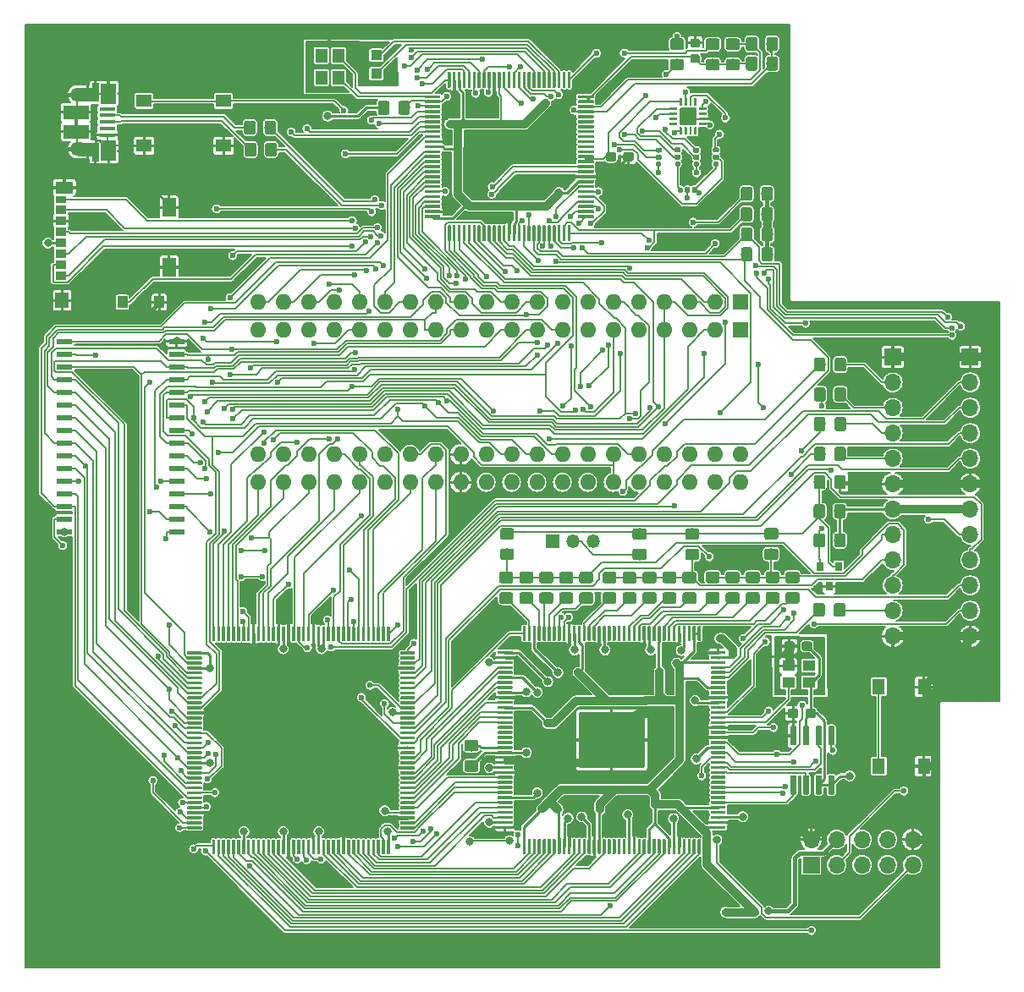
<source format=gbr>
G04 #@! TF.GenerationSoftware,KiCad,Pcbnew,(5.1.2-1)-1*
G04 #@! TF.CreationDate,2020-09-17T21:50:52+01:00*
G04 #@! TF.ProjectId,tranZPUter-SW-700_v1_2,7472616e-5a50-4557-9465-722d53572d37,rev?*
G04 #@! TF.SameCoordinates,Original*
G04 #@! TF.FileFunction,Copper,L1,Top*
G04 #@! TF.FilePolarity,Positive*
%FSLAX46Y46*%
G04 Gerber Fmt 4.6, Leading zero omitted, Abs format (unit mm)*
G04 Created by KiCad (PCBNEW (5.1.2-1)-1) date 2020-09-17 21:50:52*
%MOMM*%
%LPD*%
G04 APERTURE LIST*
%ADD10C,0.100000*%
%ADD11C,1.150000*%
%ADD12R,0.800000X0.900000*%
%ADD13O,1.350000X1.350000*%
%ADD14R,1.350000X1.350000*%
%ADD15O,1.700000X1.700000*%
%ADD16R,1.700000X1.700000*%
%ADD17C,0.950000*%
%ADD18R,1.350000X1.550000*%
%ADD19R,1.800000X1.170000*%
%ADD20R,1.350000X1.900000*%
%ADD21R,1.000000X1.200000*%
%ADD22R,1.100000X0.850000*%
%ADD23R,1.100000X0.750000*%
%ADD24C,0.300000*%
%ADD25R,1.600000X1.600000*%
%ADD26O,1.600000X1.600000*%
%ADD27C,0.500000*%
%ADD28O,0.600000X0.500000*%
%ADD29O,0.500000X0.600000*%
%ADD30R,2.500000X1.430000*%
%ADD31O,1.700000X1.350000*%
%ADD32O,1.500000X1.100000*%
%ADD33R,1.650000X0.400000*%
%ADD34R,1.500000X2.000000*%
%ADD35R,0.700000X1.825000*%
%ADD36R,2.000000X1.350000*%
%ADD37C,0.600000*%
%ADD38R,1.100000X1.050000*%
%ADD39C,0.250000*%
%ADD40C,1.750000*%
%ADD41R,1.200000X1.400000*%
%ADD42R,1.550000X1.300000*%
%ADD43C,0.875000*%
%ADD44R,1.300000X1.550000*%
%ADD45R,1.300000X1.100000*%
%ADD46C,5.615000*%
%ADD47R,1.600000X0.600000*%
%ADD48C,0.800000*%
%ADD49C,0.250000*%
%ADD50C,0.812800*%
%ADD51C,0.381000*%
%ADD52C,0.254000*%
%ADD53C,0.152400*%
%ADD54C,0.508000*%
%ADD55C,0.620000*%
%ADD56C,0.700000*%
%ADD57C,0.200000*%
G04 APERTURE END LIST*
D10*
G36*
X177554505Y-103211204D02*
G01*
X177578773Y-103214804D01*
X177602572Y-103220765D01*
X177625671Y-103229030D01*
X177647850Y-103239520D01*
X177668893Y-103252132D01*
X177688599Y-103266747D01*
X177706777Y-103283223D01*
X177723253Y-103301401D01*
X177737868Y-103321107D01*
X177750480Y-103342150D01*
X177760970Y-103364329D01*
X177769235Y-103387428D01*
X177775196Y-103411227D01*
X177778796Y-103435495D01*
X177780000Y-103459999D01*
X177780000Y-104360001D01*
X177778796Y-104384505D01*
X177775196Y-104408773D01*
X177769235Y-104432572D01*
X177760970Y-104455671D01*
X177750480Y-104477850D01*
X177737868Y-104498893D01*
X177723253Y-104518599D01*
X177706777Y-104536777D01*
X177688599Y-104553253D01*
X177668893Y-104567868D01*
X177647850Y-104580480D01*
X177625671Y-104590970D01*
X177602572Y-104599235D01*
X177578773Y-104605196D01*
X177554505Y-104608796D01*
X177530001Y-104610000D01*
X176879999Y-104610000D01*
X176855495Y-104608796D01*
X176831227Y-104605196D01*
X176807428Y-104599235D01*
X176784329Y-104590970D01*
X176762150Y-104580480D01*
X176741107Y-104567868D01*
X176721401Y-104553253D01*
X176703223Y-104536777D01*
X176686747Y-104518599D01*
X176672132Y-104498893D01*
X176659520Y-104477850D01*
X176649030Y-104455671D01*
X176640765Y-104432572D01*
X176634804Y-104408773D01*
X176631204Y-104384505D01*
X176630000Y-104360001D01*
X176630000Y-103459999D01*
X176631204Y-103435495D01*
X176634804Y-103411227D01*
X176640765Y-103387428D01*
X176649030Y-103364329D01*
X176659520Y-103342150D01*
X176672132Y-103321107D01*
X176686747Y-103301401D01*
X176703223Y-103283223D01*
X176721401Y-103266747D01*
X176741107Y-103252132D01*
X176762150Y-103239520D01*
X176784329Y-103229030D01*
X176807428Y-103220765D01*
X176831227Y-103214804D01*
X176855495Y-103211204D01*
X176879999Y-103210000D01*
X177530001Y-103210000D01*
X177554505Y-103211204D01*
X177554505Y-103211204D01*
G37*
D11*
X177205000Y-103910000D03*
D10*
G36*
X179604505Y-103211204D02*
G01*
X179628773Y-103214804D01*
X179652572Y-103220765D01*
X179675671Y-103229030D01*
X179697850Y-103239520D01*
X179718893Y-103252132D01*
X179738599Y-103266747D01*
X179756777Y-103283223D01*
X179773253Y-103301401D01*
X179787868Y-103321107D01*
X179800480Y-103342150D01*
X179810970Y-103364329D01*
X179819235Y-103387428D01*
X179825196Y-103411227D01*
X179828796Y-103435495D01*
X179830000Y-103459999D01*
X179830000Y-104360001D01*
X179828796Y-104384505D01*
X179825196Y-104408773D01*
X179819235Y-104432572D01*
X179810970Y-104455671D01*
X179800480Y-104477850D01*
X179787868Y-104498893D01*
X179773253Y-104518599D01*
X179756777Y-104536777D01*
X179738599Y-104553253D01*
X179718893Y-104567868D01*
X179697850Y-104580480D01*
X179675671Y-104590970D01*
X179652572Y-104599235D01*
X179628773Y-104605196D01*
X179604505Y-104608796D01*
X179580001Y-104610000D01*
X178929999Y-104610000D01*
X178905495Y-104608796D01*
X178881227Y-104605196D01*
X178857428Y-104599235D01*
X178834329Y-104590970D01*
X178812150Y-104580480D01*
X178791107Y-104567868D01*
X178771401Y-104553253D01*
X178753223Y-104536777D01*
X178736747Y-104518599D01*
X178722132Y-104498893D01*
X178709520Y-104477850D01*
X178699030Y-104455671D01*
X178690765Y-104432572D01*
X178684804Y-104408773D01*
X178681204Y-104384505D01*
X178680000Y-104360001D01*
X178680000Y-103459999D01*
X178681204Y-103435495D01*
X178684804Y-103411227D01*
X178690765Y-103387428D01*
X178699030Y-103364329D01*
X178709520Y-103342150D01*
X178722132Y-103321107D01*
X178736747Y-103301401D01*
X178753223Y-103283223D01*
X178771401Y-103266747D01*
X178791107Y-103252132D01*
X178812150Y-103239520D01*
X178834329Y-103229030D01*
X178857428Y-103220765D01*
X178881227Y-103214804D01*
X178905495Y-103211204D01*
X178929999Y-103210000D01*
X179580001Y-103210000D01*
X179604505Y-103211204D01*
X179604505Y-103211204D01*
G37*
D11*
X179255000Y-103910000D03*
D10*
G36*
X154384505Y-102151204D02*
G01*
X154408773Y-102154804D01*
X154432572Y-102160765D01*
X154455671Y-102169030D01*
X154477850Y-102179520D01*
X154498893Y-102192132D01*
X154518599Y-102206747D01*
X154536777Y-102223223D01*
X154553253Y-102241401D01*
X154567868Y-102261107D01*
X154580480Y-102282150D01*
X154590970Y-102304329D01*
X154599235Y-102327428D01*
X154605196Y-102351227D01*
X154608796Y-102375495D01*
X154610000Y-102399999D01*
X154610000Y-103050001D01*
X154608796Y-103074505D01*
X154605196Y-103098773D01*
X154599235Y-103122572D01*
X154590970Y-103145671D01*
X154580480Y-103167850D01*
X154567868Y-103188893D01*
X154553253Y-103208599D01*
X154536777Y-103226777D01*
X154518599Y-103243253D01*
X154498893Y-103257868D01*
X154477850Y-103270480D01*
X154455671Y-103280970D01*
X154432572Y-103289235D01*
X154408773Y-103295196D01*
X154384505Y-103298796D01*
X154360001Y-103300000D01*
X153459999Y-103300000D01*
X153435495Y-103298796D01*
X153411227Y-103295196D01*
X153387428Y-103289235D01*
X153364329Y-103280970D01*
X153342150Y-103270480D01*
X153321107Y-103257868D01*
X153301401Y-103243253D01*
X153283223Y-103226777D01*
X153266747Y-103208599D01*
X153252132Y-103188893D01*
X153239520Y-103167850D01*
X153229030Y-103145671D01*
X153220765Y-103122572D01*
X153214804Y-103098773D01*
X153211204Y-103074505D01*
X153210000Y-103050001D01*
X153210000Y-102399999D01*
X153211204Y-102375495D01*
X153214804Y-102351227D01*
X153220765Y-102327428D01*
X153229030Y-102304329D01*
X153239520Y-102282150D01*
X153252132Y-102261107D01*
X153266747Y-102241401D01*
X153283223Y-102223223D01*
X153301401Y-102206747D01*
X153321107Y-102192132D01*
X153342150Y-102179520D01*
X153364329Y-102169030D01*
X153387428Y-102160765D01*
X153411227Y-102154804D01*
X153435495Y-102151204D01*
X153459999Y-102150000D01*
X154360001Y-102150000D01*
X154384505Y-102151204D01*
X154384505Y-102151204D01*
G37*
D11*
X153910000Y-102725000D03*
D10*
G36*
X154384505Y-100101204D02*
G01*
X154408773Y-100104804D01*
X154432572Y-100110765D01*
X154455671Y-100119030D01*
X154477850Y-100129520D01*
X154498893Y-100142132D01*
X154518599Y-100156747D01*
X154536777Y-100173223D01*
X154553253Y-100191401D01*
X154567868Y-100211107D01*
X154580480Y-100232150D01*
X154590970Y-100254329D01*
X154599235Y-100277428D01*
X154605196Y-100301227D01*
X154608796Y-100325495D01*
X154610000Y-100349999D01*
X154610000Y-101000001D01*
X154608796Y-101024505D01*
X154605196Y-101048773D01*
X154599235Y-101072572D01*
X154590970Y-101095671D01*
X154580480Y-101117850D01*
X154567868Y-101138893D01*
X154553253Y-101158599D01*
X154536777Y-101176777D01*
X154518599Y-101193253D01*
X154498893Y-101207868D01*
X154477850Y-101220480D01*
X154455671Y-101230970D01*
X154432572Y-101239235D01*
X154408773Y-101245196D01*
X154384505Y-101248796D01*
X154360001Y-101250000D01*
X153459999Y-101250000D01*
X153435495Y-101248796D01*
X153411227Y-101245196D01*
X153387428Y-101239235D01*
X153364329Y-101230970D01*
X153342150Y-101220480D01*
X153321107Y-101207868D01*
X153301401Y-101193253D01*
X153283223Y-101176777D01*
X153266747Y-101158599D01*
X153252132Y-101138893D01*
X153239520Y-101117850D01*
X153229030Y-101095671D01*
X153220765Y-101072572D01*
X153214804Y-101048773D01*
X153211204Y-101024505D01*
X153210000Y-101000001D01*
X153210000Y-100349999D01*
X153211204Y-100325495D01*
X153214804Y-100301227D01*
X153220765Y-100277428D01*
X153229030Y-100254329D01*
X153239520Y-100232150D01*
X153252132Y-100211107D01*
X153266747Y-100191401D01*
X153283223Y-100173223D01*
X153301401Y-100156747D01*
X153321107Y-100142132D01*
X153342150Y-100129520D01*
X153364329Y-100119030D01*
X153387428Y-100110765D01*
X153411227Y-100104804D01*
X153435495Y-100101204D01*
X153459999Y-100100000D01*
X154360001Y-100100000D01*
X154384505Y-100101204D01*
X154384505Y-100101204D01*
G37*
D11*
X153910000Y-100675000D03*
D10*
G36*
X164714505Y-102141204D02*
G01*
X164738773Y-102144804D01*
X164762572Y-102150765D01*
X164785671Y-102159030D01*
X164807850Y-102169520D01*
X164828893Y-102182132D01*
X164848599Y-102196747D01*
X164866777Y-102213223D01*
X164883253Y-102231401D01*
X164897868Y-102251107D01*
X164910480Y-102272150D01*
X164920970Y-102294329D01*
X164929235Y-102317428D01*
X164935196Y-102341227D01*
X164938796Y-102365495D01*
X164940000Y-102389999D01*
X164940000Y-103040001D01*
X164938796Y-103064505D01*
X164935196Y-103088773D01*
X164929235Y-103112572D01*
X164920970Y-103135671D01*
X164910480Y-103157850D01*
X164897868Y-103178893D01*
X164883253Y-103198599D01*
X164866777Y-103216777D01*
X164848599Y-103233253D01*
X164828893Y-103247868D01*
X164807850Y-103260480D01*
X164785671Y-103270970D01*
X164762572Y-103279235D01*
X164738773Y-103285196D01*
X164714505Y-103288796D01*
X164690001Y-103290000D01*
X163789999Y-103290000D01*
X163765495Y-103288796D01*
X163741227Y-103285196D01*
X163717428Y-103279235D01*
X163694329Y-103270970D01*
X163672150Y-103260480D01*
X163651107Y-103247868D01*
X163631401Y-103233253D01*
X163613223Y-103216777D01*
X163596747Y-103198599D01*
X163582132Y-103178893D01*
X163569520Y-103157850D01*
X163559030Y-103135671D01*
X163550765Y-103112572D01*
X163544804Y-103088773D01*
X163541204Y-103064505D01*
X163540000Y-103040001D01*
X163540000Y-102389999D01*
X163541204Y-102365495D01*
X163544804Y-102341227D01*
X163550765Y-102317428D01*
X163559030Y-102294329D01*
X163569520Y-102272150D01*
X163582132Y-102251107D01*
X163596747Y-102231401D01*
X163613223Y-102213223D01*
X163631401Y-102196747D01*
X163651107Y-102182132D01*
X163672150Y-102169520D01*
X163694329Y-102159030D01*
X163717428Y-102150765D01*
X163741227Y-102144804D01*
X163765495Y-102141204D01*
X163789999Y-102140000D01*
X164690001Y-102140000D01*
X164714505Y-102141204D01*
X164714505Y-102141204D01*
G37*
D11*
X164240000Y-102715000D03*
D10*
G36*
X164714505Y-100091204D02*
G01*
X164738773Y-100094804D01*
X164762572Y-100100765D01*
X164785671Y-100109030D01*
X164807850Y-100119520D01*
X164828893Y-100132132D01*
X164848599Y-100146747D01*
X164866777Y-100163223D01*
X164883253Y-100181401D01*
X164897868Y-100201107D01*
X164910480Y-100222150D01*
X164920970Y-100244329D01*
X164929235Y-100267428D01*
X164935196Y-100291227D01*
X164938796Y-100315495D01*
X164940000Y-100339999D01*
X164940000Y-100990001D01*
X164938796Y-101014505D01*
X164935196Y-101038773D01*
X164929235Y-101062572D01*
X164920970Y-101085671D01*
X164910480Y-101107850D01*
X164897868Y-101128893D01*
X164883253Y-101148599D01*
X164866777Y-101166777D01*
X164848599Y-101183253D01*
X164828893Y-101197868D01*
X164807850Y-101210480D01*
X164785671Y-101220970D01*
X164762572Y-101229235D01*
X164738773Y-101235196D01*
X164714505Y-101238796D01*
X164690001Y-101240000D01*
X163789999Y-101240000D01*
X163765495Y-101238796D01*
X163741227Y-101235196D01*
X163717428Y-101229235D01*
X163694329Y-101220970D01*
X163672150Y-101210480D01*
X163651107Y-101197868D01*
X163631401Y-101183253D01*
X163613223Y-101166777D01*
X163596747Y-101148599D01*
X163582132Y-101128893D01*
X163569520Y-101107850D01*
X163559030Y-101085671D01*
X163550765Y-101062572D01*
X163544804Y-101038773D01*
X163541204Y-101014505D01*
X163540000Y-100990001D01*
X163540000Y-100339999D01*
X163541204Y-100315495D01*
X163544804Y-100291227D01*
X163550765Y-100267428D01*
X163559030Y-100244329D01*
X163569520Y-100222150D01*
X163582132Y-100201107D01*
X163596747Y-100181401D01*
X163613223Y-100163223D01*
X163631401Y-100146747D01*
X163651107Y-100132132D01*
X163672150Y-100119520D01*
X163694329Y-100109030D01*
X163717428Y-100100765D01*
X163741227Y-100094804D01*
X163765495Y-100091204D01*
X163789999Y-100090000D01*
X164690001Y-100090000D01*
X164714505Y-100091204D01*
X164714505Y-100091204D01*
G37*
D11*
X164240000Y-100665000D03*
D10*
G36*
X175024505Y-102141204D02*
G01*
X175048773Y-102144804D01*
X175072572Y-102150765D01*
X175095671Y-102159030D01*
X175117850Y-102169520D01*
X175138893Y-102182132D01*
X175158599Y-102196747D01*
X175176777Y-102213223D01*
X175193253Y-102231401D01*
X175207868Y-102251107D01*
X175220480Y-102272150D01*
X175230970Y-102294329D01*
X175239235Y-102317428D01*
X175245196Y-102341227D01*
X175248796Y-102365495D01*
X175250000Y-102389999D01*
X175250000Y-103040001D01*
X175248796Y-103064505D01*
X175245196Y-103088773D01*
X175239235Y-103112572D01*
X175230970Y-103135671D01*
X175220480Y-103157850D01*
X175207868Y-103178893D01*
X175193253Y-103198599D01*
X175176777Y-103216777D01*
X175158599Y-103233253D01*
X175138893Y-103247868D01*
X175117850Y-103260480D01*
X175095671Y-103270970D01*
X175072572Y-103279235D01*
X175048773Y-103285196D01*
X175024505Y-103288796D01*
X175000001Y-103290000D01*
X174099999Y-103290000D01*
X174075495Y-103288796D01*
X174051227Y-103285196D01*
X174027428Y-103279235D01*
X174004329Y-103270970D01*
X173982150Y-103260480D01*
X173961107Y-103247868D01*
X173941401Y-103233253D01*
X173923223Y-103216777D01*
X173906747Y-103198599D01*
X173892132Y-103178893D01*
X173879520Y-103157850D01*
X173869030Y-103135671D01*
X173860765Y-103112572D01*
X173854804Y-103088773D01*
X173851204Y-103064505D01*
X173850000Y-103040001D01*
X173850000Y-102389999D01*
X173851204Y-102365495D01*
X173854804Y-102341227D01*
X173860765Y-102317428D01*
X173869030Y-102294329D01*
X173879520Y-102272150D01*
X173892132Y-102251107D01*
X173906747Y-102231401D01*
X173923223Y-102213223D01*
X173941401Y-102196747D01*
X173961107Y-102182132D01*
X173982150Y-102169520D01*
X174004329Y-102159030D01*
X174027428Y-102150765D01*
X174051227Y-102144804D01*
X174075495Y-102141204D01*
X174099999Y-102140000D01*
X175000001Y-102140000D01*
X175024505Y-102141204D01*
X175024505Y-102141204D01*
G37*
D11*
X174550000Y-102715000D03*
D10*
G36*
X175024505Y-100091204D02*
G01*
X175048773Y-100094804D01*
X175072572Y-100100765D01*
X175095671Y-100109030D01*
X175117850Y-100119520D01*
X175138893Y-100132132D01*
X175158599Y-100146747D01*
X175176777Y-100163223D01*
X175193253Y-100181401D01*
X175207868Y-100201107D01*
X175220480Y-100222150D01*
X175230970Y-100244329D01*
X175239235Y-100267428D01*
X175245196Y-100291227D01*
X175248796Y-100315495D01*
X175250000Y-100339999D01*
X175250000Y-100990001D01*
X175248796Y-101014505D01*
X175245196Y-101038773D01*
X175239235Y-101062572D01*
X175230970Y-101085671D01*
X175220480Y-101107850D01*
X175207868Y-101128893D01*
X175193253Y-101148599D01*
X175176777Y-101166777D01*
X175158599Y-101183253D01*
X175138893Y-101197868D01*
X175117850Y-101210480D01*
X175095671Y-101220970D01*
X175072572Y-101229235D01*
X175048773Y-101235196D01*
X175024505Y-101238796D01*
X175000001Y-101240000D01*
X174099999Y-101240000D01*
X174075495Y-101238796D01*
X174051227Y-101235196D01*
X174027428Y-101229235D01*
X174004329Y-101220970D01*
X173982150Y-101210480D01*
X173961107Y-101197868D01*
X173941401Y-101183253D01*
X173923223Y-101166777D01*
X173906747Y-101148599D01*
X173892132Y-101128893D01*
X173879520Y-101107850D01*
X173869030Y-101085671D01*
X173860765Y-101062572D01*
X173854804Y-101038773D01*
X173851204Y-101014505D01*
X173850000Y-100990001D01*
X173850000Y-100339999D01*
X173851204Y-100315495D01*
X173854804Y-100291227D01*
X173860765Y-100267428D01*
X173869030Y-100244329D01*
X173879520Y-100222150D01*
X173892132Y-100201107D01*
X173906747Y-100181401D01*
X173923223Y-100163223D01*
X173941401Y-100146747D01*
X173961107Y-100132132D01*
X173982150Y-100119520D01*
X174004329Y-100109030D01*
X174027428Y-100100765D01*
X174051227Y-100094804D01*
X174075495Y-100091204D01*
X174099999Y-100090000D01*
X175000001Y-100090000D01*
X175024505Y-100091204D01*
X175024505Y-100091204D01*
G37*
D11*
X174550000Y-100665000D03*
D10*
G36*
X179684505Y-81641204D02*
G01*
X179708773Y-81644804D01*
X179732572Y-81650765D01*
X179755671Y-81659030D01*
X179777850Y-81669520D01*
X179798893Y-81682132D01*
X179818599Y-81696747D01*
X179836777Y-81713223D01*
X179853253Y-81731401D01*
X179867868Y-81751107D01*
X179880480Y-81772150D01*
X179890970Y-81794329D01*
X179899235Y-81817428D01*
X179905196Y-81841227D01*
X179908796Y-81865495D01*
X179910000Y-81889999D01*
X179910000Y-82790001D01*
X179908796Y-82814505D01*
X179905196Y-82838773D01*
X179899235Y-82862572D01*
X179890970Y-82885671D01*
X179880480Y-82907850D01*
X179867868Y-82928893D01*
X179853253Y-82948599D01*
X179836777Y-82966777D01*
X179818599Y-82983253D01*
X179798893Y-82997868D01*
X179777850Y-83010480D01*
X179755671Y-83020970D01*
X179732572Y-83029235D01*
X179708773Y-83035196D01*
X179684505Y-83038796D01*
X179660001Y-83040000D01*
X179009999Y-83040000D01*
X178985495Y-83038796D01*
X178961227Y-83035196D01*
X178937428Y-83029235D01*
X178914329Y-83020970D01*
X178892150Y-83010480D01*
X178871107Y-82997868D01*
X178851401Y-82983253D01*
X178833223Y-82966777D01*
X178816747Y-82948599D01*
X178802132Y-82928893D01*
X178789520Y-82907850D01*
X178779030Y-82885671D01*
X178770765Y-82862572D01*
X178764804Y-82838773D01*
X178761204Y-82814505D01*
X178760000Y-82790001D01*
X178760000Y-81889999D01*
X178761204Y-81865495D01*
X178764804Y-81841227D01*
X178770765Y-81817428D01*
X178779030Y-81794329D01*
X178789520Y-81772150D01*
X178802132Y-81751107D01*
X178816747Y-81731401D01*
X178833223Y-81713223D01*
X178851401Y-81696747D01*
X178871107Y-81682132D01*
X178892150Y-81669520D01*
X178914329Y-81659030D01*
X178937428Y-81650765D01*
X178961227Y-81644804D01*
X178985495Y-81641204D01*
X179009999Y-81640000D01*
X179660001Y-81640000D01*
X179684505Y-81641204D01*
X179684505Y-81641204D01*
G37*
D11*
X179335000Y-82340000D03*
D10*
G36*
X177634505Y-81641204D02*
G01*
X177658773Y-81644804D01*
X177682572Y-81650765D01*
X177705671Y-81659030D01*
X177727850Y-81669520D01*
X177748893Y-81682132D01*
X177768599Y-81696747D01*
X177786777Y-81713223D01*
X177803253Y-81731401D01*
X177817868Y-81751107D01*
X177830480Y-81772150D01*
X177840970Y-81794329D01*
X177849235Y-81817428D01*
X177855196Y-81841227D01*
X177858796Y-81865495D01*
X177860000Y-81889999D01*
X177860000Y-82790001D01*
X177858796Y-82814505D01*
X177855196Y-82838773D01*
X177849235Y-82862572D01*
X177840970Y-82885671D01*
X177830480Y-82907850D01*
X177817868Y-82928893D01*
X177803253Y-82948599D01*
X177786777Y-82966777D01*
X177768599Y-82983253D01*
X177748893Y-82997868D01*
X177727850Y-83010480D01*
X177705671Y-83020970D01*
X177682572Y-83029235D01*
X177658773Y-83035196D01*
X177634505Y-83038796D01*
X177610001Y-83040000D01*
X176959999Y-83040000D01*
X176935495Y-83038796D01*
X176911227Y-83035196D01*
X176887428Y-83029235D01*
X176864329Y-83020970D01*
X176842150Y-83010480D01*
X176821107Y-82997868D01*
X176801401Y-82983253D01*
X176783223Y-82966777D01*
X176766747Y-82948599D01*
X176752132Y-82928893D01*
X176739520Y-82907850D01*
X176729030Y-82885671D01*
X176720765Y-82862572D01*
X176714804Y-82838773D01*
X176711204Y-82814505D01*
X176710000Y-82790001D01*
X176710000Y-81889999D01*
X176711204Y-81865495D01*
X176714804Y-81841227D01*
X176720765Y-81817428D01*
X176729030Y-81794329D01*
X176739520Y-81772150D01*
X176752132Y-81751107D01*
X176766747Y-81731401D01*
X176783223Y-81713223D01*
X176801401Y-81696747D01*
X176821107Y-81682132D01*
X176842150Y-81669520D01*
X176864329Y-81659030D01*
X176887428Y-81650765D01*
X176911227Y-81644804D01*
X176935495Y-81641204D01*
X176959999Y-81640000D01*
X177610001Y-81640000D01*
X177634505Y-81641204D01*
X177634505Y-81641204D01*
G37*
D11*
X177285000Y-82340000D03*
D10*
G36*
X179634505Y-96241204D02*
G01*
X179658773Y-96244804D01*
X179682572Y-96250765D01*
X179705671Y-96259030D01*
X179727850Y-96269520D01*
X179748893Y-96282132D01*
X179768599Y-96296747D01*
X179786777Y-96313223D01*
X179803253Y-96331401D01*
X179817868Y-96351107D01*
X179830480Y-96372150D01*
X179840970Y-96394329D01*
X179849235Y-96417428D01*
X179855196Y-96441227D01*
X179858796Y-96465495D01*
X179860000Y-96489999D01*
X179860000Y-97390001D01*
X179858796Y-97414505D01*
X179855196Y-97438773D01*
X179849235Y-97462572D01*
X179840970Y-97485671D01*
X179830480Y-97507850D01*
X179817868Y-97528893D01*
X179803253Y-97548599D01*
X179786777Y-97566777D01*
X179768599Y-97583253D01*
X179748893Y-97597868D01*
X179727850Y-97610480D01*
X179705671Y-97620970D01*
X179682572Y-97629235D01*
X179658773Y-97635196D01*
X179634505Y-97638796D01*
X179610001Y-97640000D01*
X178959999Y-97640000D01*
X178935495Y-97638796D01*
X178911227Y-97635196D01*
X178887428Y-97629235D01*
X178864329Y-97620970D01*
X178842150Y-97610480D01*
X178821107Y-97597868D01*
X178801401Y-97583253D01*
X178783223Y-97566777D01*
X178766747Y-97548599D01*
X178752132Y-97528893D01*
X178739520Y-97507850D01*
X178729030Y-97485671D01*
X178720765Y-97462572D01*
X178714804Y-97438773D01*
X178711204Y-97414505D01*
X178710000Y-97390001D01*
X178710000Y-96489999D01*
X178711204Y-96465495D01*
X178714804Y-96441227D01*
X178720765Y-96417428D01*
X178729030Y-96394329D01*
X178739520Y-96372150D01*
X178752132Y-96351107D01*
X178766747Y-96331401D01*
X178783223Y-96313223D01*
X178801401Y-96296747D01*
X178821107Y-96282132D01*
X178842150Y-96269520D01*
X178864329Y-96259030D01*
X178887428Y-96250765D01*
X178911227Y-96244804D01*
X178935495Y-96241204D01*
X178959999Y-96240000D01*
X179610001Y-96240000D01*
X179634505Y-96241204D01*
X179634505Y-96241204D01*
G37*
D11*
X179285000Y-96940000D03*
D10*
G36*
X177584505Y-96241204D02*
G01*
X177608773Y-96244804D01*
X177632572Y-96250765D01*
X177655671Y-96259030D01*
X177677850Y-96269520D01*
X177698893Y-96282132D01*
X177718599Y-96296747D01*
X177736777Y-96313223D01*
X177753253Y-96331401D01*
X177767868Y-96351107D01*
X177780480Y-96372150D01*
X177790970Y-96394329D01*
X177799235Y-96417428D01*
X177805196Y-96441227D01*
X177808796Y-96465495D01*
X177810000Y-96489999D01*
X177810000Y-97390001D01*
X177808796Y-97414505D01*
X177805196Y-97438773D01*
X177799235Y-97462572D01*
X177790970Y-97485671D01*
X177780480Y-97507850D01*
X177767868Y-97528893D01*
X177753253Y-97548599D01*
X177736777Y-97566777D01*
X177718599Y-97583253D01*
X177698893Y-97597868D01*
X177677850Y-97610480D01*
X177655671Y-97620970D01*
X177632572Y-97629235D01*
X177608773Y-97635196D01*
X177584505Y-97638796D01*
X177560001Y-97640000D01*
X176909999Y-97640000D01*
X176885495Y-97638796D01*
X176861227Y-97635196D01*
X176837428Y-97629235D01*
X176814329Y-97620970D01*
X176792150Y-97610480D01*
X176771107Y-97597868D01*
X176751401Y-97583253D01*
X176733223Y-97566777D01*
X176716747Y-97548599D01*
X176702132Y-97528893D01*
X176689520Y-97507850D01*
X176679030Y-97485671D01*
X176670765Y-97462572D01*
X176664804Y-97438773D01*
X176661204Y-97414505D01*
X176660000Y-97390001D01*
X176660000Y-96489999D01*
X176661204Y-96465495D01*
X176664804Y-96441227D01*
X176670765Y-96417428D01*
X176679030Y-96394329D01*
X176689520Y-96372150D01*
X176702132Y-96351107D01*
X176716747Y-96331401D01*
X176733223Y-96313223D01*
X176751401Y-96296747D01*
X176771107Y-96282132D01*
X176792150Y-96269520D01*
X176814329Y-96259030D01*
X176837428Y-96250765D01*
X176861227Y-96244804D01*
X176885495Y-96241204D01*
X176909999Y-96240000D01*
X177560001Y-96240000D01*
X177584505Y-96241204D01*
X177584505Y-96241204D01*
G37*
D11*
X177235000Y-96940000D03*
D10*
G36*
X177604505Y-90421204D02*
G01*
X177628773Y-90424804D01*
X177652572Y-90430765D01*
X177675671Y-90439030D01*
X177697850Y-90449520D01*
X177718893Y-90462132D01*
X177738599Y-90476747D01*
X177756777Y-90493223D01*
X177773253Y-90511401D01*
X177787868Y-90531107D01*
X177800480Y-90552150D01*
X177810970Y-90574329D01*
X177819235Y-90597428D01*
X177825196Y-90621227D01*
X177828796Y-90645495D01*
X177830000Y-90669999D01*
X177830000Y-91570001D01*
X177828796Y-91594505D01*
X177825196Y-91618773D01*
X177819235Y-91642572D01*
X177810970Y-91665671D01*
X177800480Y-91687850D01*
X177787868Y-91708893D01*
X177773253Y-91728599D01*
X177756777Y-91746777D01*
X177738599Y-91763253D01*
X177718893Y-91777868D01*
X177697850Y-91790480D01*
X177675671Y-91800970D01*
X177652572Y-91809235D01*
X177628773Y-91815196D01*
X177604505Y-91818796D01*
X177580001Y-91820000D01*
X176929999Y-91820000D01*
X176905495Y-91818796D01*
X176881227Y-91815196D01*
X176857428Y-91809235D01*
X176834329Y-91800970D01*
X176812150Y-91790480D01*
X176791107Y-91777868D01*
X176771401Y-91763253D01*
X176753223Y-91746777D01*
X176736747Y-91728599D01*
X176722132Y-91708893D01*
X176709520Y-91687850D01*
X176699030Y-91665671D01*
X176690765Y-91642572D01*
X176684804Y-91618773D01*
X176681204Y-91594505D01*
X176680000Y-91570001D01*
X176680000Y-90669999D01*
X176681204Y-90645495D01*
X176684804Y-90621227D01*
X176690765Y-90597428D01*
X176699030Y-90574329D01*
X176709520Y-90552150D01*
X176722132Y-90531107D01*
X176736747Y-90511401D01*
X176753223Y-90493223D01*
X176771401Y-90476747D01*
X176791107Y-90462132D01*
X176812150Y-90449520D01*
X176834329Y-90439030D01*
X176857428Y-90430765D01*
X176881227Y-90424804D01*
X176905495Y-90421204D01*
X176929999Y-90420000D01*
X177580001Y-90420000D01*
X177604505Y-90421204D01*
X177604505Y-90421204D01*
G37*
D11*
X177255000Y-91120000D03*
D10*
G36*
X179654505Y-90421204D02*
G01*
X179678773Y-90424804D01*
X179702572Y-90430765D01*
X179725671Y-90439030D01*
X179747850Y-90449520D01*
X179768893Y-90462132D01*
X179788599Y-90476747D01*
X179806777Y-90493223D01*
X179823253Y-90511401D01*
X179837868Y-90531107D01*
X179850480Y-90552150D01*
X179860970Y-90574329D01*
X179869235Y-90597428D01*
X179875196Y-90621227D01*
X179878796Y-90645495D01*
X179880000Y-90669999D01*
X179880000Y-91570001D01*
X179878796Y-91594505D01*
X179875196Y-91618773D01*
X179869235Y-91642572D01*
X179860970Y-91665671D01*
X179850480Y-91687850D01*
X179837868Y-91708893D01*
X179823253Y-91728599D01*
X179806777Y-91746777D01*
X179788599Y-91763253D01*
X179768893Y-91777868D01*
X179747850Y-91790480D01*
X179725671Y-91800970D01*
X179702572Y-91809235D01*
X179678773Y-91815196D01*
X179654505Y-91818796D01*
X179630001Y-91820000D01*
X178979999Y-91820000D01*
X178955495Y-91818796D01*
X178931227Y-91815196D01*
X178907428Y-91809235D01*
X178884329Y-91800970D01*
X178862150Y-91790480D01*
X178841107Y-91777868D01*
X178821401Y-91763253D01*
X178803223Y-91746777D01*
X178786747Y-91728599D01*
X178772132Y-91708893D01*
X178759520Y-91687850D01*
X178749030Y-91665671D01*
X178740765Y-91642572D01*
X178734804Y-91618773D01*
X178731204Y-91594505D01*
X178730000Y-91570001D01*
X178730000Y-90669999D01*
X178731204Y-90645495D01*
X178734804Y-90621227D01*
X178740765Y-90597428D01*
X178749030Y-90574329D01*
X178759520Y-90552150D01*
X178772132Y-90531107D01*
X178786747Y-90511401D01*
X178803223Y-90493223D01*
X178821401Y-90476747D01*
X178841107Y-90462132D01*
X178862150Y-90449520D01*
X178884329Y-90439030D01*
X178907428Y-90430765D01*
X178931227Y-90424804D01*
X178955495Y-90421204D01*
X178979999Y-90420000D01*
X179630001Y-90420000D01*
X179654505Y-90421204D01*
X179654505Y-90421204D01*
G37*
D11*
X179305000Y-91120000D03*
D10*
G36*
X179634505Y-93331204D02*
G01*
X179658773Y-93334804D01*
X179682572Y-93340765D01*
X179705671Y-93349030D01*
X179727850Y-93359520D01*
X179748893Y-93372132D01*
X179768599Y-93386747D01*
X179786777Y-93403223D01*
X179803253Y-93421401D01*
X179817868Y-93441107D01*
X179830480Y-93462150D01*
X179840970Y-93484329D01*
X179849235Y-93507428D01*
X179855196Y-93531227D01*
X179858796Y-93555495D01*
X179860000Y-93579999D01*
X179860000Y-94480001D01*
X179858796Y-94504505D01*
X179855196Y-94528773D01*
X179849235Y-94552572D01*
X179840970Y-94575671D01*
X179830480Y-94597850D01*
X179817868Y-94618893D01*
X179803253Y-94638599D01*
X179786777Y-94656777D01*
X179768599Y-94673253D01*
X179748893Y-94687868D01*
X179727850Y-94700480D01*
X179705671Y-94710970D01*
X179682572Y-94719235D01*
X179658773Y-94725196D01*
X179634505Y-94728796D01*
X179610001Y-94730000D01*
X178959999Y-94730000D01*
X178935495Y-94728796D01*
X178911227Y-94725196D01*
X178887428Y-94719235D01*
X178864329Y-94710970D01*
X178842150Y-94700480D01*
X178821107Y-94687868D01*
X178801401Y-94673253D01*
X178783223Y-94656777D01*
X178766747Y-94638599D01*
X178752132Y-94618893D01*
X178739520Y-94597850D01*
X178729030Y-94575671D01*
X178720765Y-94552572D01*
X178714804Y-94528773D01*
X178711204Y-94504505D01*
X178710000Y-94480001D01*
X178710000Y-93579999D01*
X178711204Y-93555495D01*
X178714804Y-93531227D01*
X178720765Y-93507428D01*
X178729030Y-93484329D01*
X178739520Y-93462150D01*
X178752132Y-93441107D01*
X178766747Y-93421401D01*
X178783223Y-93403223D01*
X178801401Y-93386747D01*
X178821107Y-93372132D01*
X178842150Y-93359520D01*
X178864329Y-93349030D01*
X178887428Y-93340765D01*
X178911227Y-93334804D01*
X178935495Y-93331204D01*
X178959999Y-93330000D01*
X179610001Y-93330000D01*
X179634505Y-93331204D01*
X179634505Y-93331204D01*
G37*
D11*
X179285000Y-94030000D03*
D10*
G36*
X177584505Y-93331204D02*
G01*
X177608773Y-93334804D01*
X177632572Y-93340765D01*
X177655671Y-93349030D01*
X177677850Y-93359520D01*
X177698893Y-93372132D01*
X177718599Y-93386747D01*
X177736777Y-93403223D01*
X177753253Y-93421401D01*
X177767868Y-93441107D01*
X177780480Y-93462150D01*
X177790970Y-93484329D01*
X177799235Y-93507428D01*
X177805196Y-93531227D01*
X177808796Y-93555495D01*
X177810000Y-93579999D01*
X177810000Y-94480001D01*
X177808796Y-94504505D01*
X177805196Y-94528773D01*
X177799235Y-94552572D01*
X177790970Y-94575671D01*
X177780480Y-94597850D01*
X177767868Y-94618893D01*
X177753253Y-94638599D01*
X177736777Y-94656777D01*
X177718599Y-94673253D01*
X177698893Y-94687868D01*
X177677850Y-94700480D01*
X177655671Y-94710970D01*
X177632572Y-94719235D01*
X177608773Y-94725196D01*
X177584505Y-94728796D01*
X177560001Y-94730000D01*
X176909999Y-94730000D01*
X176885495Y-94728796D01*
X176861227Y-94725196D01*
X176837428Y-94719235D01*
X176814329Y-94710970D01*
X176792150Y-94700480D01*
X176771107Y-94687868D01*
X176751401Y-94673253D01*
X176733223Y-94656777D01*
X176716747Y-94638599D01*
X176702132Y-94618893D01*
X176689520Y-94597850D01*
X176679030Y-94575671D01*
X176670765Y-94552572D01*
X176664804Y-94528773D01*
X176661204Y-94504505D01*
X176660000Y-94480001D01*
X176660000Y-93579999D01*
X176661204Y-93555495D01*
X176664804Y-93531227D01*
X176670765Y-93507428D01*
X176679030Y-93484329D01*
X176689520Y-93462150D01*
X176702132Y-93441107D01*
X176716747Y-93421401D01*
X176733223Y-93403223D01*
X176751401Y-93386747D01*
X176771107Y-93372132D01*
X176792150Y-93359520D01*
X176814329Y-93349030D01*
X176837428Y-93340765D01*
X176861227Y-93334804D01*
X176885495Y-93331204D01*
X176909999Y-93330000D01*
X177560001Y-93330000D01*
X177584505Y-93331204D01*
X177584505Y-93331204D01*
G37*
D11*
X177235000Y-94030000D03*
D10*
G36*
X159714505Y-97781204D02*
G01*
X159738773Y-97784804D01*
X159762572Y-97790765D01*
X159785671Y-97799030D01*
X159807850Y-97809520D01*
X159828893Y-97822132D01*
X159848599Y-97836747D01*
X159866777Y-97853223D01*
X159883253Y-97871401D01*
X159897868Y-97891107D01*
X159910480Y-97912150D01*
X159920970Y-97934329D01*
X159929235Y-97957428D01*
X159935196Y-97981227D01*
X159938796Y-98005495D01*
X159940000Y-98029999D01*
X159940000Y-98680001D01*
X159938796Y-98704505D01*
X159935196Y-98728773D01*
X159929235Y-98752572D01*
X159920970Y-98775671D01*
X159910480Y-98797850D01*
X159897868Y-98818893D01*
X159883253Y-98838599D01*
X159866777Y-98856777D01*
X159848599Y-98873253D01*
X159828893Y-98887868D01*
X159807850Y-98900480D01*
X159785671Y-98910970D01*
X159762572Y-98919235D01*
X159738773Y-98925196D01*
X159714505Y-98928796D01*
X159690001Y-98930000D01*
X158789999Y-98930000D01*
X158765495Y-98928796D01*
X158741227Y-98925196D01*
X158717428Y-98919235D01*
X158694329Y-98910970D01*
X158672150Y-98900480D01*
X158651107Y-98887868D01*
X158631401Y-98873253D01*
X158613223Y-98856777D01*
X158596747Y-98838599D01*
X158582132Y-98818893D01*
X158569520Y-98797850D01*
X158559030Y-98775671D01*
X158550765Y-98752572D01*
X158544804Y-98728773D01*
X158541204Y-98704505D01*
X158540000Y-98680001D01*
X158540000Y-98029999D01*
X158541204Y-98005495D01*
X158544804Y-97981227D01*
X158550765Y-97957428D01*
X158559030Y-97934329D01*
X158569520Y-97912150D01*
X158582132Y-97891107D01*
X158596747Y-97871401D01*
X158613223Y-97853223D01*
X158631401Y-97836747D01*
X158651107Y-97822132D01*
X158672150Y-97809520D01*
X158694329Y-97799030D01*
X158717428Y-97790765D01*
X158741227Y-97784804D01*
X158765495Y-97781204D01*
X158789999Y-97780000D01*
X159690001Y-97780000D01*
X159714505Y-97781204D01*
X159714505Y-97781204D01*
G37*
D11*
X159240000Y-98355000D03*
D10*
G36*
X159714505Y-95731204D02*
G01*
X159738773Y-95734804D01*
X159762572Y-95740765D01*
X159785671Y-95749030D01*
X159807850Y-95759520D01*
X159828893Y-95772132D01*
X159848599Y-95786747D01*
X159866777Y-95803223D01*
X159883253Y-95821401D01*
X159897868Y-95841107D01*
X159910480Y-95862150D01*
X159920970Y-95884329D01*
X159929235Y-95907428D01*
X159935196Y-95931227D01*
X159938796Y-95955495D01*
X159940000Y-95979999D01*
X159940000Y-96630001D01*
X159938796Y-96654505D01*
X159935196Y-96678773D01*
X159929235Y-96702572D01*
X159920970Y-96725671D01*
X159910480Y-96747850D01*
X159897868Y-96768893D01*
X159883253Y-96788599D01*
X159866777Y-96806777D01*
X159848599Y-96823253D01*
X159828893Y-96837868D01*
X159807850Y-96850480D01*
X159785671Y-96860970D01*
X159762572Y-96869235D01*
X159738773Y-96875196D01*
X159714505Y-96878796D01*
X159690001Y-96880000D01*
X158789999Y-96880000D01*
X158765495Y-96878796D01*
X158741227Y-96875196D01*
X158717428Y-96869235D01*
X158694329Y-96860970D01*
X158672150Y-96850480D01*
X158651107Y-96837868D01*
X158631401Y-96823253D01*
X158613223Y-96806777D01*
X158596747Y-96788599D01*
X158582132Y-96768893D01*
X158569520Y-96747850D01*
X158559030Y-96725671D01*
X158550765Y-96702572D01*
X158544804Y-96678773D01*
X158541204Y-96654505D01*
X158540000Y-96630001D01*
X158540000Y-95979999D01*
X158541204Y-95955495D01*
X158544804Y-95931227D01*
X158550765Y-95907428D01*
X158559030Y-95884329D01*
X158569520Y-95862150D01*
X158582132Y-95841107D01*
X158596747Y-95821401D01*
X158613223Y-95803223D01*
X158631401Y-95786747D01*
X158651107Y-95772132D01*
X158672150Y-95759520D01*
X158694329Y-95749030D01*
X158717428Y-95740765D01*
X158741227Y-95734804D01*
X158765495Y-95731204D01*
X158789999Y-95730000D01*
X159690001Y-95730000D01*
X159714505Y-95731204D01*
X159714505Y-95731204D01*
G37*
D11*
X159240000Y-96305000D03*
D10*
G36*
X172904505Y-97761204D02*
G01*
X172928773Y-97764804D01*
X172952572Y-97770765D01*
X172975671Y-97779030D01*
X172997850Y-97789520D01*
X173018893Y-97802132D01*
X173038599Y-97816747D01*
X173056777Y-97833223D01*
X173073253Y-97851401D01*
X173087868Y-97871107D01*
X173100480Y-97892150D01*
X173110970Y-97914329D01*
X173119235Y-97937428D01*
X173125196Y-97961227D01*
X173128796Y-97985495D01*
X173130000Y-98009999D01*
X173130000Y-98660001D01*
X173128796Y-98684505D01*
X173125196Y-98708773D01*
X173119235Y-98732572D01*
X173110970Y-98755671D01*
X173100480Y-98777850D01*
X173087868Y-98798893D01*
X173073253Y-98818599D01*
X173056777Y-98836777D01*
X173038599Y-98853253D01*
X173018893Y-98867868D01*
X172997850Y-98880480D01*
X172975671Y-98890970D01*
X172952572Y-98899235D01*
X172928773Y-98905196D01*
X172904505Y-98908796D01*
X172880001Y-98910000D01*
X171979999Y-98910000D01*
X171955495Y-98908796D01*
X171931227Y-98905196D01*
X171907428Y-98899235D01*
X171884329Y-98890970D01*
X171862150Y-98880480D01*
X171841107Y-98867868D01*
X171821401Y-98853253D01*
X171803223Y-98836777D01*
X171786747Y-98818599D01*
X171772132Y-98798893D01*
X171759520Y-98777850D01*
X171749030Y-98755671D01*
X171740765Y-98732572D01*
X171734804Y-98708773D01*
X171731204Y-98684505D01*
X171730000Y-98660001D01*
X171730000Y-98009999D01*
X171731204Y-97985495D01*
X171734804Y-97961227D01*
X171740765Y-97937428D01*
X171749030Y-97914329D01*
X171759520Y-97892150D01*
X171772132Y-97871107D01*
X171786747Y-97851401D01*
X171803223Y-97833223D01*
X171821401Y-97816747D01*
X171841107Y-97802132D01*
X171862150Y-97789520D01*
X171884329Y-97779030D01*
X171907428Y-97770765D01*
X171931227Y-97764804D01*
X171955495Y-97761204D01*
X171979999Y-97760000D01*
X172880001Y-97760000D01*
X172904505Y-97761204D01*
X172904505Y-97761204D01*
G37*
D11*
X172430000Y-98335000D03*
D10*
G36*
X172904505Y-95711204D02*
G01*
X172928773Y-95714804D01*
X172952572Y-95720765D01*
X172975671Y-95729030D01*
X172997850Y-95739520D01*
X173018893Y-95752132D01*
X173038599Y-95766747D01*
X173056777Y-95783223D01*
X173073253Y-95801401D01*
X173087868Y-95821107D01*
X173100480Y-95842150D01*
X173110970Y-95864329D01*
X173119235Y-95887428D01*
X173125196Y-95911227D01*
X173128796Y-95935495D01*
X173130000Y-95959999D01*
X173130000Y-96610001D01*
X173128796Y-96634505D01*
X173125196Y-96658773D01*
X173119235Y-96682572D01*
X173110970Y-96705671D01*
X173100480Y-96727850D01*
X173087868Y-96748893D01*
X173073253Y-96768599D01*
X173056777Y-96786777D01*
X173038599Y-96803253D01*
X173018893Y-96817868D01*
X172997850Y-96830480D01*
X172975671Y-96840970D01*
X172952572Y-96849235D01*
X172928773Y-96855196D01*
X172904505Y-96858796D01*
X172880001Y-96860000D01*
X171979999Y-96860000D01*
X171955495Y-96858796D01*
X171931227Y-96855196D01*
X171907428Y-96849235D01*
X171884329Y-96840970D01*
X171862150Y-96830480D01*
X171841107Y-96817868D01*
X171821401Y-96803253D01*
X171803223Y-96786777D01*
X171786747Y-96768599D01*
X171772132Y-96748893D01*
X171759520Y-96727850D01*
X171749030Y-96705671D01*
X171740765Y-96682572D01*
X171734804Y-96658773D01*
X171731204Y-96634505D01*
X171730000Y-96610001D01*
X171730000Y-95959999D01*
X171731204Y-95935495D01*
X171734804Y-95911227D01*
X171740765Y-95887428D01*
X171749030Y-95864329D01*
X171759520Y-95842150D01*
X171772132Y-95821107D01*
X171786747Y-95801401D01*
X171803223Y-95783223D01*
X171821401Y-95766747D01*
X171841107Y-95752132D01*
X171862150Y-95739520D01*
X171884329Y-95729030D01*
X171907428Y-95720765D01*
X171931227Y-95714804D01*
X171955495Y-95711204D01*
X171979999Y-95710000D01*
X172880001Y-95710000D01*
X172904505Y-95711204D01*
X172904505Y-95711204D01*
G37*
D11*
X172430000Y-96285000D03*
D10*
G36*
X146464505Y-97761204D02*
G01*
X146488773Y-97764804D01*
X146512572Y-97770765D01*
X146535671Y-97779030D01*
X146557850Y-97789520D01*
X146578893Y-97802132D01*
X146598599Y-97816747D01*
X146616777Y-97833223D01*
X146633253Y-97851401D01*
X146647868Y-97871107D01*
X146660480Y-97892150D01*
X146670970Y-97914329D01*
X146679235Y-97937428D01*
X146685196Y-97961227D01*
X146688796Y-97985495D01*
X146690000Y-98009999D01*
X146690000Y-98660001D01*
X146688796Y-98684505D01*
X146685196Y-98708773D01*
X146679235Y-98732572D01*
X146670970Y-98755671D01*
X146660480Y-98777850D01*
X146647868Y-98798893D01*
X146633253Y-98818599D01*
X146616777Y-98836777D01*
X146598599Y-98853253D01*
X146578893Y-98867868D01*
X146557850Y-98880480D01*
X146535671Y-98890970D01*
X146512572Y-98899235D01*
X146488773Y-98905196D01*
X146464505Y-98908796D01*
X146440001Y-98910000D01*
X145539999Y-98910000D01*
X145515495Y-98908796D01*
X145491227Y-98905196D01*
X145467428Y-98899235D01*
X145444329Y-98890970D01*
X145422150Y-98880480D01*
X145401107Y-98867868D01*
X145381401Y-98853253D01*
X145363223Y-98836777D01*
X145346747Y-98818599D01*
X145332132Y-98798893D01*
X145319520Y-98777850D01*
X145309030Y-98755671D01*
X145300765Y-98732572D01*
X145294804Y-98708773D01*
X145291204Y-98684505D01*
X145290000Y-98660001D01*
X145290000Y-98009999D01*
X145291204Y-97985495D01*
X145294804Y-97961227D01*
X145300765Y-97937428D01*
X145309030Y-97914329D01*
X145319520Y-97892150D01*
X145332132Y-97871107D01*
X145346747Y-97851401D01*
X145363223Y-97833223D01*
X145381401Y-97816747D01*
X145401107Y-97802132D01*
X145422150Y-97789520D01*
X145444329Y-97779030D01*
X145467428Y-97770765D01*
X145491227Y-97764804D01*
X145515495Y-97761204D01*
X145539999Y-97760000D01*
X146440001Y-97760000D01*
X146464505Y-97761204D01*
X146464505Y-97761204D01*
G37*
D11*
X145990000Y-98335000D03*
D10*
G36*
X146464505Y-95711204D02*
G01*
X146488773Y-95714804D01*
X146512572Y-95720765D01*
X146535671Y-95729030D01*
X146557850Y-95739520D01*
X146578893Y-95752132D01*
X146598599Y-95766747D01*
X146616777Y-95783223D01*
X146633253Y-95801401D01*
X146647868Y-95821107D01*
X146660480Y-95842150D01*
X146670970Y-95864329D01*
X146679235Y-95887428D01*
X146685196Y-95911227D01*
X146688796Y-95935495D01*
X146690000Y-95959999D01*
X146690000Y-96610001D01*
X146688796Y-96634505D01*
X146685196Y-96658773D01*
X146679235Y-96682572D01*
X146670970Y-96705671D01*
X146660480Y-96727850D01*
X146647868Y-96748893D01*
X146633253Y-96768599D01*
X146616777Y-96786777D01*
X146598599Y-96803253D01*
X146578893Y-96817868D01*
X146557850Y-96830480D01*
X146535671Y-96840970D01*
X146512572Y-96849235D01*
X146488773Y-96855196D01*
X146464505Y-96858796D01*
X146440001Y-96860000D01*
X145539999Y-96860000D01*
X145515495Y-96858796D01*
X145491227Y-96855196D01*
X145467428Y-96849235D01*
X145444329Y-96840970D01*
X145422150Y-96830480D01*
X145401107Y-96817868D01*
X145381401Y-96803253D01*
X145363223Y-96786777D01*
X145346747Y-96768599D01*
X145332132Y-96748893D01*
X145319520Y-96727850D01*
X145309030Y-96705671D01*
X145300765Y-96682572D01*
X145294804Y-96658773D01*
X145291204Y-96634505D01*
X145290000Y-96610001D01*
X145290000Y-95959999D01*
X145291204Y-95935495D01*
X145294804Y-95911227D01*
X145300765Y-95887428D01*
X145309030Y-95864329D01*
X145319520Y-95842150D01*
X145332132Y-95821107D01*
X145346747Y-95801401D01*
X145363223Y-95783223D01*
X145381401Y-95766747D01*
X145401107Y-95752132D01*
X145422150Y-95739520D01*
X145444329Y-95729030D01*
X145467428Y-95720765D01*
X145491227Y-95714804D01*
X145515495Y-95711204D01*
X145539999Y-95710000D01*
X146440001Y-95710000D01*
X146464505Y-95711204D01*
X146464505Y-95711204D01*
G37*
D11*
X145990000Y-96285000D03*
D10*
G36*
X164974505Y-97791204D02*
G01*
X164998773Y-97794804D01*
X165022572Y-97800765D01*
X165045671Y-97809030D01*
X165067850Y-97819520D01*
X165088893Y-97832132D01*
X165108599Y-97846747D01*
X165126777Y-97863223D01*
X165143253Y-97881401D01*
X165157868Y-97901107D01*
X165170480Y-97922150D01*
X165180970Y-97944329D01*
X165189235Y-97967428D01*
X165195196Y-97991227D01*
X165198796Y-98015495D01*
X165200000Y-98039999D01*
X165200000Y-98690001D01*
X165198796Y-98714505D01*
X165195196Y-98738773D01*
X165189235Y-98762572D01*
X165180970Y-98785671D01*
X165170480Y-98807850D01*
X165157868Y-98828893D01*
X165143253Y-98848599D01*
X165126777Y-98866777D01*
X165108599Y-98883253D01*
X165088893Y-98897868D01*
X165067850Y-98910480D01*
X165045671Y-98920970D01*
X165022572Y-98929235D01*
X164998773Y-98935196D01*
X164974505Y-98938796D01*
X164950001Y-98940000D01*
X164049999Y-98940000D01*
X164025495Y-98938796D01*
X164001227Y-98935196D01*
X163977428Y-98929235D01*
X163954329Y-98920970D01*
X163932150Y-98910480D01*
X163911107Y-98897868D01*
X163891401Y-98883253D01*
X163873223Y-98866777D01*
X163856747Y-98848599D01*
X163842132Y-98828893D01*
X163829520Y-98807850D01*
X163819030Y-98785671D01*
X163810765Y-98762572D01*
X163804804Y-98738773D01*
X163801204Y-98714505D01*
X163800000Y-98690001D01*
X163800000Y-98039999D01*
X163801204Y-98015495D01*
X163804804Y-97991227D01*
X163810765Y-97967428D01*
X163819030Y-97944329D01*
X163829520Y-97922150D01*
X163842132Y-97901107D01*
X163856747Y-97881401D01*
X163873223Y-97863223D01*
X163891401Y-97846747D01*
X163911107Y-97832132D01*
X163932150Y-97819520D01*
X163954329Y-97809030D01*
X163977428Y-97800765D01*
X164001227Y-97794804D01*
X164025495Y-97791204D01*
X164049999Y-97790000D01*
X164950001Y-97790000D01*
X164974505Y-97791204D01*
X164974505Y-97791204D01*
G37*
D11*
X164500000Y-98365000D03*
D10*
G36*
X164974505Y-95741204D02*
G01*
X164998773Y-95744804D01*
X165022572Y-95750765D01*
X165045671Y-95759030D01*
X165067850Y-95769520D01*
X165088893Y-95782132D01*
X165108599Y-95796747D01*
X165126777Y-95813223D01*
X165143253Y-95831401D01*
X165157868Y-95851107D01*
X165170480Y-95872150D01*
X165180970Y-95894329D01*
X165189235Y-95917428D01*
X165195196Y-95941227D01*
X165198796Y-95965495D01*
X165200000Y-95989999D01*
X165200000Y-96640001D01*
X165198796Y-96664505D01*
X165195196Y-96688773D01*
X165189235Y-96712572D01*
X165180970Y-96735671D01*
X165170480Y-96757850D01*
X165157868Y-96778893D01*
X165143253Y-96798599D01*
X165126777Y-96816777D01*
X165108599Y-96833253D01*
X165088893Y-96847868D01*
X165067850Y-96860480D01*
X165045671Y-96870970D01*
X165022572Y-96879235D01*
X164998773Y-96885196D01*
X164974505Y-96888796D01*
X164950001Y-96890000D01*
X164049999Y-96890000D01*
X164025495Y-96888796D01*
X164001227Y-96885196D01*
X163977428Y-96879235D01*
X163954329Y-96870970D01*
X163932150Y-96860480D01*
X163911107Y-96847868D01*
X163891401Y-96833253D01*
X163873223Y-96816777D01*
X163856747Y-96798599D01*
X163842132Y-96778893D01*
X163829520Y-96757850D01*
X163819030Y-96735671D01*
X163810765Y-96712572D01*
X163804804Y-96688773D01*
X163801204Y-96664505D01*
X163800000Y-96640001D01*
X163800000Y-95989999D01*
X163801204Y-95965495D01*
X163804804Y-95941227D01*
X163810765Y-95917428D01*
X163819030Y-95894329D01*
X163829520Y-95872150D01*
X163842132Y-95851107D01*
X163856747Y-95831401D01*
X163873223Y-95813223D01*
X163891401Y-95796747D01*
X163911107Y-95782132D01*
X163932150Y-95769520D01*
X163954329Y-95759030D01*
X163977428Y-95750765D01*
X164001227Y-95744804D01*
X164025495Y-95741204D01*
X164049999Y-95740000D01*
X164950001Y-95740000D01*
X164974505Y-95741204D01*
X164974505Y-95741204D01*
G37*
D11*
X164500000Y-96315000D03*
D10*
G36*
X177624505Y-78661204D02*
G01*
X177648773Y-78664804D01*
X177672572Y-78670765D01*
X177695671Y-78679030D01*
X177717850Y-78689520D01*
X177738893Y-78702132D01*
X177758599Y-78716747D01*
X177776777Y-78733223D01*
X177793253Y-78751401D01*
X177807868Y-78771107D01*
X177820480Y-78792150D01*
X177830970Y-78814329D01*
X177839235Y-78837428D01*
X177845196Y-78861227D01*
X177848796Y-78885495D01*
X177850000Y-78909999D01*
X177850000Y-79810001D01*
X177848796Y-79834505D01*
X177845196Y-79858773D01*
X177839235Y-79882572D01*
X177830970Y-79905671D01*
X177820480Y-79927850D01*
X177807868Y-79948893D01*
X177793253Y-79968599D01*
X177776777Y-79986777D01*
X177758599Y-80003253D01*
X177738893Y-80017868D01*
X177717850Y-80030480D01*
X177695671Y-80040970D01*
X177672572Y-80049235D01*
X177648773Y-80055196D01*
X177624505Y-80058796D01*
X177600001Y-80060000D01*
X176949999Y-80060000D01*
X176925495Y-80058796D01*
X176901227Y-80055196D01*
X176877428Y-80049235D01*
X176854329Y-80040970D01*
X176832150Y-80030480D01*
X176811107Y-80017868D01*
X176791401Y-80003253D01*
X176773223Y-79986777D01*
X176756747Y-79968599D01*
X176742132Y-79948893D01*
X176729520Y-79927850D01*
X176719030Y-79905671D01*
X176710765Y-79882572D01*
X176704804Y-79858773D01*
X176701204Y-79834505D01*
X176700000Y-79810001D01*
X176700000Y-78909999D01*
X176701204Y-78885495D01*
X176704804Y-78861227D01*
X176710765Y-78837428D01*
X176719030Y-78814329D01*
X176729520Y-78792150D01*
X176742132Y-78771107D01*
X176756747Y-78751401D01*
X176773223Y-78733223D01*
X176791401Y-78716747D01*
X176811107Y-78702132D01*
X176832150Y-78689520D01*
X176854329Y-78679030D01*
X176877428Y-78670765D01*
X176901227Y-78664804D01*
X176925495Y-78661204D01*
X176949999Y-78660000D01*
X177600001Y-78660000D01*
X177624505Y-78661204D01*
X177624505Y-78661204D01*
G37*
D11*
X177275000Y-79360000D03*
D10*
G36*
X179674505Y-78661204D02*
G01*
X179698773Y-78664804D01*
X179722572Y-78670765D01*
X179745671Y-78679030D01*
X179767850Y-78689520D01*
X179788893Y-78702132D01*
X179808599Y-78716747D01*
X179826777Y-78733223D01*
X179843253Y-78751401D01*
X179857868Y-78771107D01*
X179870480Y-78792150D01*
X179880970Y-78814329D01*
X179889235Y-78837428D01*
X179895196Y-78861227D01*
X179898796Y-78885495D01*
X179900000Y-78909999D01*
X179900000Y-79810001D01*
X179898796Y-79834505D01*
X179895196Y-79858773D01*
X179889235Y-79882572D01*
X179880970Y-79905671D01*
X179870480Y-79927850D01*
X179857868Y-79948893D01*
X179843253Y-79968599D01*
X179826777Y-79986777D01*
X179808599Y-80003253D01*
X179788893Y-80017868D01*
X179767850Y-80030480D01*
X179745671Y-80040970D01*
X179722572Y-80049235D01*
X179698773Y-80055196D01*
X179674505Y-80058796D01*
X179650001Y-80060000D01*
X178999999Y-80060000D01*
X178975495Y-80058796D01*
X178951227Y-80055196D01*
X178927428Y-80049235D01*
X178904329Y-80040970D01*
X178882150Y-80030480D01*
X178861107Y-80017868D01*
X178841401Y-80003253D01*
X178823223Y-79986777D01*
X178806747Y-79968599D01*
X178792132Y-79948893D01*
X178779520Y-79927850D01*
X178769030Y-79905671D01*
X178760765Y-79882572D01*
X178754804Y-79858773D01*
X178751204Y-79834505D01*
X178750000Y-79810001D01*
X178750000Y-78909999D01*
X178751204Y-78885495D01*
X178754804Y-78861227D01*
X178760765Y-78837428D01*
X178769030Y-78814329D01*
X178779520Y-78792150D01*
X178792132Y-78771107D01*
X178806747Y-78751401D01*
X178823223Y-78733223D01*
X178841401Y-78716747D01*
X178861107Y-78702132D01*
X178882150Y-78689520D01*
X178904329Y-78679030D01*
X178927428Y-78670765D01*
X178951227Y-78664804D01*
X178975495Y-78661204D01*
X178999999Y-78660000D01*
X179650001Y-78660000D01*
X179674505Y-78661204D01*
X179674505Y-78661204D01*
G37*
D11*
X179325000Y-79360000D03*
D10*
G36*
X177624505Y-87591204D02*
G01*
X177648773Y-87594804D01*
X177672572Y-87600765D01*
X177695671Y-87609030D01*
X177717850Y-87619520D01*
X177738893Y-87632132D01*
X177758599Y-87646747D01*
X177776777Y-87663223D01*
X177793253Y-87681401D01*
X177807868Y-87701107D01*
X177820480Y-87722150D01*
X177830970Y-87744329D01*
X177839235Y-87767428D01*
X177845196Y-87791227D01*
X177848796Y-87815495D01*
X177850000Y-87839999D01*
X177850000Y-88740001D01*
X177848796Y-88764505D01*
X177845196Y-88788773D01*
X177839235Y-88812572D01*
X177830970Y-88835671D01*
X177820480Y-88857850D01*
X177807868Y-88878893D01*
X177793253Y-88898599D01*
X177776777Y-88916777D01*
X177758599Y-88933253D01*
X177738893Y-88947868D01*
X177717850Y-88960480D01*
X177695671Y-88970970D01*
X177672572Y-88979235D01*
X177648773Y-88985196D01*
X177624505Y-88988796D01*
X177600001Y-88990000D01*
X176949999Y-88990000D01*
X176925495Y-88988796D01*
X176901227Y-88985196D01*
X176877428Y-88979235D01*
X176854329Y-88970970D01*
X176832150Y-88960480D01*
X176811107Y-88947868D01*
X176791401Y-88933253D01*
X176773223Y-88916777D01*
X176756747Y-88898599D01*
X176742132Y-88878893D01*
X176729520Y-88857850D01*
X176719030Y-88835671D01*
X176710765Y-88812572D01*
X176704804Y-88788773D01*
X176701204Y-88764505D01*
X176700000Y-88740001D01*
X176700000Y-87839999D01*
X176701204Y-87815495D01*
X176704804Y-87791227D01*
X176710765Y-87767428D01*
X176719030Y-87744329D01*
X176729520Y-87722150D01*
X176742132Y-87701107D01*
X176756747Y-87681401D01*
X176773223Y-87663223D01*
X176791401Y-87646747D01*
X176811107Y-87632132D01*
X176832150Y-87619520D01*
X176854329Y-87609030D01*
X176877428Y-87600765D01*
X176901227Y-87594804D01*
X176925495Y-87591204D01*
X176949999Y-87590000D01*
X177600001Y-87590000D01*
X177624505Y-87591204D01*
X177624505Y-87591204D01*
G37*
D11*
X177275000Y-88290000D03*
D10*
G36*
X179674505Y-87591204D02*
G01*
X179698773Y-87594804D01*
X179722572Y-87600765D01*
X179745671Y-87609030D01*
X179767850Y-87619520D01*
X179788893Y-87632132D01*
X179808599Y-87646747D01*
X179826777Y-87663223D01*
X179843253Y-87681401D01*
X179857868Y-87701107D01*
X179870480Y-87722150D01*
X179880970Y-87744329D01*
X179889235Y-87767428D01*
X179895196Y-87791227D01*
X179898796Y-87815495D01*
X179900000Y-87839999D01*
X179900000Y-88740001D01*
X179898796Y-88764505D01*
X179895196Y-88788773D01*
X179889235Y-88812572D01*
X179880970Y-88835671D01*
X179870480Y-88857850D01*
X179857868Y-88878893D01*
X179843253Y-88898599D01*
X179826777Y-88916777D01*
X179808599Y-88933253D01*
X179788893Y-88947868D01*
X179767850Y-88960480D01*
X179745671Y-88970970D01*
X179722572Y-88979235D01*
X179698773Y-88985196D01*
X179674505Y-88988796D01*
X179650001Y-88990000D01*
X178999999Y-88990000D01*
X178975495Y-88988796D01*
X178951227Y-88985196D01*
X178927428Y-88979235D01*
X178904329Y-88970970D01*
X178882150Y-88960480D01*
X178861107Y-88947868D01*
X178841401Y-88933253D01*
X178823223Y-88916777D01*
X178806747Y-88898599D01*
X178792132Y-88878893D01*
X178779520Y-88857850D01*
X178769030Y-88835671D01*
X178760765Y-88812572D01*
X178754804Y-88788773D01*
X178751204Y-88764505D01*
X178750000Y-88740001D01*
X178750000Y-87839999D01*
X178751204Y-87815495D01*
X178754804Y-87791227D01*
X178760765Y-87767428D01*
X178769030Y-87744329D01*
X178779520Y-87722150D01*
X178792132Y-87701107D01*
X178806747Y-87681401D01*
X178823223Y-87663223D01*
X178841401Y-87646747D01*
X178861107Y-87632132D01*
X178882150Y-87619520D01*
X178904329Y-87609030D01*
X178927428Y-87600765D01*
X178951227Y-87594804D01*
X178975495Y-87591204D01*
X178999999Y-87590000D01*
X179650001Y-87590000D01*
X179674505Y-87591204D01*
X179674505Y-87591204D01*
G37*
D11*
X179325000Y-88290000D03*
D10*
G36*
X177624505Y-84601204D02*
G01*
X177648773Y-84604804D01*
X177672572Y-84610765D01*
X177695671Y-84619030D01*
X177717850Y-84629520D01*
X177738893Y-84642132D01*
X177758599Y-84656747D01*
X177776777Y-84673223D01*
X177793253Y-84691401D01*
X177807868Y-84711107D01*
X177820480Y-84732150D01*
X177830970Y-84754329D01*
X177839235Y-84777428D01*
X177845196Y-84801227D01*
X177848796Y-84825495D01*
X177850000Y-84849999D01*
X177850000Y-85750001D01*
X177848796Y-85774505D01*
X177845196Y-85798773D01*
X177839235Y-85822572D01*
X177830970Y-85845671D01*
X177820480Y-85867850D01*
X177807868Y-85888893D01*
X177793253Y-85908599D01*
X177776777Y-85926777D01*
X177758599Y-85943253D01*
X177738893Y-85957868D01*
X177717850Y-85970480D01*
X177695671Y-85980970D01*
X177672572Y-85989235D01*
X177648773Y-85995196D01*
X177624505Y-85998796D01*
X177600001Y-86000000D01*
X176949999Y-86000000D01*
X176925495Y-85998796D01*
X176901227Y-85995196D01*
X176877428Y-85989235D01*
X176854329Y-85980970D01*
X176832150Y-85970480D01*
X176811107Y-85957868D01*
X176791401Y-85943253D01*
X176773223Y-85926777D01*
X176756747Y-85908599D01*
X176742132Y-85888893D01*
X176729520Y-85867850D01*
X176719030Y-85845671D01*
X176710765Y-85822572D01*
X176704804Y-85798773D01*
X176701204Y-85774505D01*
X176700000Y-85750001D01*
X176700000Y-84849999D01*
X176701204Y-84825495D01*
X176704804Y-84801227D01*
X176710765Y-84777428D01*
X176719030Y-84754329D01*
X176729520Y-84732150D01*
X176742132Y-84711107D01*
X176756747Y-84691401D01*
X176773223Y-84673223D01*
X176791401Y-84656747D01*
X176811107Y-84642132D01*
X176832150Y-84629520D01*
X176854329Y-84619030D01*
X176877428Y-84610765D01*
X176901227Y-84604804D01*
X176925495Y-84601204D01*
X176949999Y-84600000D01*
X177600001Y-84600000D01*
X177624505Y-84601204D01*
X177624505Y-84601204D01*
G37*
D11*
X177275000Y-85300000D03*
D10*
G36*
X179674505Y-84601204D02*
G01*
X179698773Y-84604804D01*
X179722572Y-84610765D01*
X179745671Y-84619030D01*
X179767850Y-84629520D01*
X179788893Y-84642132D01*
X179808599Y-84656747D01*
X179826777Y-84673223D01*
X179843253Y-84691401D01*
X179857868Y-84711107D01*
X179870480Y-84732150D01*
X179880970Y-84754329D01*
X179889235Y-84777428D01*
X179895196Y-84801227D01*
X179898796Y-84825495D01*
X179900000Y-84849999D01*
X179900000Y-85750001D01*
X179898796Y-85774505D01*
X179895196Y-85798773D01*
X179889235Y-85822572D01*
X179880970Y-85845671D01*
X179870480Y-85867850D01*
X179857868Y-85888893D01*
X179843253Y-85908599D01*
X179826777Y-85926777D01*
X179808599Y-85943253D01*
X179788893Y-85957868D01*
X179767850Y-85970480D01*
X179745671Y-85980970D01*
X179722572Y-85989235D01*
X179698773Y-85995196D01*
X179674505Y-85998796D01*
X179650001Y-86000000D01*
X178999999Y-86000000D01*
X178975495Y-85998796D01*
X178951227Y-85995196D01*
X178927428Y-85989235D01*
X178904329Y-85980970D01*
X178882150Y-85970480D01*
X178861107Y-85957868D01*
X178841401Y-85943253D01*
X178823223Y-85926777D01*
X178806747Y-85908599D01*
X178792132Y-85888893D01*
X178779520Y-85867850D01*
X178769030Y-85845671D01*
X178760765Y-85822572D01*
X178754804Y-85798773D01*
X178751204Y-85774505D01*
X178750000Y-85750001D01*
X178750000Y-84849999D01*
X178751204Y-84825495D01*
X178754804Y-84801227D01*
X178760765Y-84777428D01*
X178769030Y-84754329D01*
X178779520Y-84732150D01*
X178792132Y-84711107D01*
X178806747Y-84691401D01*
X178823223Y-84673223D01*
X178841401Y-84656747D01*
X178861107Y-84642132D01*
X178882150Y-84629520D01*
X178904329Y-84619030D01*
X178927428Y-84610765D01*
X178951227Y-84604804D01*
X178975495Y-84601204D01*
X178999999Y-84600000D01*
X179650001Y-84600000D01*
X179674505Y-84601204D01*
X179674505Y-84601204D01*
G37*
D11*
X179325000Y-85300000D03*
D10*
G36*
X146384505Y-102141204D02*
G01*
X146408773Y-102144804D01*
X146432572Y-102150765D01*
X146455671Y-102159030D01*
X146477850Y-102169520D01*
X146498893Y-102182132D01*
X146518599Y-102196747D01*
X146536777Y-102213223D01*
X146553253Y-102231401D01*
X146567868Y-102251107D01*
X146580480Y-102272150D01*
X146590970Y-102294329D01*
X146599235Y-102317428D01*
X146605196Y-102341227D01*
X146608796Y-102365495D01*
X146610000Y-102389999D01*
X146610000Y-103040001D01*
X146608796Y-103064505D01*
X146605196Y-103088773D01*
X146599235Y-103112572D01*
X146590970Y-103135671D01*
X146580480Y-103157850D01*
X146567868Y-103178893D01*
X146553253Y-103198599D01*
X146536777Y-103216777D01*
X146518599Y-103233253D01*
X146498893Y-103247868D01*
X146477850Y-103260480D01*
X146455671Y-103270970D01*
X146432572Y-103279235D01*
X146408773Y-103285196D01*
X146384505Y-103288796D01*
X146360001Y-103290000D01*
X145459999Y-103290000D01*
X145435495Y-103288796D01*
X145411227Y-103285196D01*
X145387428Y-103279235D01*
X145364329Y-103270970D01*
X145342150Y-103260480D01*
X145321107Y-103247868D01*
X145301401Y-103233253D01*
X145283223Y-103216777D01*
X145266747Y-103198599D01*
X145252132Y-103178893D01*
X145239520Y-103157850D01*
X145229030Y-103135671D01*
X145220765Y-103112572D01*
X145214804Y-103088773D01*
X145211204Y-103064505D01*
X145210000Y-103040001D01*
X145210000Y-102389999D01*
X145211204Y-102365495D01*
X145214804Y-102341227D01*
X145220765Y-102317428D01*
X145229030Y-102294329D01*
X145239520Y-102272150D01*
X145252132Y-102251107D01*
X145266747Y-102231401D01*
X145283223Y-102213223D01*
X145301401Y-102196747D01*
X145321107Y-102182132D01*
X145342150Y-102169520D01*
X145364329Y-102159030D01*
X145387428Y-102150765D01*
X145411227Y-102144804D01*
X145435495Y-102141204D01*
X145459999Y-102140000D01*
X146360001Y-102140000D01*
X146384505Y-102141204D01*
X146384505Y-102141204D01*
G37*
D11*
X145910000Y-102715000D03*
D10*
G36*
X146384505Y-100091204D02*
G01*
X146408773Y-100094804D01*
X146432572Y-100100765D01*
X146455671Y-100109030D01*
X146477850Y-100119520D01*
X146498893Y-100132132D01*
X146518599Y-100146747D01*
X146536777Y-100163223D01*
X146553253Y-100181401D01*
X146567868Y-100201107D01*
X146580480Y-100222150D01*
X146590970Y-100244329D01*
X146599235Y-100267428D01*
X146605196Y-100291227D01*
X146608796Y-100315495D01*
X146610000Y-100339999D01*
X146610000Y-100990001D01*
X146608796Y-101014505D01*
X146605196Y-101038773D01*
X146599235Y-101062572D01*
X146590970Y-101085671D01*
X146580480Y-101107850D01*
X146567868Y-101128893D01*
X146553253Y-101148599D01*
X146536777Y-101166777D01*
X146518599Y-101183253D01*
X146498893Y-101197868D01*
X146477850Y-101210480D01*
X146455671Y-101220970D01*
X146432572Y-101229235D01*
X146408773Y-101235196D01*
X146384505Y-101238796D01*
X146360001Y-101240000D01*
X145459999Y-101240000D01*
X145435495Y-101238796D01*
X145411227Y-101235196D01*
X145387428Y-101229235D01*
X145364329Y-101220970D01*
X145342150Y-101210480D01*
X145321107Y-101197868D01*
X145301401Y-101183253D01*
X145283223Y-101166777D01*
X145266747Y-101148599D01*
X145252132Y-101128893D01*
X145239520Y-101107850D01*
X145229030Y-101085671D01*
X145220765Y-101062572D01*
X145214804Y-101038773D01*
X145211204Y-101014505D01*
X145210000Y-100990001D01*
X145210000Y-100339999D01*
X145211204Y-100315495D01*
X145214804Y-100291227D01*
X145220765Y-100267428D01*
X145229030Y-100244329D01*
X145239520Y-100222150D01*
X145252132Y-100201107D01*
X145266747Y-100181401D01*
X145283223Y-100163223D01*
X145301401Y-100146747D01*
X145321107Y-100132132D01*
X145342150Y-100119520D01*
X145364329Y-100109030D01*
X145387428Y-100100765D01*
X145411227Y-100094804D01*
X145435495Y-100091204D01*
X145459999Y-100090000D01*
X146360001Y-100090000D01*
X146384505Y-100091204D01*
X146384505Y-100091204D01*
G37*
D11*
X145910000Y-100665000D03*
D10*
G36*
X148384505Y-102141204D02*
G01*
X148408773Y-102144804D01*
X148432572Y-102150765D01*
X148455671Y-102159030D01*
X148477850Y-102169520D01*
X148498893Y-102182132D01*
X148518599Y-102196747D01*
X148536777Y-102213223D01*
X148553253Y-102231401D01*
X148567868Y-102251107D01*
X148580480Y-102272150D01*
X148590970Y-102294329D01*
X148599235Y-102317428D01*
X148605196Y-102341227D01*
X148608796Y-102365495D01*
X148610000Y-102389999D01*
X148610000Y-103040001D01*
X148608796Y-103064505D01*
X148605196Y-103088773D01*
X148599235Y-103112572D01*
X148590970Y-103135671D01*
X148580480Y-103157850D01*
X148567868Y-103178893D01*
X148553253Y-103198599D01*
X148536777Y-103216777D01*
X148518599Y-103233253D01*
X148498893Y-103247868D01*
X148477850Y-103260480D01*
X148455671Y-103270970D01*
X148432572Y-103279235D01*
X148408773Y-103285196D01*
X148384505Y-103288796D01*
X148360001Y-103290000D01*
X147459999Y-103290000D01*
X147435495Y-103288796D01*
X147411227Y-103285196D01*
X147387428Y-103279235D01*
X147364329Y-103270970D01*
X147342150Y-103260480D01*
X147321107Y-103247868D01*
X147301401Y-103233253D01*
X147283223Y-103216777D01*
X147266747Y-103198599D01*
X147252132Y-103178893D01*
X147239520Y-103157850D01*
X147229030Y-103135671D01*
X147220765Y-103112572D01*
X147214804Y-103088773D01*
X147211204Y-103064505D01*
X147210000Y-103040001D01*
X147210000Y-102389999D01*
X147211204Y-102365495D01*
X147214804Y-102341227D01*
X147220765Y-102317428D01*
X147229030Y-102294329D01*
X147239520Y-102272150D01*
X147252132Y-102251107D01*
X147266747Y-102231401D01*
X147283223Y-102213223D01*
X147301401Y-102196747D01*
X147321107Y-102182132D01*
X147342150Y-102169520D01*
X147364329Y-102159030D01*
X147387428Y-102150765D01*
X147411227Y-102144804D01*
X147435495Y-102141204D01*
X147459999Y-102140000D01*
X148360001Y-102140000D01*
X148384505Y-102141204D01*
X148384505Y-102141204D01*
G37*
D11*
X147910000Y-102715000D03*
D10*
G36*
X148384505Y-100091204D02*
G01*
X148408773Y-100094804D01*
X148432572Y-100100765D01*
X148455671Y-100109030D01*
X148477850Y-100119520D01*
X148498893Y-100132132D01*
X148518599Y-100146747D01*
X148536777Y-100163223D01*
X148553253Y-100181401D01*
X148567868Y-100201107D01*
X148580480Y-100222150D01*
X148590970Y-100244329D01*
X148599235Y-100267428D01*
X148605196Y-100291227D01*
X148608796Y-100315495D01*
X148610000Y-100339999D01*
X148610000Y-100990001D01*
X148608796Y-101014505D01*
X148605196Y-101038773D01*
X148599235Y-101062572D01*
X148590970Y-101085671D01*
X148580480Y-101107850D01*
X148567868Y-101128893D01*
X148553253Y-101148599D01*
X148536777Y-101166777D01*
X148518599Y-101183253D01*
X148498893Y-101197868D01*
X148477850Y-101210480D01*
X148455671Y-101220970D01*
X148432572Y-101229235D01*
X148408773Y-101235196D01*
X148384505Y-101238796D01*
X148360001Y-101240000D01*
X147459999Y-101240000D01*
X147435495Y-101238796D01*
X147411227Y-101235196D01*
X147387428Y-101229235D01*
X147364329Y-101220970D01*
X147342150Y-101210480D01*
X147321107Y-101197868D01*
X147301401Y-101183253D01*
X147283223Y-101166777D01*
X147266747Y-101148599D01*
X147252132Y-101128893D01*
X147239520Y-101107850D01*
X147229030Y-101085671D01*
X147220765Y-101062572D01*
X147214804Y-101038773D01*
X147211204Y-101014505D01*
X147210000Y-100990001D01*
X147210000Y-100339999D01*
X147211204Y-100315495D01*
X147214804Y-100291227D01*
X147220765Y-100267428D01*
X147229030Y-100244329D01*
X147239520Y-100222150D01*
X147252132Y-100201107D01*
X147266747Y-100181401D01*
X147283223Y-100163223D01*
X147301401Y-100146747D01*
X147321107Y-100132132D01*
X147342150Y-100119520D01*
X147364329Y-100109030D01*
X147387428Y-100100765D01*
X147411227Y-100094804D01*
X147435495Y-100091204D01*
X147459999Y-100090000D01*
X148360001Y-100090000D01*
X148384505Y-100091204D01*
X148384505Y-100091204D01*
G37*
D11*
X147910000Y-100665000D03*
D10*
G36*
X150394505Y-102151204D02*
G01*
X150418773Y-102154804D01*
X150442572Y-102160765D01*
X150465671Y-102169030D01*
X150487850Y-102179520D01*
X150508893Y-102192132D01*
X150528599Y-102206747D01*
X150546777Y-102223223D01*
X150563253Y-102241401D01*
X150577868Y-102261107D01*
X150590480Y-102282150D01*
X150600970Y-102304329D01*
X150609235Y-102327428D01*
X150615196Y-102351227D01*
X150618796Y-102375495D01*
X150620000Y-102399999D01*
X150620000Y-103050001D01*
X150618796Y-103074505D01*
X150615196Y-103098773D01*
X150609235Y-103122572D01*
X150600970Y-103145671D01*
X150590480Y-103167850D01*
X150577868Y-103188893D01*
X150563253Y-103208599D01*
X150546777Y-103226777D01*
X150528599Y-103243253D01*
X150508893Y-103257868D01*
X150487850Y-103270480D01*
X150465671Y-103280970D01*
X150442572Y-103289235D01*
X150418773Y-103295196D01*
X150394505Y-103298796D01*
X150370001Y-103300000D01*
X149469999Y-103300000D01*
X149445495Y-103298796D01*
X149421227Y-103295196D01*
X149397428Y-103289235D01*
X149374329Y-103280970D01*
X149352150Y-103270480D01*
X149331107Y-103257868D01*
X149311401Y-103243253D01*
X149293223Y-103226777D01*
X149276747Y-103208599D01*
X149262132Y-103188893D01*
X149249520Y-103167850D01*
X149239030Y-103145671D01*
X149230765Y-103122572D01*
X149224804Y-103098773D01*
X149221204Y-103074505D01*
X149220000Y-103050001D01*
X149220000Y-102399999D01*
X149221204Y-102375495D01*
X149224804Y-102351227D01*
X149230765Y-102327428D01*
X149239030Y-102304329D01*
X149249520Y-102282150D01*
X149262132Y-102261107D01*
X149276747Y-102241401D01*
X149293223Y-102223223D01*
X149311401Y-102206747D01*
X149331107Y-102192132D01*
X149352150Y-102179520D01*
X149374329Y-102169030D01*
X149397428Y-102160765D01*
X149421227Y-102154804D01*
X149445495Y-102151204D01*
X149469999Y-102150000D01*
X150370001Y-102150000D01*
X150394505Y-102151204D01*
X150394505Y-102151204D01*
G37*
D11*
X149920000Y-102725000D03*
D10*
G36*
X150394505Y-100101204D02*
G01*
X150418773Y-100104804D01*
X150442572Y-100110765D01*
X150465671Y-100119030D01*
X150487850Y-100129520D01*
X150508893Y-100142132D01*
X150528599Y-100156747D01*
X150546777Y-100173223D01*
X150563253Y-100191401D01*
X150577868Y-100211107D01*
X150590480Y-100232150D01*
X150600970Y-100254329D01*
X150609235Y-100277428D01*
X150615196Y-100301227D01*
X150618796Y-100325495D01*
X150620000Y-100349999D01*
X150620000Y-101000001D01*
X150618796Y-101024505D01*
X150615196Y-101048773D01*
X150609235Y-101072572D01*
X150600970Y-101095671D01*
X150590480Y-101117850D01*
X150577868Y-101138893D01*
X150563253Y-101158599D01*
X150546777Y-101176777D01*
X150528599Y-101193253D01*
X150508893Y-101207868D01*
X150487850Y-101220480D01*
X150465671Y-101230970D01*
X150442572Y-101239235D01*
X150418773Y-101245196D01*
X150394505Y-101248796D01*
X150370001Y-101250000D01*
X149469999Y-101250000D01*
X149445495Y-101248796D01*
X149421227Y-101245196D01*
X149397428Y-101239235D01*
X149374329Y-101230970D01*
X149352150Y-101220480D01*
X149331107Y-101207868D01*
X149311401Y-101193253D01*
X149293223Y-101176777D01*
X149276747Y-101158599D01*
X149262132Y-101138893D01*
X149249520Y-101117850D01*
X149239030Y-101095671D01*
X149230765Y-101072572D01*
X149224804Y-101048773D01*
X149221204Y-101024505D01*
X149220000Y-101000001D01*
X149220000Y-100349999D01*
X149221204Y-100325495D01*
X149224804Y-100301227D01*
X149230765Y-100277428D01*
X149239030Y-100254329D01*
X149249520Y-100232150D01*
X149262132Y-100211107D01*
X149276747Y-100191401D01*
X149293223Y-100173223D01*
X149311401Y-100156747D01*
X149331107Y-100142132D01*
X149352150Y-100129520D01*
X149374329Y-100119030D01*
X149397428Y-100110765D01*
X149421227Y-100104804D01*
X149445495Y-100101204D01*
X149469999Y-100100000D01*
X150370001Y-100100000D01*
X150394505Y-100101204D01*
X150394505Y-100101204D01*
G37*
D11*
X149920000Y-100675000D03*
D10*
G36*
X152384505Y-102151204D02*
G01*
X152408773Y-102154804D01*
X152432572Y-102160765D01*
X152455671Y-102169030D01*
X152477850Y-102179520D01*
X152498893Y-102192132D01*
X152518599Y-102206747D01*
X152536777Y-102223223D01*
X152553253Y-102241401D01*
X152567868Y-102261107D01*
X152580480Y-102282150D01*
X152590970Y-102304329D01*
X152599235Y-102327428D01*
X152605196Y-102351227D01*
X152608796Y-102375495D01*
X152610000Y-102399999D01*
X152610000Y-103050001D01*
X152608796Y-103074505D01*
X152605196Y-103098773D01*
X152599235Y-103122572D01*
X152590970Y-103145671D01*
X152580480Y-103167850D01*
X152567868Y-103188893D01*
X152553253Y-103208599D01*
X152536777Y-103226777D01*
X152518599Y-103243253D01*
X152498893Y-103257868D01*
X152477850Y-103270480D01*
X152455671Y-103280970D01*
X152432572Y-103289235D01*
X152408773Y-103295196D01*
X152384505Y-103298796D01*
X152360001Y-103300000D01*
X151459999Y-103300000D01*
X151435495Y-103298796D01*
X151411227Y-103295196D01*
X151387428Y-103289235D01*
X151364329Y-103280970D01*
X151342150Y-103270480D01*
X151321107Y-103257868D01*
X151301401Y-103243253D01*
X151283223Y-103226777D01*
X151266747Y-103208599D01*
X151252132Y-103188893D01*
X151239520Y-103167850D01*
X151229030Y-103145671D01*
X151220765Y-103122572D01*
X151214804Y-103098773D01*
X151211204Y-103074505D01*
X151210000Y-103050001D01*
X151210000Y-102399999D01*
X151211204Y-102375495D01*
X151214804Y-102351227D01*
X151220765Y-102327428D01*
X151229030Y-102304329D01*
X151239520Y-102282150D01*
X151252132Y-102261107D01*
X151266747Y-102241401D01*
X151283223Y-102223223D01*
X151301401Y-102206747D01*
X151321107Y-102192132D01*
X151342150Y-102179520D01*
X151364329Y-102169030D01*
X151387428Y-102160765D01*
X151411227Y-102154804D01*
X151435495Y-102151204D01*
X151459999Y-102150000D01*
X152360001Y-102150000D01*
X152384505Y-102151204D01*
X152384505Y-102151204D01*
G37*
D11*
X151910000Y-102725000D03*
D10*
G36*
X152384505Y-100101204D02*
G01*
X152408773Y-100104804D01*
X152432572Y-100110765D01*
X152455671Y-100119030D01*
X152477850Y-100129520D01*
X152498893Y-100142132D01*
X152518599Y-100156747D01*
X152536777Y-100173223D01*
X152553253Y-100191401D01*
X152567868Y-100211107D01*
X152580480Y-100232150D01*
X152590970Y-100254329D01*
X152599235Y-100277428D01*
X152605196Y-100301227D01*
X152608796Y-100325495D01*
X152610000Y-100349999D01*
X152610000Y-101000001D01*
X152608796Y-101024505D01*
X152605196Y-101048773D01*
X152599235Y-101072572D01*
X152590970Y-101095671D01*
X152580480Y-101117850D01*
X152567868Y-101138893D01*
X152553253Y-101158599D01*
X152536777Y-101176777D01*
X152518599Y-101193253D01*
X152498893Y-101207868D01*
X152477850Y-101220480D01*
X152455671Y-101230970D01*
X152432572Y-101239235D01*
X152408773Y-101245196D01*
X152384505Y-101248796D01*
X152360001Y-101250000D01*
X151459999Y-101250000D01*
X151435495Y-101248796D01*
X151411227Y-101245196D01*
X151387428Y-101239235D01*
X151364329Y-101230970D01*
X151342150Y-101220480D01*
X151321107Y-101207868D01*
X151301401Y-101193253D01*
X151283223Y-101176777D01*
X151266747Y-101158599D01*
X151252132Y-101138893D01*
X151239520Y-101117850D01*
X151229030Y-101095671D01*
X151220765Y-101072572D01*
X151214804Y-101048773D01*
X151211204Y-101024505D01*
X151210000Y-101000001D01*
X151210000Y-100349999D01*
X151211204Y-100325495D01*
X151214804Y-100301227D01*
X151220765Y-100277428D01*
X151229030Y-100254329D01*
X151239520Y-100232150D01*
X151252132Y-100211107D01*
X151266747Y-100191401D01*
X151283223Y-100173223D01*
X151301401Y-100156747D01*
X151321107Y-100142132D01*
X151342150Y-100129520D01*
X151364329Y-100119030D01*
X151387428Y-100110765D01*
X151411227Y-100104804D01*
X151435495Y-100101204D01*
X151459999Y-100100000D01*
X152360001Y-100100000D01*
X152384505Y-100101204D01*
X152384505Y-100101204D01*
G37*
D11*
X151910000Y-100675000D03*
D10*
G36*
X156714505Y-102151204D02*
G01*
X156738773Y-102154804D01*
X156762572Y-102160765D01*
X156785671Y-102169030D01*
X156807850Y-102179520D01*
X156828893Y-102192132D01*
X156848599Y-102206747D01*
X156866777Y-102223223D01*
X156883253Y-102241401D01*
X156897868Y-102261107D01*
X156910480Y-102282150D01*
X156920970Y-102304329D01*
X156929235Y-102327428D01*
X156935196Y-102351227D01*
X156938796Y-102375495D01*
X156940000Y-102399999D01*
X156940000Y-103050001D01*
X156938796Y-103074505D01*
X156935196Y-103098773D01*
X156929235Y-103122572D01*
X156920970Y-103145671D01*
X156910480Y-103167850D01*
X156897868Y-103188893D01*
X156883253Y-103208599D01*
X156866777Y-103226777D01*
X156848599Y-103243253D01*
X156828893Y-103257868D01*
X156807850Y-103270480D01*
X156785671Y-103280970D01*
X156762572Y-103289235D01*
X156738773Y-103295196D01*
X156714505Y-103298796D01*
X156690001Y-103300000D01*
X155789999Y-103300000D01*
X155765495Y-103298796D01*
X155741227Y-103295196D01*
X155717428Y-103289235D01*
X155694329Y-103280970D01*
X155672150Y-103270480D01*
X155651107Y-103257868D01*
X155631401Y-103243253D01*
X155613223Y-103226777D01*
X155596747Y-103208599D01*
X155582132Y-103188893D01*
X155569520Y-103167850D01*
X155559030Y-103145671D01*
X155550765Y-103122572D01*
X155544804Y-103098773D01*
X155541204Y-103074505D01*
X155540000Y-103050001D01*
X155540000Y-102399999D01*
X155541204Y-102375495D01*
X155544804Y-102351227D01*
X155550765Y-102327428D01*
X155559030Y-102304329D01*
X155569520Y-102282150D01*
X155582132Y-102261107D01*
X155596747Y-102241401D01*
X155613223Y-102223223D01*
X155631401Y-102206747D01*
X155651107Y-102192132D01*
X155672150Y-102179520D01*
X155694329Y-102169030D01*
X155717428Y-102160765D01*
X155741227Y-102154804D01*
X155765495Y-102151204D01*
X155789999Y-102150000D01*
X156690001Y-102150000D01*
X156714505Y-102151204D01*
X156714505Y-102151204D01*
G37*
D11*
X156240000Y-102725000D03*
D10*
G36*
X156714505Y-100101204D02*
G01*
X156738773Y-100104804D01*
X156762572Y-100110765D01*
X156785671Y-100119030D01*
X156807850Y-100129520D01*
X156828893Y-100142132D01*
X156848599Y-100156747D01*
X156866777Y-100173223D01*
X156883253Y-100191401D01*
X156897868Y-100211107D01*
X156910480Y-100232150D01*
X156920970Y-100254329D01*
X156929235Y-100277428D01*
X156935196Y-100301227D01*
X156938796Y-100325495D01*
X156940000Y-100349999D01*
X156940000Y-101000001D01*
X156938796Y-101024505D01*
X156935196Y-101048773D01*
X156929235Y-101072572D01*
X156920970Y-101095671D01*
X156910480Y-101117850D01*
X156897868Y-101138893D01*
X156883253Y-101158599D01*
X156866777Y-101176777D01*
X156848599Y-101193253D01*
X156828893Y-101207868D01*
X156807850Y-101220480D01*
X156785671Y-101230970D01*
X156762572Y-101239235D01*
X156738773Y-101245196D01*
X156714505Y-101248796D01*
X156690001Y-101250000D01*
X155789999Y-101250000D01*
X155765495Y-101248796D01*
X155741227Y-101245196D01*
X155717428Y-101239235D01*
X155694329Y-101230970D01*
X155672150Y-101220480D01*
X155651107Y-101207868D01*
X155631401Y-101193253D01*
X155613223Y-101176777D01*
X155596747Y-101158599D01*
X155582132Y-101138893D01*
X155569520Y-101117850D01*
X155559030Y-101095671D01*
X155550765Y-101072572D01*
X155544804Y-101048773D01*
X155541204Y-101024505D01*
X155540000Y-101000001D01*
X155540000Y-100349999D01*
X155541204Y-100325495D01*
X155544804Y-100301227D01*
X155550765Y-100277428D01*
X155559030Y-100254329D01*
X155569520Y-100232150D01*
X155582132Y-100211107D01*
X155596747Y-100191401D01*
X155613223Y-100173223D01*
X155631401Y-100156747D01*
X155651107Y-100142132D01*
X155672150Y-100129520D01*
X155694329Y-100119030D01*
X155717428Y-100110765D01*
X155741227Y-100104804D01*
X155765495Y-100101204D01*
X155789999Y-100100000D01*
X156690001Y-100100000D01*
X156714505Y-100101204D01*
X156714505Y-100101204D01*
G37*
D11*
X156240000Y-100675000D03*
D10*
G36*
X158714505Y-102151204D02*
G01*
X158738773Y-102154804D01*
X158762572Y-102160765D01*
X158785671Y-102169030D01*
X158807850Y-102179520D01*
X158828893Y-102192132D01*
X158848599Y-102206747D01*
X158866777Y-102223223D01*
X158883253Y-102241401D01*
X158897868Y-102261107D01*
X158910480Y-102282150D01*
X158920970Y-102304329D01*
X158929235Y-102327428D01*
X158935196Y-102351227D01*
X158938796Y-102375495D01*
X158940000Y-102399999D01*
X158940000Y-103050001D01*
X158938796Y-103074505D01*
X158935196Y-103098773D01*
X158929235Y-103122572D01*
X158920970Y-103145671D01*
X158910480Y-103167850D01*
X158897868Y-103188893D01*
X158883253Y-103208599D01*
X158866777Y-103226777D01*
X158848599Y-103243253D01*
X158828893Y-103257868D01*
X158807850Y-103270480D01*
X158785671Y-103280970D01*
X158762572Y-103289235D01*
X158738773Y-103295196D01*
X158714505Y-103298796D01*
X158690001Y-103300000D01*
X157789999Y-103300000D01*
X157765495Y-103298796D01*
X157741227Y-103295196D01*
X157717428Y-103289235D01*
X157694329Y-103280970D01*
X157672150Y-103270480D01*
X157651107Y-103257868D01*
X157631401Y-103243253D01*
X157613223Y-103226777D01*
X157596747Y-103208599D01*
X157582132Y-103188893D01*
X157569520Y-103167850D01*
X157559030Y-103145671D01*
X157550765Y-103122572D01*
X157544804Y-103098773D01*
X157541204Y-103074505D01*
X157540000Y-103050001D01*
X157540000Y-102399999D01*
X157541204Y-102375495D01*
X157544804Y-102351227D01*
X157550765Y-102327428D01*
X157559030Y-102304329D01*
X157569520Y-102282150D01*
X157582132Y-102261107D01*
X157596747Y-102241401D01*
X157613223Y-102223223D01*
X157631401Y-102206747D01*
X157651107Y-102192132D01*
X157672150Y-102179520D01*
X157694329Y-102169030D01*
X157717428Y-102160765D01*
X157741227Y-102154804D01*
X157765495Y-102151204D01*
X157789999Y-102150000D01*
X158690001Y-102150000D01*
X158714505Y-102151204D01*
X158714505Y-102151204D01*
G37*
D11*
X158240000Y-102725000D03*
D10*
G36*
X158714505Y-100101204D02*
G01*
X158738773Y-100104804D01*
X158762572Y-100110765D01*
X158785671Y-100119030D01*
X158807850Y-100129520D01*
X158828893Y-100142132D01*
X158848599Y-100156747D01*
X158866777Y-100173223D01*
X158883253Y-100191401D01*
X158897868Y-100211107D01*
X158910480Y-100232150D01*
X158920970Y-100254329D01*
X158929235Y-100277428D01*
X158935196Y-100301227D01*
X158938796Y-100325495D01*
X158940000Y-100349999D01*
X158940000Y-101000001D01*
X158938796Y-101024505D01*
X158935196Y-101048773D01*
X158929235Y-101072572D01*
X158920970Y-101095671D01*
X158910480Y-101117850D01*
X158897868Y-101138893D01*
X158883253Y-101158599D01*
X158866777Y-101176777D01*
X158848599Y-101193253D01*
X158828893Y-101207868D01*
X158807850Y-101220480D01*
X158785671Y-101230970D01*
X158762572Y-101239235D01*
X158738773Y-101245196D01*
X158714505Y-101248796D01*
X158690001Y-101250000D01*
X157789999Y-101250000D01*
X157765495Y-101248796D01*
X157741227Y-101245196D01*
X157717428Y-101239235D01*
X157694329Y-101230970D01*
X157672150Y-101220480D01*
X157651107Y-101207868D01*
X157631401Y-101193253D01*
X157613223Y-101176777D01*
X157596747Y-101158599D01*
X157582132Y-101138893D01*
X157569520Y-101117850D01*
X157559030Y-101095671D01*
X157550765Y-101072572D01*
X157544804Y-101048773D01*
X157541204Y-101024505D01*
X157540000Y-101000001D01*
X157540000Y-100349999D01*
X157541204Y-100325495D01*
X157544804Y-100301227D01*
X157550765Y-100277428D01*
X157559030Y-100254329D01*
X157569520Y-100232150D01*
X157582132Y-100211107D01*
X157596747Y-100191401D01*
X157613223Y-100173223D01*
X157631401Y-100156747D01*
X157651107Y-100142132D01*
X157672150Y-100129520D01*
X157694329Y-100119030D01*
X157717428Y-100110765D01*
X157741227Y-100104804D01*
X157765495Y-100101204D01*
X157789999Y-100100000D01*
X158690001Y-100100000D01*
X158714505Y-100101204D01*
X158714505Y-100101204D01*
G37*
D11*
X158240000Y-100675000D03*
D10*
G36*
X160714505Y-102141204D02*
G01*
X160738773Y-102144804D01*
X160762572Y-102150765D01*
X160785671Y-102159030D01*
X160807850Y-102169520D01*
X160828893Y-102182132D01*
X160848599Y-102196747D01*
X160866777Y-102213223D01*
X160883253Y-102231401D01*
X160897868Y-102251107D01*
X160910480Y-102272150D01*
X160920970Y-102294329D01*
X160929235Y-102317428D01*
X160935196Y-102341227D01*
X160938796Y-102365495D01*
X160940000Y-102389999D01*
X160940000Y-103040001D01*
X160938796Y-103064505D01*
X160935196Y-103088773D01*
X160929235Y-103112572D01*
X160920970Y-103135671D01*
X160910480Y-103157850D01*
X160897868Y-103178893D01*
X160883253Y-103198599D01*
X160866777Y-103216777D01*
X160848599Y-103233253D01*
X160828893Y-103247868D01*
X160807850Y-103260480D01*
X160785671Y-103270970D01*
X160762572Y-103279235D01*
X160738773Y-103285196D01*
X160714505Y-103288796D01*
X160690001Y-103290000D01*
X159789999Y-103290000D01*
X159765495Y-103288796D01*
X159741227Y-103285196D01*
X159717428Y-103279235D01*
X159694329Y-103270970D01*
X159672150Y-103260480D01*
X159651107Y-103247868D01*
X159631401Y-103233253D01*
X159613223Y-103216777D01*
X159596747Y-103198599D01*
X159582132Y-103178893D01*
X159569520Y-103157850D01*
X159559030Y-103135671D01*
X159550765Y-103112572D01*
X159544804Y-103088773D01*
X159541204Y-103064505D01*
X159540000Y-103040001D01*
X159540000Y-102389999D01*
X159541204Y-102365495D01*
X159544804Y-102341227D01*
X159550765Y-102317428D01*
X159559030Y-102294329D01*
X159569520Y-102272150D01*
X159582132Y-102251107D01*
X159596747Y-102231401D01*
X159613223Y-102213223D01*
X159631401Y-102196747D01*
X159651107Y-102182132D01*
X159672150Y-102169520D01*
X159694329Y-102159030D01*
X159717428Y-102150765D01*
X159741227Y-102144804D01*
X159765495Y-102141204D01*
X159789999Y-102140000D01*
X160690001Y-102140000D01*
X160714505Y-102141204D01*
X160714505Y-102141204D01*
G37*
D11*
X160240000Y-102715000D03*
D10*
G36*
X160714505Y-100091204D02*
G01*
X160738773Y-100094804D01*
X160762572Y-100100765D01*
X160785671Y-100109030D01*
X160807850Y-100119520D01*
X160828893Y-100132132D01*
X160848599Y-100146747D01*
X160866777Y-100163223D01*
X160883253Y-100181401D01*
X160897868Y-100201107D01*
X160910480Y-100222150D01*
X160920970Y-100244329D01*
X160929235Y-100267428D01*
X160935196Y-100291227D01*
X160938796Y-100315495D01*
X160940000Y-100339999D01*
X160940000Y-100990001D01*
X160938796Y-101014505D01*
X160935196Y-101038773D01*
X160929235Y-101062572D01*
X160920970Y-101085671D01*
X160910480Y-101107850D01*
X160897868Y-101128893D01*
X160883253Y-101148599D01*
X160866777Y-101166777D01*
X160848599Y-101183253D01*
X160828893Y-101197868D01*
X160807850Y-101210480D01*
X160785671Y-101220970D01*
X160762572Y-101229235D01*
X160738773Y-101235196D01*
X160714505Y-101238796D01*
X160690001Y-101240000D01*
X159789999Y-101240000D01*
X159765495Y-101238796D01*
X159741227Y-101235196D01*
X159717428Y-101229235D01*
X159694329Y-101220970D01*
X159672150Y-101210480D01*
X159651107Y-101197868D01*
X159631401Y-101183253D01*
X159613223Y-101166777D01*
X159596747Y-101148599D01*
X159582132Y-101128893D01*
X159569520Y-101107850D01*
X159559030Y-101085671D01*
X159550765Y-101062572D01*
X159544804Y-101038773D01*
X159541204Y-101014505D01*
X159540000Y-100990001D01*
X159540000Y-100339999D01*
X159541204Y-100315495D01*
X159544804Y-100291227D01*
X159550765Y-100267428D01*
X159559030Y-100244329D01*
X159569520Y-100222150D01*
X159582132Y-100201107D01*
X159596747Y-100181401D01*
X159613223Y-100163223D01*
X159631401Y-100146747D01*
X159651107Y-100132132D01*
X159672150Y-100119520D01*
X159694329Y-100109030D01*
X159717428Y-100100765D01*
X159741227Y-100094804D01*
X159765495Y-100091204D01*
X159789999Y-100090000D01*
X160690001Y-100090000D01*
X160714505Y-100091204D01*
X160714505Y-100091204D01*
G37*
D11*
X160240000Y-100665000D03*
D10*
G36*
X162714505Y-102141204D02*
G01*
X162738773Y-102144804D01*
X162762572Y-102150765D01*
X162785671Y-102159030D01*
X162807850Y-102169520D01*
X162828893Y-102182132D01*
X162848599Y-102196747D01*
X162866777Y-102213223D01*
X162883253Y-102231401D01*
X162897868Y-102251107D01*
X162910480Y-102272150D01*
X162920970Y-102294329D01*
X162929235Y-102317428D01*
X162935196Y-102341227D01*
X162938796Y-102365495D01*
X162940000Y-102389999D01*
X162940000Y-103040001D01*
X162938796Y-103064505D01*
X162935196Y-103088773D01*
X162929235Y-103112572D01*
X162920970Y-103135671D01*
X162910480Y-103157850D01*
X162897868Y-103178893D01*
X162883253Y-103198599D01*
X162866777Y-103216777D01*
X162848599Y-103233253D01*
X162828893Y-103247868D01*
X162807850Y-103260480D01*
X162785671Y-103270970D01*
X162762572Y-103279235D01*
X162738773Y-103285196D01*
X162714505Y-103288796D01*
X162690001Y-103290000D01*
X161789999Y-103290000D01*
X161765495Y-103288796D01*
X161741227Y-103285196D01*
X161717428Y-103279235D01*
X161694329Y-103270970D01*
X161672150Y-103260480D01*
X161651107Y-103247868D01*
X161631401Y-103233253D01*
X161613223Y-103216777D01*
X161596747Y-103198599D01*
X161582132Y-103178893D01*
X161569520Y-103157850D01*
X161559030Y-103135671D01*
X161550765Y-103112572D01*
X161544804Y-103088773D01*
X161541204Y-103064505D01*
X161540000Y-103040001D01*
X161540000Y-102389999D01*
X161541204Y-102365495D01*
X161544804Y-102341227D01*
X161550765Y-102317428D01*
X161559030Y-102294329D01*
X161569520Y-102272150D01*
X161582132Y-102251107D01*
X161596747Y-102231401D01*
X161613223Y-102213223D01*
X161631401Y-102196747D01*
X161651107Y-102182132D01*
X161672150Y-102169520D01*
X161694329Y-102159030D01*
X161717428Y-102150765D01*
X161741227Y-102144804D01*
X161765495Y-102141204D01*
X161789999Y-102140000D01*
X162690001Y-102140000D01*
X162714505Y-102141204D01*
X162714505Y-102141204D01*
G37*
D11*
X162240000Y-102715000D03*
D10*
G36*
X162714505Y-100091204D02*
G01*
X162738773Y-100094804D01*
X162762572Y-100100765D01*
X162785671Y-100109030D01*
X162807850Y-100119520D01*
X162828893Y-100132132D01*
X162848599Y-100146747D01*
X162866777Y-100163223D01*
X162883253Y-100181401D01*
X162897868Y-100201107D01*
X162910480Y-100222150D01*
X162920970Y-100244329D01*
X162929235Y-100267428D01*
X162935196Y-100291227D01*
X162938796Y-100315495D01*
X162940000Y-100339999D01*
X162940000Y-100990001D01*
X162938796Y-101014505D01*
X162935196Y-101038773D01*
X162929235Y-101062572D01*
X162920970Y-101085671D01*
X162910480Y-101107850D01*
X162897868Y-101128893D01*
X162883253Y-101148599D01*
X162866777Y-101166777D01*
X162848599Y-101183253D01*
X162828893Y-101197868D01*
X162807850Y-101210480D01*
X162785671Y-101220970D01*
X162762572Y-101229235D01*
X162738773Y-101235196D01*
X162714505Y-101238796D01*
X162690001Y-101240000D01*
X161789999Y-101240000D01*
X161765495Y-101238796D01*
X161741227Y-101235196D01*
X161717428Y-101229235D01*
X161694329Y-101220970D01*
X161672150Y-101210480D01*
X161651107Y-101197868D01*
X161631401Y-101183253D01*
X161613223Y-101166777D01*
X161596747Y-101148599D01*
X161582132Y-101128893D01*
X161569520Y-101107850D01*
X161559030Y-101085671D01*
X161550765Y-101062572D01*
X161544804Y-101038773D01*
X161541204Y-101014505D01*
X161540000Y-100990001D01*
X161540000Y-100339999D01*
X161541204Y-100315495D01*
X161544804Y-100291227D01*
X161550765Y-100267428D01*
X161559030Y-100244329D01*
X161569520Y-100222150D01*
X161582132Y-100201107D01*
X161596747Y-100181401D01*
X161613223Y-100163223D01*
X161631401Y-100146747D01*
X161651107Y-100132132D01*
X161672150Y-100119520D01*
X161694329Y-100109030D01*
X161717428Y-100100765D01*
X161741227Y-100094804D01*
X161765495Y-100091204D01*
X161789999Y-100090000D01*
X162690001Y-100090000D01*
X162714505Y-100091204D01*
X162714505Y-100091204D01*
G37*
D11*
X162240000Y-100665000D03*
D10*
G36*
X167034505Y-102131204D02*
G01*
X167058773Y-102134804D01*
X167082572Y-102140765D01*
X167105671Y-102149030D01*
X167127850Y-102159520D01*
X167148893Y-102172132D01*
X167168599Y-102186747D01*
X167186777Y-102203223D01*
X167203253Y-102221401D01*
X167217868Y-102241107D01*
X167230480Y-102262150D01*
X167240970Y-102284329D01*
X167249235Y-102307428D01*
X167255196Y-102331227D01*
X167258796Y-102355495D01*
X167260000Y-102379999D01*
X167260000Y-103030001D01*
X167258796Y-103054505D01*
X167255196Y-103078773D01*
X167249235Y-103102572D01*
X167240970Y-103125671D01*
X167230480Y-103147850D01*
X167217868Y-103168893D01*
X167203253Y-103188599D01*
X167186777Y-103206777D01*
X167168599Y-103223253D01*
X167148893Y-103237868D01*
X167127850Y-103250480D01*
X167105671Y-103260970D01*
X167082572Y-103269235D01*
X167058773Y-103275196D01*
X167034505Y-103278796D01*
X167010001Y-103280000D01*
X166109999Y-103280000D01*
X166085495Y-103278796D01*
X166061227Y-103275196D01*
X166037428Y-103269235D01*
X166014329Y-103260970D01*
X165992150Y-103250480D01*
X165971107Y-103237868D01*
X165951401Y-103223253D01*
X165933223Y-103206777D01*
X165916747Y-103188599D01*
X165902132Y-103168893D01*
X165889520Y-103147850D01*
X165879030Y-103125671D01*
X165870765Y-103102572D01*
X165864804Y-103078773D01*
X165861204Y-103054505D01*
X165860000Y-103030001D01*
X165860000Y-102379999D01*
X165861204Y-102355495D01*
X165864804Y-102331227D01*
X165870765Y-102307428D01*
X165879030Y-102284329D01*
X165889520Y-102262150D01*
X165902132Y-102241107D01*
X165916747Y-102221401D01*
X165933223Y-102203223D01*
X165951401Y-102186747D01*
X165971107Y-102172132D01*
X165992150Y-102159520D01*
X166014329Y-102149030D01*
X166037428Y-102140765D01*
X166061227Y-102134804D01*
X166085495Y-102131204D01*
X166109999Y-102130000D01*
X167010001Y-102130000D01*
X167034505Y-102131204D01*
X167034505Y-102131204D01*
G37*
D11*
X166560000Y-102705000D03*
D10*
G36*
X167034505Y-100081204D02*
G01*
X167058773Y-100084804D01*
X167082572Y-100090765D01*
X167105671Y-100099030D01*
X167127850Y-100109520D01*
X167148893Y-100122132D01*
X167168599Y-100136747D01*
X167186777Y-100153223D01*
X167203253Y-100171401D01*
X167217868Y-100191107D01*
X167230480Y-100212150D01*
X167240970Y-100234329D01*
X167249235Y-100257428D01*
X167255196Y-100281227D01*
X167258796Y-100305495D01*
X167260000Y-100329999D01*
X167260000Y-100980001D01*
X167258796Y-101004505D01*
X167255196Y-101028773D01*
X167249235Y-101052572D01*
X167240970Y-101075671D01*
X167230480Y-101097850D01*
X167217868Y-101118893D01*
X167203253Y-101138599D01*
X167186777Y-101156777D01*
X167168599Y-101173253D01*
X167148893Y-101187868D01*
X167127850Y-101200480D01*
X167105671Y-101210970D01*
X167082572Y-101219235D01*
X167058773Y-101225196D01*
X167034505Y-101228796D01*
X167010001Y-101230000D01*
X166109999Y-101230000D01*
X166085495Y-101228796D01*
X166061227Y-101225196D01*
X166037428Y-101219235D01*
X166014329Y-101210970D01*
X165992150Y-101200480D01*
X165971107Y-101187868D01*
X165951401Y-101173253D01*
X165933223Y-101156777D01*
X165916747Y-101138599D01*
X165902132Y-101118893D01*
X165889520Y-101097850D01*
X165879030Y-101075671D01*
X165870765Y-101052572D01*
X165864804Y-101028773D01*
X165861204Y-101004505D01*
X165860000Y-100980001D01*
X165860000Y-100329999D01*
X165861204Y-100305495D01*
X165864804Y-100281227D01*
X165870765Y-100257428D01*
X165879030Y-100234329D01*
X165889520Y-100212150D01*
X165902132Y-100191107D01*
X165916747Y-100171401D01*
X165933223Y-100153223D01*
X165951401Y-100136747D01*
X165971107Y-100122132D01*
X165992150Y-100109520D01*
X166014329Y-100099030D01*
X166037428Y-100090765D01*
X166061227Y-100084804D01*
X166085495Y-100081204D01*
X166109999Y-100080000D01*
X167010001Y-100080000D01*
X167034505Y-100081204D01*
X167034505Y-100081204D01*
G37*
D11*
X166560000Y-100655000D03*
D10*
G36*
X169034505Y-102141204D02*
G01*
X169058773Y-102144804D01*
X169082572Y-102150765D01*
X169105671Y-102159030D01*
X169127850Y-102169520D01*
X169148893Y-102182132D01*
X169168599Y-102196747D01*
X169186777Y-102213223D01*
X169203253Y-102231401D01*
X169217868Y-102251107D01*
X169230480Y-102272150D01*
X169240970Y-102294329D01*
X169249235Y-102317428D01*
X169255196Y-102341227D01*
X169258796Y-102365495D01*
X169260000Y-102389999D01*
X169260000Y-103040001D01*
X169258796Y-103064505D01*
X169255196Y-103088773D01*
X169249235Y-103112572D01*
X169240970Y-103135671D01*
X169230480Y-103157850D01*
X169217868Y-103178893D01*
X169203253Y-103198599D01*
X169186777Y-103216777D01*
X169168599Y-103233253D01*
X169148893Y-103247868D01*
X169127850Y-103260480D01*
X169105671Y-103270970D01*
X169082572Y-103279235D01*
X169058773Y-103285196D01*
X169034505Y-103288796D01*
X169010001Y-103290000D01*
X168109999Y-103290000D01*
X168085495Y-103288796D01*
X168061227Y-103285196D01*
X168037428Y-103279235D01*
X168014329Y-103270970D01*
X167992150Y-103260480D01*
X167971107Y-103247868D01*
X167951401Y-103233253D01*
X167933223Y-103216777D01*
X167916747Y-103198599D01*
X167902132Y-103178893D01*
X167889520Y-103157850D01*
X167879030Y-103135671D01*
X167870765Y-103112572D01*
X167864804Y-103088773D01*
X167861204Y-103064505D01*
X167860000Y-103040001D01*
X167860000Y-102389999D01*
X167861204Y-102365495D01*
X167864804Y-102341227D01*
X167870765Y-102317428D01*
X167879030Y-102294329D01*
X167889520Y-102272150D01*
X167902132Y-102251107D01*
X167916747Y-102231401D01*
X167933223Y-102213223D01*
X167951401Y-102196747D01*
X167971107Y-102182132D01*
X167992150Y-102169520D01*
X168014329Y-102159030D01*
X168037428Y-102150765D01*
X168061227Y-102144804D01*
X168085495Y-102141204D01*
X168109999Y-102140000D01*
X169010001Y-102140000D01*
X169034505Y-102141204D01*
X169034505Y-102141204D01*
G37*
D11*
X168560000Y-102715000D03*
D10*
G36*
X169034505Y-100091204D02*
G01*
X169058773Y-100094804D01*
X169082572Y-100100765D01*
X169105671Y-100109030D01*
X169127850Y-100119520D01*
X169148893Y-100132132D01*
X169168599Y-100146747D01*
X169186777Y-100163223D01*
X169203253Y-100181401D01*
X169217868Y-100201107D01*
X169230480Y-100222150D01*
X169240970Y-100244329D01*
X169249235Y-100267428D01*
X169255196Y-100291227D01*
X169258796Y-100315495D01*
X169260000Y-100339999D01*
X169260000Y-100990001D01*
X169258796Y-101014505D01*
X169255196Y-101038773D01*
X169249235Y-101062572D01*
X169240970Y-101085671D01*
X169230480Y-101107850D01*
X169217868Y-101128893D01*
X169203253Y-101148599D01*
X169186777Y-101166777D01*
X169168599Y-101183253D01*
X169148893Y-101197868D01*
X169127850Y-101210480D01*
X169105671Y-101220970D01*
X169082572Y-101229235D01*
X169058773Y-101235196D01*
X169034505Y-101238796D01*
X169010001Y-101240000D01*
X168109999Y-101240000D01*
X168085495Y-101238796D01*
X168061227Y-101235196D01*
X168037428Y-101229235D01*
X168014329Y-101220970D01*
X167992150Y-101210480D01*
X167971107Y-101197868D01*
X167951401Y-101183253D01*
X167933223Y-101166777D01*
X167916747Y-101148599D01*
X167902132Y-101128893D01*
X167889520Y-101107850D01*
X167879030Y-101085671D01*
X167870765Y-101062572D01*
X167864804Y-101038773D01*
X167861204Y-101014505D01*
X167860000Y-100990001D01*
X167860000Y-100339999D01*
X167861204Y-100315495D01*
X167864804Y-100291227D01*
X167870765Y-100267428D01*
X167879030Y-100244329D01*
X167889520Y-100222150D01*
X167902132Y-100201107D01*
X167916747Y-100181401D01*
X167933223Y-100163223D01*
X167951401Y-100146747D01*
X167971107Y-100132132D01*
X167992150Y-100119520D01*
X168014329Y-100109030D01*
X168037428Y-100100765D01*
X168061227Y-100094804D01*
X168085495Y-100091204D01*
X168109999Y-100090000D01*
X169010001Y-100090000D01*
X169034505Y-100091204D01*
X169034505Y-100091204D01*
G37*
D11*
X168560000Y-100665000D03*
D10*
G36*
X171034505Y-102141204D02*
G01*
X171058773Y-102144804D01*
X171082572Y-102150765D01*
X171105671Y-102159030D01*
X171127850Y-102169520D01*
X171148893Y-102182132D01*
X171168599Y-102196747D01*
X171186777Y-102213223D01*
X171203253Y-102231401D01*
X171217868Y-102251107D01*
X171230480Y-102272150D01*
X171240970Y-102294329D01*
X171249235Y-102317428D01*
X171255196Y-102341227D01*
X171258796Y-102365495D01*
X171260000Y-102389999D01*
X171260000Y-103040001D01*
X171258796Y-103064505D01*
X171255196Y-103088773D01*
X171249235Y-103112572D01*
X171240970Y-103135671D01*
X171230480Y-103157850D01*
X171217868Y-103178893D01*
X171203253Y-103198599D01*
X171186777Y-103216777D01*
X171168599Y-103233253D01*
X171148893Y-103247868D01*
X171127850Y-103260480D01*
X171105671Y-103270970D01*
X171082572Y-103279235D01*
X171058773Y-103285196D01*
X171034505Y-103288796D01*
X171010001Y-103290000D01*
X170109999Y-103290000D01*
X170085495Y-103288796D01*
X170061227Y-103285196D01*
X170037428Y-103279235D01*
X170014329Y-103270970D01*
X169992150Y-103260480D01*
X169971107Y-103247868D01*
X169951401Y-103233253D01*
X169933223Y-103216777D01*
X169916747Y-103198599D01*
X169902132Y-103178893D01*
X169889520Y-103157850D01*
X169879030Y-103135671D01*
X169870765Y-103112572D01*
X169864804Y-103088773D01*
X169861204Y-103064505D01*
X169860000Y-103040001D01*
X169860000Y-102389999D01*
X169861204Y-102365495D01*
X169864804Y-102341227D01*
X169870765Y-102317428D01*
X169879030Y-102294329D01*
X169889520Y-102272150D01*
X169902132Y-102251107D01*
X169916747Y-102231401D01*
X169933223Y-102213223D01*
X169951401Y-102196747D01*
X169971107Y-102182132D01*
X169992150Y-102169520D01*
X170014329Y-102159030D01*
X170037428Y-102150765D01*
X170061227Y-102144804D01*
X170085495Y-102141204D01*
X170109999Y-102140000D01*
X171010001Y-102140000D01*
X171034505Y-102141204D01*
X171034505Y-102141204D01*
G37*
D11*
X170560000Y-102715000D03*
D10*
G36*
X171034505Y-100091204D02*
G01*
X171058773Y-100094804D01*
X171082572Y-100100765D01*
X171105671Y-100109030D01*
X171127850Y-100119520D01*
X171148893Y-100132132D01*
X171168599Y-100146747D01*
X171186777Y-100163223D01*
X171203253Y-100181401D01*
X171217868Y-100201107D01*
X171230480Y-100222150D01*
X171240970Y-100244329D01*
X171249235Y-100267428D01*
X171255196Y-100291227D01*
X171258796Y-100315495D01*
X171260000Y-100339999D01*
X171260000Y-100990001D01*
X171258796Y-101014505D01*
X171255196Y-101038773D01*
X171249235Y-101062572D01*
X171240970Y-101085671D01*
X171230480Y-101107850D01*
X171217868Y-101128893D01*
X171203253Y-101148599D01*
X171186777Y-101166777D01*
X171168599Y-101183253D01*
X171148893Y-101197868D01*
X171127850Y-101210480D01*
X171105671Y-101220970D01*
X171082572Y-101229235D01*
X171058773Y-101235196D01*
X171034505Y-101238796D01*
X171010001Y-101240000D01*
X170109999Y-101240000D01*
X170085495Y-101238796D01*
X170061227Y-101235196D01*
X170037428Y-101229235D01*
X170014329Y-101220970D01*
X169992150Y-101210480D01*
X169971107Y-101197868D01*
X169951401Y-101183253D01*
X169933223Y-101166777D01*
X169916747Y-101148599D01*
X169902132Y-101128893D01*
X169889520Y-101107850D01*
X169879030Y-101085671D01*
X169870765Y-101062572D01*
X169864804Y-101038773D01*
X169861204Y-101014505D01*
X169860000Y-100990001D01*
X169860000Y-100339999D01*
X169861204Y-100315495D01*
X169864804Y-100291227D01*
X169870765Y-100267428D01*
X169879030Y-100244329D01*
X169889520Y-100222150D01*
X169902132Y-100201107D01*
X169916747Y-100181401D01*
X169933223Y-100163223D01*
X169951401Y-100146747D01*
X169971107Y-100132132D01*
X169992150Y-100119520D01*
X170014329Y-100109030D01*
X170037428Y-100100765D01*
X170061227Y-100094804D01*
X170085495Y-100091204D01*
X170109999Y-100090000D01*
X171010001Y-100090000D01*
X171034505Y-100091204D01*
X171034505Y-100091204D01*
G37*
D11*
X170560000Y-100665000D03*
D10*
G36*
X173024505Y-102131204D02*
G01*
X173048773Y-102134804D01*
X173072572Y-102140765D01*
X173095671Y-102149030D01*
X173117850Y-102159520D01*
X173138893Y-102172132D01*
X173158599Y-102186747D01*
X173176777Y-102203223D01*
X173193253Y-102221401D01*
X173207868Y-102241107D01*
X173220480Y-102262150D01*
X173230970Y-102284329D01*
X173239235Y-102307428D01*
X173245196Y-102331227D01*
X173248796Y-102355495D01*
X173250000Y-102379999D01*
X173250000Y-103030001D01*
X173248796Y-103054505D01*
X173245196Y-103078773D01*
X173239235Y-103102572D01*
X173230970Y-103125671D01*
X173220480Y-103147850D01*
X173207868Y-103168893D01*
X173193253Y-103188599D01*
X173176777Y-103206777D01*
X173158599Y-103223253D01*
X173138893Y-103237868D01*
X173117850Y-103250480D01*
X173095671Y-103260970D01*
X173072572Y-103269235D01*
X173048773Y-103275196D01*
X173024505Y-103278796D01*
X173000001Y-103280000D01*
X172099999Y-103280000D01*
X172075495Y-103278796D01*
X172051227Y-103275196D01*
X172027428Y-103269235D01*
X172004329Y-103260970D01*
X171982150Y-103250480D01*
X171961107Y-103237868D01*
X171941401Y-103223253D01*
X171923223Y-103206777D01*
X171906747Y-103188599D01*
X171892132Y-103168893D01*
X171879520Y-103147850D01*
X171869030Y-103125671D01*
X171860765Y-103102572D01*
X171854804Y-103078773D01*
X171851204Y-103054505D01*
X171850000Y-103030001D01*
X171850000Y-102379999D01*
X171851204Y-102355495D01*
X171854804Y-102331227D01*
X171860765Y-102307428D01*
X171869030Y-102284329D01*
X171879520Y-102262150D01*
X171892132Y-102241107D01*
X171906747Y-102221401D01*
X171923223Y-102203223D01*
X171941401Y-102186747D01*
X171961107Y-102172132D01*
X171982150Y-102159520D01*
X172004329Y-102149030D01*
X172027428Y-102140765D01*
X172051227Y-102134804D01*
X172075495Y-102131204D01*
X172099999Y-102130000D01*
X173000001Y-102130000D01*
X173024505Y-102131204D01*
X173024505Y-102131204D01*
G37*
D11*
X172550000Y-102705000D03*
D10*
G36*
X173024505Y-100081204D02*
G01*
X173048773Y-100084804D01*
X173072572Y-100090765D01*
X173095671Y-100099030D01*
X173117850Y-100109520D01*
X173138893Y-100122132D01*
X173158599Y-100136747D01*
X173176777Y-100153223D01*
X173193253Y-100171401D01*
X173207868Y-100191107D01*
X173220480Y-100212150D01*
X173230970Y-100234329D01*
X173239235Y-100257428D01*
X173245196Y-100281227D01*
X173248796Y-100305495D01*
X173250000Y-100329999D01*
X173250000Y-100980001D01*
X173248796Y-101004505D01*
X173245196Y-101028773D01*
X173239235Y-101052572D01*
X173230970Y-101075671D01*
X173220480Y-101097850D01*
X173207868Y-101118893D01*
X173193253Y-101138599D01*
X173176777Y-101156777D01*
X173158599Y-101173253D01*
X173138893Y-101187868D01*
X173117850Y-101200480D01*
X173095671Y-101210970D01*
X173072572Y-101219235D01*
X173048773Y-101225196D01*
X173024505Y-101228796D01*
X173000001Y-101230000D01*
X172099999Y-101230000D01*
X172075495Y-101228796D01*
X172051227Y-101225196D01*
X172027428Y-101219235D01*
X172004329Y-101210970D01*
X171982150Y-101200480D01*
X171961107Y-101187868D01*
X171941401Y-101173253D01*
X171923223Y-101156777D01*
X171906747Y-101138599D01*
X171892132Y-101118893D01*
X171879520Y-101097850D01*
X171869030Y-101075671D01*
X171860765Y-101052572D01*
X171854804Y-101028773D01*
X171851204Y-101004505D01*
X171850000Y-100980001D01*
X171850000Y-100329999D01*
X171851204Y-100305495D01*
X171854804Y-100281227D01*
X171860765Y-100257428D01*
X171869030Y-100234329D01*
X171879520Y-100212150D01*
X171892132Y-100191107D01*
X171906747Y-100171401D01*
X171923223Y-100153223D01*
X171941401Y-100136747D01*
X171961107Y-100122132D01*
X171982150Y-100109520D01*
X172004329Y-100099030D01*
X172027428Y-100090765D01*
X172051227Y-100084804D01*
X172075495Y-100081204D01*
X172099999Y-100080000D01*
X173000001Y-100080000D01*
X173024505Y-100081204D01*
X173024505Y-100081204D01*
G37*
D11*
X172550000Y-100655000D03*
D10*
G36*
X136044505Y-52941204D02*
G01*
X136068773Y-52944804D01*
X136092572Y-52950765D01*
X136115671Y-52959030D01*
X136137850Y-52969520D01*
X136158893Y-52982132D01*
X136178599Y-52996747D01*
X136196777Y-53013223D01*
X136213253Y-53031401D01*
X136227868Y-53051107D01*
X136240480Y-53072150D01*
X136250970Y-53094329D01*
X136259235Y-53117428D01*
X136265196Y-53141227D01*
X136268796Y-53165495D01*
X136270000Y-53189999D01*
X136270000Y-54090001D01*
X136268796Y-54114505D01*
X136265196Y-54138773D01*
X136259235Y-54162572D01*
X136250970Y-54185671D01*
X136240480Y-54207850D01*
X136227868Y-54228893D01*
X136213253Y-54248599D01*
X136196777Y-54266777D01*
X136178599Y-54283253D01*
X136158893Y-54297868D01*
X136137850Y-54310480D01*
X136115671Y-54320970D01*
X136092572Y-54329235D01*
X136068773Y-54335196D01*
X136044505Y-54338796D01*
X136020001Y-54340000D01*
X135369999Y-54340000D01*
X135345495Y-54338796D01*
X135321227Y-54335196D01*
X135297428Y-54329235D01*
X135274329Y-54320970D01*
X135252150Y-54310480D01*
X135231107Y-54297868D01*
X135211401Y-54283253D01*
X135193223Y-54266777D01*
X135176747Y-54248599D01*
X135162132Y-54228893D01*
X135149520Y-54207850D01*
X135139030Y-54185671D01*
X135130765Y-54162572D01*
X135124804Y-54138773D01*
X135121204Y-54114505D01*
X135120000Y-54090001D01*
X135120000Y-53189999D01*
X135121204Y-53165495D01*
X135124804Y-53141227D01*
X135130765Y-53117428D01*
X135139030Y-53094329D01*
X135149520Y-53072150D01*
X135162132Y-53051107D01*
X135176747Y-53031401D01*
X135193223Y-53013223D01*
X135211401Y-52996747D01*
X135231107Y-52982132D01*
X135252150Y-52969520D01*
X135274329Y-52959030D01*
X135297428Y-52950765D01*
X135321227Y-52944804D01*
X135345495Y-52941204D01*
X135369999Y-52940000D01*
X136020001Y-52940000D01*
X136044505Y-52941204D01*
X136044505Y-52941204D01*
G37*
D11*
X135695000Y-53640000D03*
D10*
G36*
X133994505Y-52941204D02*
G01*
X134018773Y-52944804D01*
X134042572Y-52950765D01*
X134065671Y-52959030D01*
X134087850Y-52969520D01*
X134108893Y-52982132D01*
X134128599Y-52996747D01*
X134146777Y-53013223D01*
X134163253Y-53031401D01*
X134177868Y-53051107D01*
X134190480Y-53072150D01*
X134200970Y-53094329D01*
X134209235Y-53117428D01*
X134215196Y-53141227D01*
X134218796Y-53165495D01*
X134220000Y-53189999D01*
X134220000Y-54090001D01*
X134218796Y-54114505D01*
X134215196Y-54138773D01*
X134209235Y-54162572D01*
X134200970Y-54185671D01*
X134190480Y-54207850D01*
X134177868Y-54228893D01*
X134163253Y-54248599D01*
X134146777Y-54266777D01*
X134128599Y-54283253D01*
X134108893Y-54297868D01*
X134087850Y-54310480D01*
X134065671Y-54320970D01*
X134042572Y-54329235D01*
X134018773Y-54335196D01*
X133994505Y-54338796D01*
X133970001Y-54340000D01*
X133319999Y-54340000D01*
X133295495Y-54338796D01*
X133271227Y-54335196D01*
X133247428Y-54329235D01*
X133224329Y-54320970D01*
X133202150Y-54310480D01*
X133181107Y-54297868D01*
X133161401Y-54283253D01*
X133143223Y-54266777D01*
X133126747Y-54248599D01*
X133112132Y-54228893D01*
X133099520Y-54207850D01*
X133089030Y-54185671D01*
X133080765Y-54162572D01*
X133074804Y-54138773D01*
X133071204Y-54114505D01*
X133070000Y-54090001D01*
X133070000Y-53189999D01*
X133071204Y-53165495D01*
X133074804Y-53141227D01*
X133080765Y-53117428D01*
X133089030Y-53094329D01*
X133099520Y-53072150D01*
X133112132Y-53051107D01*
X133126747Y-53031401D01*
X133143223Y-53013223D01*
X133161401Y-52996747D01*
X133181107Y-52982132D01*
X133202150Y-52969520D01*
X133224329Y-52959030D01*
X133247428Y-52950765D01*
X133271227Y-52944804D01*
X133295495Y-52941204D01*
X133319999Y-52940000D01*
X133970001Y-52940000D01*
X133994505Y-52941204D01*
X133994505Y-52941204D01*
G37*
D11*
X133645000Y-53640000D03*
D12*
X178220000Y-101560000D03*
X177270000Y-99560000D03*
X179170000Y-99560000D03*
D13*
X154590000Y-97010000D03*
X152590000Y-97010000D03*
D14*
X150590000Y-97010000D03*
D15*
X192330000Y-106530000D03*
X192330000Y-103990000D03*
X192330000Y-101450000D03*
X192330000Y-98910000D03*
X192330000Y-96370000D03*
X192330000Y-93830000D03*
X192330000Y-91290000D03*
X192330000Y-88750000D03*
X192330000Y-86210000D03*
X192330000Y-83670000D03*
X192330000Y-81130000D03*
D16*
X192330000Y-78590000D03*
D15*
X184580000Y-106540000D03*
X184580000Y-104000000D03*
X184580000Y-101460000D03*
X184580000Y-98920000D03*
X184580000Y-96380000D03*
X184580000Y-93840000D03*
X184580000Y-91300000D03*
X184580000Y-88760000D03*
X184580000Y-86220000D03*
X184580000Y-83680000D03*
X184580000Y-81140000D03*
D16*
X184580000Y-78600000D03*
D10*
G36*
X158445779Y-58056144D02*
G01*
X158468834Y-58059563D01*
X158491443Y-58065227D01*
X158513387Y-58073079D01*
X158534457Y-58083044D01*
X158554448Y-58095026D01*
X158573168Y-58108910D01*
X158590438Y-58124562D01*
X158606090Y-58141832D01*
X158619974Y-58160552D01*
X158631956Y-58180543D01*
X158641921Y-58201613D01*
X158649773Y-58223557D01*
X158655437Y-58246166D01*
X158658856Y-58269221D01*
X158660000Y-58292500D01*
X158660000Y-58767500D01*
X158658856Y-58790779D01*
X158655437Y-58813834D01*
X158649773Y-58836443D01*
X158641921Y-58858387D01*
X158631956Y-58879457D01*
X158619974Y-58899448D01*
X158606090Y-58918168D01*
X158590438Y-58935438D01*
X158573168Y-58951090D01*
X158554448Y-58964974D01*
X158534457Y-58976956D01*
X158513387Y-58986921D01*
X158491443Y-58994773D01*
X158468834Y-59000437D01*
X158445779Y-59003856D01*
X158422500Y-59005000D01*
X157847500Y-59005000D01*
X157824221Y-59003856D01*
X157801166Y-59000437D01*
X157778557Y-58994773D01*
X157756613Y-58986921D01*
X157735543Y-58976956D01*
X157715552Y-58964974D01*
X157696832Y-58951090D01*
X157679562Y-58935438D01*
X157663910Y-58918168D01*
X157650026Y-58899448D01*
X157638044Y-58879457D01*
X157628079Y-58858387D01*
X157620227Y-58836443D01*
X157614563Y-58813834D01*
X157611144Y-58790779D01*
X157610000Y-58767500D01*
X157610000Y-58292500D01*
X157611144Y-58269221D01*
X157614563Y-58246166D01*
X157620227Y-58223557D01*
X157628079Y-58201613D01*
X157638044Y-58180543D01*
X157650026Y-58160552D01*
X157663910Y-58141832D01*
X157679562Y-58124562D01*
X157696832Y-58108910D01*
X157715552Y-58095026D01*
X157735543Y-58083044D01*
X157756613Y-58073079D01*
X157778557Y-58065227D01*
X157801166Y-58059563D01*
X157824221Y-58056144D01*
X157847500Y-58055000D01*
X158422500Y-58055000D01*
X158445779Y-58056144D01*
X158445779Y-58056144D01*
G37*
D17*
X158135000Y-58530000D03*
D10*
G36*
X156695779Y-58056144D02*
G01*
X156718834Y-58059563D01*
X156741443Y-58065227D01*
X156763387Y-58073079D01*
X156784457Y-58083044D01*
X156804448Y-58095026D01*
X156823168Y-58108910D01*
X156840438Y-58124562D01*
X156856090Y-58141832D01*
X156869974Y-58160552D01*
X156881956Y-58180543D01*
X156891921Y-58201613D01*
X156899773Y-58223557D01*
X156905437Y-58246166D01*
X156908856Y-58269221D01*
X156910000Y-58292500D01*
X156910000Y-58767500D01*
X156908856Y-58790779D01*
X156905437Y-58813834D01*
X156899773Y-58836443D01*
X156891921Y-58858387D01*
X156881956Y-58879457D01*
X156869974Y-58899448D01*
X156856090Y-58918168D01*
X156840438Y-58935438D01*
X156823168Y-58951090D01*
X156804448Y-58964974D01*
X156784457Y-58976956D01*
X156763387Y-58986921D01*
X156741443Y-58994773D01*
X156718834Y-59000437D01*
X156695779Y-59003856D01*
X156672500Y-59005000D01*
X156097500Y-59005000D01*
X156074221Y-59003856D01*
X156051166Y-59000437D01*
X156028557Y-58994773D01*
X156006613Y-58986921D01*
X155985543Y-58976956D01*
X155965552Y-58964974D01*
X155946832Y-58951090D01*
X155929562Y-58935438D01*
X155913910Y-58918168D01*
X155900026Y-58899448D01*
X155888044Y-58879457D01*
X155878079Y-58858387D01*
X155870227Y-58836443D01*
X155864563Y-58813834D01*
X155861144Y-58790779D01*
X155860000Y-58767500D01*
X155860000Y-58292500D01*
X155861144Y-58269221D01*
X155864563Y-58246166D01*
X155870227Y-58223557D01*
X155878079Y-58201613D01*
X155888044Y-58180543D01*
X155900026Y-58160552D01*
X155913910Y-58141832D01*
X155929562Y-58124562D01*
X155946832Y-58108910D01*
X155965552Y-58095026D01*
X155985543Y-58083044D01*
X156006613Y-58073079D01*
X156028557Y-58065227D01*
X156051166Y-58059563D01*
X156074221Y-58056144D01*
X156097500Y-58055000D01*
X156672500Y-58055000D01*
X156695779Y-58056144D01*
X156695779Y-58056144D01*
G37*
D17*
X156385000Y-58530000D03*
D16*
X176420000Y-129440000D03*
D15*
X176420000Y-126900000D03*
X178960000Y-129440000D03*
X178960000Y-126900000D03*
X181500000Y-129440000D03*
X181500000Y-126900000D03*
X184040000Y-129440000D03*
X184040000Y-126900000D03*
X186580000Y-129440000D03*
X186580000Y-126900000D03*
D18*
X101475000Y-72925000D03*
D19*
X101700000Y-61605000D03*
D20*
X112175000Y-69600000D03*
X112175000Y-63630000D03*
D21*
X111200000Y-73100000D03*
X107500000Y-73100000D03*
D22*
X101350000Y-70465000D03*
X101350000Y-69365000D03*
X101350000Y-68265000D03*
X101350000Y-67165000D03*
X101350000Y-66065000D03*
X101350000Y-64965000D03*
X101350000Y-63865000D03*
D23*
X101350000Y-62815000D03*
D10*
G36*
X152282351Y-65405361D02*
G01*
X152289632Y-65406441D01*
X152296771Y-65408229D01*
X152303701Y-65410709D01*
X152310355Y-65413856D01*
X152316668Y-65417640D01*
X152322579Y-65422024D01*
X152328033Y-65426967D01*
X152332976Y-65432421D01*
X152337360Y-65438332D01*
X152341144Y-65444645D01*
X152344291Y-65451299D01*
X152346771Y-65458229D01*
X152348559Y-65465368D01*
X152349639Y-65472649D01*
X152350000Y-65480000D01*
X152350000Y-66930000D01*
X152349639Y-66937351D01*
X152348559Y-66944632D01*
X152346771Y-66951771D01*
X152344291Y-66958701D01*
X152341144Y-66965355D01*
X152337360Y-66971668D01*
X152332976Y-66977579D01*
X152328033Y-66983033D01*
X152322579Y-66987976D01*
X152316668Y-66992360D01*
X152310355Y-66996144D01*
X152303701Y-66999291D01*
X152296771Y-67001771D01*
X152289632Y-67003559D01*
X152282351Y-67004639D01*
X152275000Y-67005000D01*
X152125000Y-67005000D01*
X152117649Y-67004639D01*
X152110368Y-67003559D01*
X152103229Y-67001771D01*
X152096299Y-66999291D01*
X152089645Y-66996144D01*
X152083332Y-66992360D01*
X152077421Y-66987976D01*
X152071967Y-66983033D01*
X152067024Y-66977579D01*
X152062640Y-66971668D01*
X152058856Y-66965355D01*
X152055709Y-66958701D01*
X152053229Y-66951771D01*
X152051441Y-66944632D01*
X152050361Y-66937351D01*
X152050000Y-66930000D01*
X152050000Y-65480000D01*
X152050361Y-65472649D01*
X152051441Y-65465368D01*
X152053229Y-65458229D01*
X152055709Y-65451299D01*
X152058856Y-65444645D01*
X152062640Y-65438332D01*
X152067024Y-65432421D01*
X152071967Y-65426967D01*
X152077421Y-65422024D01*
X152083332Y-65417640D01*
X152089645Y-65413856D01*
X152096299Y-65410709D01*
X152103229Y-65408229D01*
X152110368Y-65406441D01*
X152117649Y-65405361D01*
X152125000Y-65405000D01*
X152275000Y-65405000D01*
X152282351Y-65405361D01*
X152282351Y-65405361D01*
G37*
D24*
X152200000Y-66205000D03*
D10*
G36*
X151782351Y-65405361D02*
G01*
X151789632Y-65406441D01*
X151796771Y-65408229D01*
X151803701Y-65410709D01*
X151810355Y-65413856D01*
X151816668Y-65417640D01*
X151822579Y-65422024D01*
X151828033Y-65426967D01*
X151832976Y-65432421D01*
X151837360Y-65438332D01*
X151841144Y-65444645D01*
X151844291Y-65451299D01*
X151846771Y-65458229D01*
X151848559Y-65465368D01*
X151849639Y-65472649D01*
X151850000Y-65480000D01*
X151850000Y-66930000D01*
X151849639Y-66937351D01*
X151848559Y-66944632D01*
X151846771Y-66951771D01*
X151844291Y-66958701D01*
X151841144Y-66965355D01*
X151837360Y-66971668D01*
X151832976Y-66977579D01*
X151828033Y-66983033D01*
X151822579Y-66987976D01*
X151816668Y-66992360D01*
X151810355Y-66996144D01*
X151803701Y-66999291D01*
X151796771Y-67001771D01*
X151789632Y-67003559D01*
X151782351Y-67004639D01*
X151775000Y-67005000D01*
X151625000Y-67005000D01*
X151617649Y-67004639D01*
X151610368Y-67003559D01*
X151603229Y-67001771D01*
X151596299Y-66999291D01*
X151589645Y-66996144D01*
X151583332Y-66992360D01*
X151577421Y-66987976D01*
X151571967Y-66983033D01*
X151567024Y-66977579D01*
X151562640Y-66971668D01*
X151558856Y-66965355D01*
X151555709Y-66958701D01*
X151553229Y-66951771D01*
X151551441Y-66944632D01*
X151550361Y-66937351D01*
X151550000Y-66930000D01*
X151550000Y-65480000D01*
X151550361Y-65472649D01*
X151551441Y-65465368D01*
X151553229Y-65458229D01*
X151555709Y-65451299D01*
X151558856Y-65444645D01*
X151562640Y-65438332D01*
X151567024Y-65432421D01*
X151571967Y-65426967D01*
X151577421Y-65422024D01*
X151583332Y-65417640D01*
X151589645Y-65413856D01*
X151596299Y-65410709D01*
X151603229Y-65408229D01*
X151610368Y-65406441D01*
X151617649Y-65405361D01*
X151625000Y-65405000D01*
X151775000Y-65405000D01*
X151782351Y-65405361D01*
X151782351Y-65405361D01*
G37*
D24*
X151700000Y-66205000D03*
D10*
G36*
X151282351Y-65405361D02*
G01*
X151289632Y-65406441D01*
X151296771Y-65408229D01*
X151303701Y-65410709D01*
X151310355Y-65413856D01*
X151316668Y-65417640D01*
X151322579Y-65422024D01*
X151328033Y-65426967D01*
X151332976Y-65432421D01*
X151337360Y-65438332D01*
X151341144Y-65444645D01*
X151344291Y-65451299D01*
X151346771Y-65458229D01*
X151348559Y-65465368D01*
X151349639Y-65472649D01*
X151350000Y-65480000D01*
X151350000Y-66930000D01*
X151349639Y-66937351D01*
X151348559Y-66944632D01*
X151346771Y-66951771D01*
X151344291Y-66958701D01*
X151341144Y-66965355D01*
X151337360Y-66971668D01*
X151332976Y-66977579D01*
X151328033Y-66983033D01*
X151322579Y-66987976D01*
X151316668Y-66992360D01*
X151310355Y-66996144D01*
X151303701Y-66999291D01*
X151296771Y-67001771D01*
X151289632Y-67003559D01*
X151282351Y-67004639D01*
X151275000Y-67005000D01*
X151125000Y-67005000D01*
X151117649Y-67004639D01*
X151110368Y-67003559D01*
X151103229Y-67001771D01*
X151096299Y-66999291D01*
X151089645Y-66996144D01*
X151083332Y-66992360D01*
X151077421Y-66987976D01*
X151071967Y-66983033D01*
X151067024Y-66977579D01*
X151062640Y-66971668D01*
X151058856Y-66965355D01*
X151055709Y-66958701D01*
X151053229Y-66951771D01*
X151051441Y-66944632D01*
X151050361Y-66937351D01*
X151050000Y-66930000D01*
X151050000Y-65480000D01*
X151050361Y-65472649D01*
X151051441Y-65465368D01*
X151053229Y-65458229D01*
X151055709Y-65451299D01*
X151058856Y-65444645D01*
X151062640Y-65438332D01*
X151067024Y-65432421D01*
X151071967Y-65426967D01*
X151077421Y-65422024D01*
X151083332Y-65417640D01*
X151089645Y-65413856D01*
X151096299Y-65410709D01*
X151103229Y-65408229D01*
X151110368Y-65406441D01*
X151117649Y-65405361D01*
X151125000Y-65405000D01*
X151275000Y-65405000D01*
X151282351Y-65405361D01*
X151282351Y-65405361D01*
G37*
D24*
X151200000Y-66205000D03*
D10*
G36*
X150782351Y-65405361D02*
G01*
X150789632Y-65406441D01*
X150796771Y-65408229D01*
X150803701Y-65410709D01*
X150810355Y-65413856D01*
X150816668Y-65417640D01*
X150822579Y-65422024D01*
X150828033Y-65426967D01*
X150832976Y-65432421D01*
X150837360Y-65438332D01*
X150841144Y-65444645D01*
X150844291Y-65451299D01*
X150846771Y-65458229D01*
X150848559Y-65465368D01*
X150849639Y-65472649D01*
X150850000Y-65480000D01*
X150850000Y-66930000D01*
X150849639Y-66937351D01*
X150848559Y-66944632D01*
X150846771Y-66951771D01*
X150844291Y-66958701D01*
X150841144Y-66965355D01*
X150837360Y-66971668D01*
X150832976Y-66977579D01*
X150828033Y-66983033D01*
X150822579Y-66987976D01*
X150816668Y-66992360D01*
X150810355Y-66996144D01*
X150803701Y-66999291D01*
X150796771Y-67001771D01*
X150789632Y-67003559D01*
X150782351Y-67004639D01*
X150775000Y-67005000D01*
X150625000Y-67005000D01*
X150617649Y-67004639D01*
X150610368Y-67003559D01*
X150603229Y-67001771D01*
X150596299Y-66999291D01*
X150589645Y-66996144D01*
X150583332Y-66992360D01*
X150577421Y-66987976D01*
X150571967Y-66983033D01*
X150567024Y-66977579D01*
X150562640Y-66971668D01*
X150558856Y-66965355D01*
X150555709Y-66958701D01*
X150553229Y-66951771D01*
X150551441Y-66944632D01*
X150550361Y-66937351D01*
X150550000Y-66930000D01*
X150550000Y-65480000D01*
X150550361Y-65472649D01*
X150551441Y-65465368D01*
X150553229Y-65458229D01*
X150555709Y-65451299D01*
X150558856Y-65444645D01*
X150562640Y-65438332D01*
X150567024Y-65432421D01*
X150571967Y-65426967D01*
X150577421Y-65422024D01*
X150583332Y-65417640D01*
X150589645Y-65413856D01*
X150596299Y-65410709D01*
X150603229Y-65408229D01*
X150610368Y-65406441D01*
X150617649Y-65405361D01*
X150625000Y-65405000D01*
X150775000Y-65405000D01*
X150782351Y-65405361D01*
X150782351Y-65405361D01*
G37*
D24*
X150700000Y-66205000D03*
D10*
G36*
X150282351Y-65405361D02*
G01*
X150289632Y-65406441D01*
X150296771Y-65408229D01*
X150303701Y-65410709D01*
X150310355Y-65413856D01*
X150316668Y-65417640D01*
X150322579Y-65422024D01*
X150328033Y-65426967D01*
X150332976Y-65432421D01*
X150337360Y-65438332D01*
X150341144Y-65444645D01*
X150344291Y-65451299D01*
X150346771Y-65458229D01*
X150348559Y-65465368D01*
X150349639Y-65472649D01*
X150350000Y-65480000D01*
X150350000Y-66930000D01*
X150349639Y-66937351D01*
X150348559Y-66944632D01*
X150346771Y-66951771D01*
X150344291Y-66958701D01*
X150341144Y-66965355D01*
X150337360Y-66971668D01*
X150332976Y-66977579D01*
X150328033Y-66983033D01*
X150322579Y-66987976D01*
X150316668Y-66992360D01*
X150310355Y-66996144D01*
X150303701Y-66999291D01*
X150296771Y-67001771D01*
X150289632Y-67003559D01*
X150282351Y-67004639D01*
X150275000Y-67005000D01*
X150125000Y-67005000D01*
X150117649Y-67004639D01*
X150110368Y-67003559D01*
X150103229Y-67001771D01*
X150096299Y-66999291D01*
X150089645Y-66996144D01*
X150083332Y-66992360D01*
X150077421Y-66987976D01*
X150071967Y-66983033D01*
X150067024Y-66977579D01*
X150062640Y-66971668D01*
X150058856Y-66965355D01*
X150055709Y-66958701D01*
X150053229Y-66951771D01*
X150051441Y-66944632D01*
X150050361Y-66937351D01*
X150050000Y-66930000D01*
X150050000Y-65480000D01*
X150050361Y-65472649D01*
X150051441Y-65465368D01*
X150053229Y-65458229D01*
X150055709Y-65451299D01*
X150058856Y-65444645D01*
X150062640Y-65438332D01*
X150067024Y-65432421D01*
X150071967Y-65426967D01*
X150077421Y-65422024D01*
X150083332Y-65417640D01*
X150089645Y-65413856D01*
X150096299Y-65410709D01*
X150103229Y-65408229D01*
X150110368Y-65406441D01*
X150117649Y-65405361D01*
X150125000Y-65405000D01*
X150275000Y-65405000D01*
X150282351Y-65405361D01*
X150282351Y-65405361D01*
G37*
D24*
X150200000Y-66205000D03*
D10*
G36*
X149782351Y-65405361D02*
G01*
X149789632Y-65406441D01*
X149796771Y-65408229D01*
X149803701Y-65410709D01*
X149810355Y-65413856D01*
X149816668Y-65417640D01*
X149822579Y-65422024D01*
X149828033Y-65426967D01*
X149832976Y-65432421D01*
X149837360Y-65438332D01*
X149841144Y-65444645D01*
X149844291Y-65451299D01*
X149846771Y-65458229D01*
X149848559Y-65465368D01*
X149849639Y-65472649D01*
X149850000Y-65480000D01*
X149850000Y-66930000D01*
X149849639Y-66937351D01*
X149848559Y-66944632D01*
X149846771Y-66951771D01*
X149844291Y-66958701D01*
X149841144Y-66965355D01*
X149837360Y-66971668D01*
X149832976Y-66977579D01*
X149828033Y-66983033D01*
X149822579Y-66987976D01*
X149816668Y-66992360D01*
X149810355Y-66996144D01*
X149803701Y-66999291D01*
X149796771Y-67001771D01*
X149789632Y-67003559D01*
X149782351Y-67004639D01*
X149775000Y-67005000D01*
X149625000Y-67005000D01*
X149617649Y-67004639D01*
X149610368Y-67003559D01*
X149603229Y-67001771D01*
X149596299Y-66999291D01*
X149589645Y-66996144D01*
X149583332Y-66992360D01*
X149577421Y-66987976D01*
X149571967Y-66983033D01*
X149567024Y-66977579D01*
X149562640Y-66971668D01*
X149558856Y-66965355D01*
X149555709Y-66958701D01*
X149553229Y-66951771D01*
X149551441Y-66944632D01*
X149550361Y-66937351D01*
X149550000Y-66930000D01*
X149550000Y-65480000D01*
X149550361Y-65472649D01*
X149551441Y-65465368D01*
X149553229Y-65458229D01*
X149555709Y-65451299D01*
X149558856Y-65444645D01*
X149562640Y-65438332D01*
X149567024Y-65432421D01*
X149571967Y-65426967D01*
X149577421Y-65422024D01*
X149583332Y-65417640D01*
X149589645Y-65413856D01*
X149596299Y-65410709D01*
X149603229Y-65408229D01*
X149610368Y-65406441D01*
X149617649Y-65405361D01*
X149625000Y-65405000D01*
X149775000Y-65405000D01*
X149782351Y-65405361D01*
X149782351Y-65405361D01*
G37*
D24*
X149700000Y-66205000D03*
D10*
G36*
X149282351Y-65405361D02*
G01*
X149289632Y-65406441D01*
X149296771Y-65408229D01*
X149303701Y-65410709D01*
X149310355Y-65413856D01*
X149316668Y-65417640D01*
X149322579Y-65422024D01*
X149328033Y-65426967D01*
X149332976Y-65432421D01*
X149337360Y-65438332D01*
X149341144Y-65444645D01*
X149344291Y-65451299D01*
X149346771Y-65458229D01*
X149348559Y-65465368D01*
X149349639Y-65472649D01*
X149350000Y-65480000D01*
X149350000Y-66930000D01*
X149349639Y-66937351D01*
X149348559Y-66944632D01*
X149346771Y-66951771D01*
X149344291Y-66958701D01*
X149341144Y-66965355D01*
X149337360Y-66971668D01*
X149332976Y-66977579D01*
X149328033Y-66983033D01*
X149322579Y-66987976D01*
X149316668Y-66992360D01*
X149310355Y-66996144D01*
X149303701Y-66999291D01*
X149296771Y-67001771D01*
X149289632Y-67003559D01*
X149282351Y-67004639D01*
X149275000Y-67005000D01*
X149125000Y-67005000D01*
X149117649Y-67004639D01*
X149110368Y-67003559D01*
X149103229Y-67001771D01*
X149096299Y-66999291D01*
X149089645Y-66996144D01*
X149083332Y-66992360D01*
X149077421Y-66987976D01*
X149071967Y-66983033D01*
X149067024Y-66977579D01*
X149062640Y-66971668D01*
X149058856Y-66965355D01*
X149055709Y-66958701D01*
X149053229Y-66951771D01*
X149051441Y-66944632D01*
X149050361Y-66937351D01*
X149050000Y-66930000D01*
X149050000Y-65480000D01*
X149050361Y-65472649D01*
X149051441Y-65465368D01*
X149053229Y-65458229D01*
X149055709Y-65451299D01*
X149058856Y-65444645D01*
X149062640Y-65438332D01*
X149067024Y-65432421D01*
X149071967Y-65426967D01*
X149077421Y-65422024D01*
X149083332Y-65417640D01*
X149089645Y-65413856D01*
X149096299Y-65410709D01*
X149103229Y-65408229D01*
X149110368Y-65406441D01*
X149117649Y-65405361D01*
X149125000Y-65405000D01*
X149275000Y-65405000D01*
X149282351Y-65405361D01*
X149282351Y-65405361D01*
G37*
D24*
X149200000Y-66205000D03*
D10*
G36*
X148782351Y-65405361D02*
G01*
X148789632Y-65406441D01*
X148796771Y-65408229D01*
X148803701Y-65410709D01*
X148810355Y-65413856D01*
X148816668Y-65417640D01*
X148822579Y-65422024D01*
X148828033Y-65426967D01*
X148832976Y-65432421D01*
X148837360Y-65438332D01*
X148841144Y-65444645D01*
X148844291Y-65451299D01*
X148846771Y-65458229D01*
X148848559Y-65465368D01*
X148849639Y-65472649D01*
X148850000Y-65480000D01*
X148850000Y-66930000D01*
X148849639Y-66937351D01*
X148848559Y-66944632D01*
X148846771Y-66951771D01*
X148844291Y-66958701D01*
X148841144Y-66965355D01*
X148837360Y-66971668D01*
X148832976Y-66977579D01*
X148828033Y-66983033D01*
X148822579Y-66987976D01*
X148816668Y-66992360D01*
X148810355Y-66996144D01*
X148803701Y-66999291D01*
X148796771Y-67001771D01*
X148789632Y-67003559D01*
X148782351Y-67004639D01*
X148775000Y-67005000D01*
X148625000Y-67005000D01*
X148617649Y-67004639D01*
X148610368Y-67003559D01*
X148603229Y-67001771D01*
X148596299Y-66999291D01*
X148589645Y-66996144D01*
X148583332Y-66992360D01*
X148577421Y-66987976D01*
X148571967Y-66983033D01*
X148567024Y-66977579D01*
X148562640Y-66971668D01*
X148558856Y-66965355D01*
X148555709Y-66958701D01*
X148553229Y-66951771D01*
X148551441Y-66944632D01*
X148550361Y-66937351D01*
X148550000Y-66930000D01*
X148550000Y-65480000D01*
X148550361Y-65472649D01*
X148551441Y-65465368D01*
X148553229Y-65458229D01*
X148555709Y-65451299D01*
X148558856Y-65444645D01*
X148562640Y-65438332D01*
X148567024Y-65432421D01*
X148571967Y-65426967D01*
X148577421Y-65422024D01*
X148583332Y-65417640D01*
X148589645Y-65413856D01*
X148596299Y-65410709D01*
X148603229Y-65408229D01*
X148610368Y-65406441D01*
X148617649Y-65405361D01*
X148625000Y-65405000D01*
X148775000Y-65405000D01*
X148782351Y-65405361D01*
X148782351Y-65405361D01*
G37*
D24*
X148700000Y-66205000D03*
D10*
G36*
X148282351Y-65405361D02*
G01*
X148289632Y-65406441D01*
X148296771Y-65408229D01*
X148303701Y-65410709D01*
X148310355Y-65413856D01*
X148316668Y-65417640D01*
X148322579Y-65422024D01*
X148328033Y-65426967D01*
X148332976Y-65432421D01*
X148337360Y-65438332D01*
X148341144Y-65444645D01*
X148344291Y-65451299D01*
X148346771Y-65458229D01*
X148348559Y-65465368D01*
X148349639Y-65472649D01*
X148350000Y-65480000D01*
X148350000Y-66930000D01*
X148349639Y-66937351D01*
X148348559Y-66944632D01*
X148346771Y-66951771D01*
X148344291Y-66958701D01*
X148341144Y-66965355D01*
X148337360Y-66971668D01*
X148332976Y-66977579D01*
X148328033Y-66983033D01*
X148322579Y-66987976D01*
X148316668Y-66992360D01*
X148310355Y-66996144D01*
X148303701Y-66999291D01*
X148296771Y-67001771D01*
X148289632Y-67003559D01*
X148282351Y-67004639D01*
X148275000Y-67005000D01*
X148125000Y-67005000D01*
X148117649Y-67004639D01*
X148110368Y-67003559D01*
X148103229Y-67001771D01*
X148096299Y-66999291D01*
X148089645Y-66996144D01*
X148083332Y-66992360D01*
X148077421Y-66987976D01*
X148071967Y-66983033D01*
X148067024Y-66977579D01*
X148062640Y-66971668D01*
X148058856Y-66965355D01*
X148055709Y-66958701D01*
X148053229Y-66951771D01*
X148051441Y-66944632D01*
X148050361Y-66937351D01*
X148050000Y-66930000D01*
X148050000Y-65480000D01*
X148050361Y-65472649D01*
X148051441Y-65465368D01*
X148053229Y-65458229D01*
X148055709Y-65451299D01*
X148058856Y-65444645D01*
X148062640Y-65438332D01*
X148067024Y-65432421D01*
X148071967Y-65426967D01*
X148077421Y-65422024D01*
X148083332Y-65417640D01*
X148089645Y-65413856D01*
X148096299Y-65410709D01*
X148103229Y-65408229D01*
X148110368Y-65406441D01*
X148117649Y-65405361D01*
X148125000Y-65405000D01*
X148275000Y-65405000D01*
X148282351Y-65405361D01*
X148282351Y-65405361D01*
G37*
D24*
X148200000Y-66205000D03*
D10*
G36*
X147782351Y-65405361D02*
G01*
X147789632Y-65406441D01*
X147796771Y-65408229D01*
X147803701Y-65410709D01*
X147810355Y-65413856D01*
X147816668Y-65417640D01*
X147822579Y-65422024D01*
X147828033Y-65426967D01*
X147832976Y-65432421D01*
X147837360Y-65438332D01*
X147841144Y-65444645D01*
X147844291Y-65451299D01*
X147846771Y-65458229D01*
X147848559Y-65465368D01*
X147849639Y-65472649D01*
X147850000Y-65480000D01*
X147850000Y-66930000D01*
X147849639Y-66937351D01*
X147848559Y-66944632D01*
X147846771Y-66951771D01*
X147844291Y-66958701D01*
X147841144Y-66965355D01*
X147837360Y-66971668D01*
X147832976Y-66977579D01*
X147828033Y-66983033D01*
X147822579Y-66987976D01*
X147816668Y-66992360D01*
X147810355Y-66996144D01*
X147803701Y-66999291D01*
X147796771Y-67001771D01*
X147789632Y-67003559D01*
X147782351Y-67004639D01*
X147775000Y-67005000D01*
X147625000Y-67005000D01*
X147617649Y-67004639D01*
X147610368Y-67003559D01*
X147603229Y-67001771D01*
X147596299Y-66999291D01*
X147589645Y-66996144D01*
X147583332Y-66992360D01*
X147577421Y-66987976D01*
X147571967Y-66983033D01*
X147567024Y-66977579D01*
X147562640Y-66971668D01*
X147558856Y-66965355D01*
X147555709Y-66958701D01*
X147553229Y-66951771D01*
X147551441Y-66944632D01*
X147550361Y-66937351D01*
X147550000Y-66930000D01*
X147550000Y-65480000D01*
X147550361Y-65472649D01*
X147551441Y-65465368D01*
X147553229Y-65458229D01*
X147555709Y-65451299D01*
X147558856Y-65444645D01*
X147562640Y-65438332D01*
X147567024Y-65432421D01*
X147571967Y-65426967D01*
X147577421Y-65422024D01*
X147583332Y-65417640D01*
X147589645Y-65413856D01*
X147596299Y-65410709D01*
X147603229Y-65408229D01*
X147610368Y-65406441D01*
X147617649Y-65405361D01*
X147625000Y-65405000D01*
X147775000Y-65405000D01*
X147782351Y-65405361D01*
X147782351Y-65405361D01*
G37*
D24*
X147700000Y-66205000D03*
D10*
G36*
X147282351Y-65405361D02*
G01*
X147289632Y-65406441D01*
X147296771Y-65408229D01*
X147303701Y-65410709D01*
X147310355Y-65413856D01*
X147316668Y-65417640D01*
X147322579Y-65422024D01*
X147328033Y-65426967D01*
X147332976Y-65432421D01*
X147337360Y-65438332D01*
X147341144Y-65444645D01*
X147344291Y-65451299D01*
X147346771Y-65458229D01*
X147348559Y-65465368D01*
X147349639Y-65472649D01*
X147350000Y-65480000D01*
X147350000Y-66930000D01*
X147349639Y-66937351D01*
X147348559Y-66944632D01*
X147346771Y-66951771D01*
X147344291Y-66958701D01*
X147341144Y-66965355D01*
X147337360Y-66971668D01*
X147332976Y-66977579D01*
X147328033Y-66983033D01*
X147322579Y-66987976D01*
X147316668Y-66992360D01*
X147310355Y-66996144D01*
X147303701Y-66999291D01*
X147296771Y-67001771D01*
X147289632Y-67003559D01*
X147282351Y-67004639D01*
X147275000Y-67005000D01*
X147125000Y-67005000D01*
X147117649Y-67004639D01*
X147110368Y-67003559D01*
X147103229Y-67001771D01*
X147096299Y-66999291D01*
X147089645Y-66996144D01*
X147083332Y-66992360D01*
X147077421Y-66987976D01*
X147071967Y-66983033D01*
X147067024Y-66977579D01*
X147062640Y-66971668D01*
X147058856Y-66965355D01*
X147055709Y-66958701D01*
X147053229Y-66951771D01*
X147051441Y-66944632D01*
X147050361Y-66937351D01*
X147050000Y-66930000D01*
X147050000Y-65480000D01*
X147050361Y-65472649D01*
X147051441Y-65465368D01*
X147053229Y-65458229D01*
X147055709Y-65451299D01*
X147058856Y-65444645D01*
X147062640Y-65438332D01*
X147067024Y-65432421D01*
X147071967Y-65426967D01*
X147077421Y-65422024D01*
X147083332Y-65417640D01*
X147089645Y-65413856D01*
X147096299Y-65410709D01*
X147103229Y-65408229D01*
X147110368Y-65406441D01*
X147117649Y-65405361D01*
X147125000Y-65405000D01*
X147275000Y-65405000D01*
X147282351Y-65405361D01*
X147282351Y-65405361D01*
G37*
D24*
X147200000Y-66205000D03*
D10*
G36*
X146782351Y-65405361D02*
G01*
X146789632Y-65406441D01*
X146796771Y-65408229D01*
X146803701Y-65410709D01*
X146810355Y-65413856D01*
X146816668Y-65417640D01*
X146822579Y-65422024D01*
X146828033Y-65426967D01*
X146832976Y-65432421D01*
X146837360Y-65438332D01*
X146841144Y-65444645D01*
X146844291Y-65451299D01*
X146846771Y-65458229D01*
X146848559Y-65465368D01*
X146849639Y-65472649D01*
X146850000Y-65480000D01*
X146850000Y-66930000D01*
X146849639Y-66937351D01*
X146848559Y-66944632D01*
X146846771Y-66951771D01*
X146844291Y-66958701D01*
X146841144Y-66965355D01*
X146837360Y-66971668D01*
X146832976Y-66977579D01*
X146828033Y-66983033D01*
X146822579Y-66987976D01*
X146816668Y-66992360D01*
X146810355Y-66996144D01*
X146803701Y-66999291D01*
X146796771Y-67001771D01*
X146789632Y-67003559D01*
X146782351Y-67004639D01*
X146775000Y-67005000D01*
X146625000Y-67005000D01*
X146617649Y-67004639D01*
X146610368Y-67003559D01*
X146603229Y-67001771D01*
X146596299Y-66999291D01*
X146589645Y-66996144D01*
X146583332Y-66992360D01*
X146577421Y-66987976D01*
X146571967Y-66983033D01*
X146567024Y-66977579D01*
X146562640Y-66971668D01*
X146558856Y-66965355D01*
X146555709Y-66958701D01*
X146553229Y-66951771D01*
X146551441Y-66944632D01*
X146550361Y-66937351D01*
X146550000Y-66930000D01*
X146550000Y-65480000D01*
X146550361Y-65472649D01*
X146551441Y-65465368D01*
X146553229Y-65458229D01*
X146555709Y-65451299D01*
X146558856Y-65444645D01*
X146562640Y-65438332D01*
X146567024Y-65432421D01*
X146571967Y-65426967D01*
X146577421Y-65422024D01*
X146583332Y-65417640D01*
X146589645Y-65413856D01*
X146596299Y-65410709D01*
X146603229Y-65408229D01*
X146610368Y-65406441D01*
X146617649Y-65405361D01*
X146625000Y-65405000D01*
X146775000Y-65405000D01*
X146782351Y-65405361D01*
X146782351Y-65405361D01*
G37*
D24*
X146700000Y-66205000D03*
D10*
G36*
X146282351Y-65405361D02*
G01*
X146289632Y-65406441D01*
X146296771Y-65408229D01*
X146303701Y-65410709D01*
X146310355Y-65413856D01*
X146316668Y-65417640D01*
X146322579Y-65422024D01*
X146328033Y-65426967D01*
X146332976Y-65432421D01*
X146337360Y-65438332D01*
X146341144Y-65444645D01*
X146344291Y-65451299D01*
X146346771Y-65458229D01*
X146348559Y-65465368D01*
X146349639Y-65472649D01*
X146350000Y-65480000D01*
X146350000Y-66930000D01*
X146349639Y-66937351D01*
X146348559Y-66944632D01*
X146346771Y-66951771D01*
X146344291Y-66958701D01*
X146341144Y-66965355D01*
X146337360Y-66971668D01*
X146332976Y-66977579D01*
X146328033Y-66983033D01*
X146322579Y-66987976D01*
X146316668Y-66992360D01*
X146310355Y-66996144D01*
X146303701Y-66999291D01*
X146296771Y-67001771D01*
X146289632Y-67003559D01*
X146282351Y-67004639D01*
X146275000Y-67005000D01*
X146125000Y-67005000D01*
X146117649Y-67004639D01*
X146110368Y-67003559D01*
X146103229Y-67001771D01*
X146096299Y-66999291D01*
X146089645Y-66996144D01*
X146083332Y-66992360D01*
X146077421Y-66987976D01*
X146071967Y-66983033D01*
X146067024Y-66977579D01*
X146062640Y-66971668D01*
X146058856Y-66965355D01*
X146055709Y-66958701D01*
X146053229Y-66951771D01*
X146051441Y-66944632D01*
X146050361Y-66937351D01*
X146050000Y-66930000D01*
X146050000Y-65480000D01*
X146050361Y-65472649D01*
X146051441Y-65465368D01*
X146053229Y-65458229D01*
X146055709Y-65451299D01*
X146058856Y-65444645D01*
X146062640Y-65438332D01*
X146067024Y-65432421D01*
X146071967Y-65426967D01*
X146077421Y-65422024D01*
X146083332Y-65417640D01*
X146089645Y-65413856D01*
X146096299Y-65410709D01*
X146103229Y-65408229D01*
X146110368Y-65406441D01*
X146117649Y-65405361D01*
X146125000Y-65405000D01*
X146275000Y-65405000D01*
X146282351Y-65405361D01*
X146282351Y-65405361D01*
G37*
D24*
X146200000Y-66205000D03*
D10*
G36*
X145782351Y-65405361D02*
G01*
X145789632Y-65406441D01*
X145796771Y-65408229D01*
X145803701Y-65410709D01*
X145810355Y-65413856D01*
X145816668Y-65417640D01*
X145822579Y-65422024D01*
X145828033Y-65426967D01*
X145832976Y-65432421D01*
X145837360Y-65438332D01*
X145841144Y-65444645D01*
X145844291Y-65451299D01*
X145846771Y-65458229D01*
X145848559Y-65465368D01*
X145849639Y-65472649D01*
X145850000Y-65480000D01*
X145850000Y-66930000D01*
X145849639Y-66937351D01*
X145848559Y-66944632D01*
X145846771Y-66951771D01*
X145844291Y-66958701D01*
X145841144Y-66965355D01*
X145837360Y-66971668D01*
X145832976Y-66977579D01*
X145828033Y-66983033D01*
X145822579Y-66987976D01*
X145816668Y-66992360D01*
X145810355Y-66996144D01*
X145803701Y-66999291D01*
X145796771Y-67001771D01*
X145789632Y-67003559D01*
X145782351Y-67004639D01*
X145775000Y-67005000D01*
X145625000Y-67005000D01*
X145617649Y-67004639D01*
X145610368Y-67003559D01*
X145603229Y-67001771D01*
X145596299Y-66999291D01*
X145589645Y-66996144D01*
X145583332Y-66992360D01*
X145577421Y-66987976D01*
X145571967Y-66983033D01*
X145567024Y-66977579D01*
X145562640Y-66971668D01*
X145558856Y-66965355D01*
X145555709Y-66958701D01*
X145553229Y-66951771D01*
X145551441Y-66944632D01*
X145550361Y-66937351D01*
X145550000Y-66930000D01*
X145550000Y-65480000D01*
X145550361Y-65472649D01*
X145551441Y-65465368D01*
X145553229Y-65458229D01*
X145555709Y-65451299D01*
X145558856Y-65444645D01*
X145562640Y-65438332D01*
X145567024Y-65432421D01*
X145571967Y-65426967D01*
X145577421Y-65422024D01*
X145583332Y-65417640D01*
X145589645Y-65413856D01*
X145596299Y-65410709D01*
X145603229Y-65408229D01*
X145610368Y-65406441D01*
X145617649Y-65405361D01*
X145625000Y-65405000D01*
X145775000Y-65405000D01*
X145782351Y-65405361D01*
X145782351Y-65405361D01*
G37*
D24*
X145700000Y-66205000D03*
D10*
G36*
X145282351Y-65405361D02*
G01*
X145289632Y-65406441D01*
X145296771Y-65408229D01*
X145303701Y-65410709D01*
X145310355Y-65413856D01*
X145316668Y-65417640D01*
X145322579Y-65422024D01*
X145328033Y-65426967D01*
X145332976Y-65432421D01*
X145337360Y-65438332D01*
X145341144Y-65444645D01*
X145344291Y-65451299D01*
X145346771Y-65458229D01*
X145348559Y-65465368D01*
X145349639Y-65472649D01*
X145350000Y-65480000D01*
X145350000Y-66930000D01*
X145349639Y-66937351D01*
X145348559Y-66944632D01*
X145346771Y-66951771D01*
X145344291Y-66958701D01*
X145341144Y-66965355D01*
X145337360Y-66971668D01*
X145332976Y-66977579D01*
X145328033Y-66983033D01*
X145322579Y-66987976D01*
X145316668Y-66992360D01*
X145310355Y-66996144D01*
X145303701Y-66999291D01*
X145296771Y-67001771D01*
X145289632Y-67003559D01*
X145282351Y-67004639D01*
X145275000Y-67005000D01*
X145125000Y-67005000D01*
X145117649Y-67004639D01*
X145110368Y-67003559D01*
X145103229Y-67001771D01*
X145096299Y-66999291D01*
X145089645Y-66996144D01*
X145083332Y-66992360D01*
X145077421Y-66987976D01*
X145071967Y-66983033D01*
X145067024Y-66977579D01*
X145062640Y-66971668D01*
X145058856Y-66965355D01*
X145055709Y-66958701D01*
X145053229Y-66951771D01*
X145051441Y-66944632D01*
X145050361Y-66937351D01*
X145050000Y-66930000D01*
X145050000Y-65480000D01*
X145050361Y-65472649D01*
X145051441Y-65465368D01*
X145053229Y-65458229D01*
X145055709Y-65451299D01*
X145058856Y-65444645D01*
X145062640Y-65438332D01*
X145067024Y-65432421D01*
X145071967Y-65426967D01*
X145077421Y-65422024D01*
X145083332Y-65417640D01*
X145089645Y-65413856D01*
X145096299Y-65410709D01*
X145103229Y-65408229D01*
X145110368Y-65406441D01*
X145117649Y-65405361D01*
X145125000Y-65405000D01*
X145275000Y-65405000D01*
X145282351Y-65405361D01*
X145282351Y-65405361D01*
G37*
D24*
X145200000Y-66205000D03*
D10*
G36*
X144782351Y-65405361D02*
G01*
X144789632Y-65406441D01*
X144796771Y-65408229D01*
X144803701Y-65410709D01*
X144810355Y-65413856D01*
X144816668Y-65417640D01*
X144822579Y-65422024D01*
X144828033Y-65426967D01*
X144832976Y-65432421D01*
X144837360Y-65438332D01*
X144841144Y-65444645D01*
X144844291Y-65451299D01*
X144846771Y-65458229D01*
X144848559Y-65465368D01*
X144849639Y-65472649D01*
X144850000Y-65480000D01*
X144850000Y-66930000D01*
X144849639Y-66937351D01*
X144848559Y-66944632D01*
X144846771Y-66951771D01*
X144844291Y-66958701D01*
X144841144Y-66965355D01*
X144837360Y-66971668D01*
X144832976Y-66977579D01*
X144828033Y-66983033D01*
X144822579Y-66987976D01*
X144816668Y-66992360D01*
X144810355Y-66996144D01*
X144803701Y-66999291D01*
X144796771Y-67001771D01*
X144789632Y-67003559D01*
X144782351Y-67004639D01*
X144775000Y-67005000D01*
X144625000Y-67005000D01*
X144617649Y-67004639D01*
X144610368Y-67003559D01*
X144603229Y-67001771D01*
X144596299Y-66999291D01*
X144589645Y-66996144D01*
X144583332Y-66992360D01*
X144577421Y-66987976D01*
X144571967Y-66983033D01*
X144567024Y-66977579D01*
X144562640Y-66971668D01*
X144558856Y-66965355D01*
X144555709Y-66958701D01*
X144553229Y-66951771D01*
X144551441Y-66944632D01*
X144550361Y-66937351D01*
X144550000Y-66930000D01*
X144550000Y-65480000D01*
X144550361Y-65472649D01*
X144551441Y-65465368D01*
X144553229Y-65458229D01*
X144555709Y-65451299D01*
X144558856Y-65444645D01*
X144562640Y-65438332D01*
X144567024Y-65432421D01*
X144571967Y-65426967D01*
X144577421Y-65422024D01*
X144583332Y-65417640D01*
X144589645Y-65413856D01*
X144596299Y-65410709D01*
X144603229Y-65408229D01*
X144610368Y-65406441D01*
X144617649Y-65405361D01*
X144625000Y-65405000D01*
X144775000Y-65405000D01*
X144782351Y-65405361D01*
X144782351Y-65405361D01*
G37*
D24*
X144700000Y-66205000D03*
D10*
G36*
X144282351Y-65405361D02*
G01*
X144289632Y-65406441D01*
X144296771Y-65408229D01*
X144303701Y-65410709D01*
X144310355Y-65413856D01*
X144316668Y-65417640D01*
X144322579Y-65422024D01*
X144328033Y-65426967D01*
X144332976Y-65432421D01*
X144337360Y-65438332D01*
X144341144Y-65444645D01*
X144344291Y-65451299D01*
X144346771Y-65458229D01*
X144348559Y-65465368D01*
X144349639Y-65472649D01*
X144350000Y-65480000D01*
X144350000Y-66930000D01*
X144349639Y-66937351D01*
X144348559Y-66944632D01*
X144346771Y-66951771D01*
X144344291Y-66958701D01*
X144341144Y-66965355D01*
X144337360Y-66971668D01*
X144332976Y-66977579D01*
X144328033Y-66983033D01*
X144322579Y-66987976D01*
X144316668Y-66992360D01*
X144310355Y-66996144D01*
X144303701Y-66999291D01*
X144296771Y-67001771D01*
X144289632Y-67003559D01*
X144282351Y-67004639D01*
X144275000Y-67005000D01*
X144125000Y-67005000D01*
X144117649Y-67004639D01*
X144110368Y-67003559D01*
X144103229Y-67001771D01*
X144096299Y-66999291D01*
X144089645Y-66996144D01*
X144083332Y-66992360D01*
X144077421Y-66987976D01*
X144071967Y-66983033D01*
X144067024Y-66977579D01*
X144062640Y-66971668D01*
X144058856Y-66965355D01*
X144055709Y-66958701D01*
X144053229Y-66951771D01*
X144051441Y-66944632D01*
X144050361Y-66937351D01*
X144050000Y-66930000D01*
X144050000Y-65480000D01*
X144050361Y-65472649D01*
X144051441Y-65465368D01*
X144053229Y-65458229D01*
X144055709Y-65451299D01*
X144058856Y-65444645D01*
X144062640Y-65438332D01*
X144067024Y-65432421D01*
X144071967Y-65426967D01*
X144077421Y-65422024D01*
X144083332Y-65417640D01*
X144089645Y-65413856D01*
X144096299Y-65410709D01*
X144103229Y-65408229D01*
X144110368Y-65406441D01*
X144117649Y-65405361D01*
X144125000Y-65405000D01*
X144275000Y-65405000D01*
X144282351Y-65405361D01*
X144282351Y-65405361D01*
G37*
D24*
X144200000Y-66205000D03*
D10*
G36*
X143782351Y-65405361D02*
G01*
X143789632Y-65406441D01*
X143796771Y-65408229D01*
X143803701Y-65410709D01*
X143810355Y-65413856D01*
X143816668Y-65417640D01*
X143822579Y-65422024D01*
X143828033Y-65426967D01*
X143832976Y-65432421D01*
X143837360Y-65438332D01*
X143841144Y-65444645D01*
X143844291Y-65451299D01*
X143846771Y-65458229D01*
X143848559Y-65465368D01*
X143849639Y-65472649D01*
X143850000Y-65480000D01*
X143850000Y-66930000D01*
X143849639Y-66937351D01*
X143848559Y-66944632D01*
X143846771Y-66951771D01*
X143844291Y-66958701D01*
X143841144Y-66965355D01*
X143837360Y-66971668D01*
X143832976Y-66977579D01*
X143828033Y-66983033D01*
X143822579Y-66987976D01*
X143816668Y-66992360D01*
X143810355Y-66996144D01*
X143803701Y-66999291D01*
X143796771Y-67001771D01*
X143789632Y-67003559D01*
X143782351Y-67004639D01*
X143775000Y-67005000D01*
X143625000Y-67005000D01*
X143617649Y-67004639D01*
X143610368Y-67003559D01*
X143603229Y-67001771D01*
X143596299Y-66999291D01*
X143589645Y-66996144D01*
X143583332Y-66992360D01*
X143577421Y-66987976D01*
X143571967Y-66983033D01*
X143567024Y-66977579D01*
X143562640Y-66971668D01*
X143558856Y-66965355D01*
X143555709Y-66958701D01*
X143553229Y-66951771D01*
X143551441Y-66944632D01*
X143550361Y-66937351D01*
X143550000Y-66930000D01*
X143550000Y-65480000D01*
X143550361Y-65472649D01*
X143551441Y-65465368D01*
X143553229Y-65458229D01*
X143555709Y-65451299D01*
X143558856Y-65444645D01*
X143562640Y-65438332D01*
X143567024Y-65432421D01*
X143571967Y-65426967D01*
X143577421Y-65422024D01*
X143583332Y-65417640D01*
X143589645Y-65413856D01*
X143596299Y-65410709D01*
X143603229Y-65408229D01*
X143610368Y-65406441D01*
X143617649Y-65405361D01*
X143625000Y-65405000D01*
X143775000Y-65405000D01*
X143782351Y-65405361D01*
X143782351Y-65405361D01*
G37*
D24*
X143700000Y-66205000D03*
D10*
G36*
X143282351Y-65405361D02*
G01*
X143289632Y-65406441D01*
X143296771Y-65408229D01*
X143303701Y-65410709D01*
X143310355Y-65413856D01*
X143316668Y-65417640D01*
X143322579Y-65422024D01*
X143328033Y-65426967D01*
X143332976Y-65432421D01*
X143337360Y-65438332D01*
X143341144Y-65444645D01*
X143344291Y-65451299D01*
X143346771Y-65458229D01*
X143348559Y-65465368D01*
X143349639Y-65472649D01*
X143350000Y-65480000D01*
X143350000Y-66930000D01*
X143349639Y-66937351D01*
X143348559Y-66944632D01*
X143346771Y-66951771D01*
X143344291Y-66958701D01*
X143341144Y-66965355D01*
X143337360Y-66971668D01*
X143332976Y-66977579D01*
X143328033Y-66983033D01*
X143322579Y-66987976D01*
X143316668Y-66992360D01*
X143310355Y-66996144D01*
X143303701Y-66999291D01*
X143296771Y-67001771D01*
X143289632Y-67003559D01*
X143282351Y-67004639D01*
X143275000Y-67005000D01*
X143125000Y-67005000D01*
X143117649Y-67004639D01*
X143110368Y-67003559D01*
X143103229Y-67001771D01*
X143096299Y-66999291D01*
X143089645Y-66996144D01*
X143083332Y-66992360D01*
X143077421Y-66987976D01*
X143071967Y-66983033D01*
X143067024Y-66977579D01*
X143062640Y-66971668D01*
X143058856Y-66965355D01*
X143055709Y-66958701D01*
X143053229Y-66951771D01*
X143051441Y-66944632D01*
X143050361Y-66937351D01*
X143050000Y-66930000D01*
X143050000Y-65480000D01*
X143050361Y-65472649D01*
X143051441Y-65465368D01*
X143053229Y-65458229D01*
X143055709Y-65451299D01*
X143058856Y-65444645D01*
X143062640Y-65438332D01*
X143067024Y-65432421D01*
X143071967Y-65426967D01*
X143077421Y-65422024D01*
X143083332Y-65417640D01*
X143089645Y-65413856D01*
X143096299Y-65410709D01*
X143103229Y-65408229D01*
X143110368Y-65406441D01*
X143117649Y-65405361D01*
X143125000Y-65405000D01*
X143275000Y-65405000D01*
X143282351Y-65405361D01*
X143282351Y-65405361D01*
G37*
D24*
X143200000Y-66205000D03*
D10*
G36*
X142782351Y-65405361D02*
G01*
X142789632Y-65406441D01*
X142796771Y-65408229D01*
X142803701Y-65410709D01*
X142810355Y-65413856D01*
X142816668Y-65417640D01*
X142822579Y-65422024D01*
X142828033Y-65426967D01*
X142832976Y-65432421D01*
X142837360Y-65438332D01*
X142841144Y-65444645D01*
X142844291Y-65451299D01*
X142846771Y-65458229D01*
X142848559Y-65465368D01*
X142849639Y-65472649D01*
X142850000Y-65480000D01*
X142850000Y-66930000D01*
X142849639Y-66937351D01*
X142848559Y-66944632D01*
X142846771Y-66951771D01*
X142844291Y-66958701D01*
X142841144Y-66965355D01*
X142837360Y-66971668D01*
X142832976Y-66977579D01*
X142828033Y-66983033D01*
X142822579Y-66987976D01*
X142816668Y-66992360D01*
X142810355Y-66996144D01*
X142803701Y-66999291D01*
X142796771Y-67001771D01*
X142789632Y-67003559D01*
X142782351Y-67004639D01*
X142775000Y-67005000D01*
X142625000Y-67005000D01*
X142617649Y-67004639D01*
X142610368Y-67003559D01*
X142603229Y-67001771D01*
X142596299Y-66999291D01*
X142589645Y-66996144D01*
X142583332Y-66992360D01*
X142577421Y-66987976D01*
X142571967Y-66983033D01*
X142567024Y-66977579D01*
X142562640Y-66971668D01*
X142558856Y-66965355D01*
X142555709Y-66958701D01*
X142553229Y-66951771D01*
X142551441Y-66944632D01*
X142550361Y-66937351D01*
X142550000Y-66930000D01*
X142550000Y-65480000D01*
X142550361Y-65472649D01*
X142551441Y-65465368D01*
X142553229Y-65458229D01*
X142555709Y-65451299D01*
X142558856Y-65444645D01*
X142562640Y-65438332D01*
X142567024Y-65432421D01*
X142571967Y-65426967D01*
X142577421Y-65422024D01*
X142583332Y-65417640D01*
X142589645Y-65413856D01*
X142596299Y-65410709D01*
X142603229Y-65408229D01*
X142610368Y-65406441D01*
X142617649Y-65405361D01*
X142625000Y-65405000D01*
X142775000Y-65405000D01*
X142782351Y-65405361D01*
X142782351Y-65405361D01*
G37*
D24*
X142700000Y-66205000D03*
D10*
G36*
X142282351Y-65405361D02*
G01*
X142289632Y-65406441D01*
X142296771Y-65408229D01*
X142303701Y-65410709D01*
X142310355Y-65413856D01*
X142316668Y-65417640D01*
X142322579Y-65422024D01*
X142328033Y-65426967D01*
X142332976Y-65432421D01*
X142337360Y-65438332D01*
X142341144Y-65444645D01*
X142344291Y-65451299D01*
X142346771Y-65458229D01*
X142348559Y-65465368D01*
X142349639Y-65472649D01*
X142350000Y-65480000D01*
X142350000Y-66930000D01*
X142349639Y-66937351D01*
X142348559Y-66944632D01*
X142346771Y-66951771D01*
X142344291Y-66958701D01*
X142341144Y-66965355D01*
X142337360Y-66971668D01*
X142332976Y-66977579D01*
X142328033Y-66983033D01*
X142322579Y-66987976D01*
X142316668Y-66992360D01*
X142310355Y-66996144D01*
X142303701Y-66999291D01*
X142296771Y-67001771D01*
X142289632Y-67003559D01*
X142282351Y-67004639D01*
X142275000Y-67005000D01*
X142125000Y-67005000D01*
X142117649Y-67004639D01*
X142110368Y-67003559D01*
X142103229Y-67001771D01*
X142096299Y-66999291D01*
X142089645Y-66996144D01*
X142083332Y-66992360D01*
X142077421Y-66987976D01*
X142071967Y-66983033D01*
X142067024Y-66977579D01*
X142062640Y-66971668D01*
X142058856Y-66965355D01*
X142055709Y-66958701D01*
X142053229Y-66951771D01*
X142051441Y-66944632D01*
X142050361Y-66937351D01*
X142050000Y-66930000D01*
X142050000Y-65480000D01*
X142050361Y-65472649D01*
X142051441Y-65465368D01*
X142053229Y-65458229D01*
X142055709Y-65451299D01*
X142058856Y-65444645D01*
X142062640Y-65438332D01*
X142067024Y-65432421D01*
X142071967Y-65426967D01*
X142077421Y-65422024D01*
X142083332Y-65417640D01*
X142089645Y-65413856D01*
X142096299Y-65410709D01*
X142103229Y-65408229D01*
X142110368Y-65406441D01*
X142117649Y-65405361D01*
X142125000Y-65405000D01*
X142275000Y-65405000D01*
X142282351Y-65405361D01*
X142282351Y-65405361D01*
G37*
D24*
X142200000Y-66205000D03*
D10*
G36*
X141782351Y-65405361D02*
G01*
X141789632Y-65406441D01*
X141796771Y-65408229D01*
X141803701Y-65410709D01*
X141810355Y-65413856D01*
X141816668Y-65417640D01*
X141822579Y-65422024D01*
X141828033Y-65426967D01*
X141832976Y-65432421D01*
X141837360Y-65438332D01*
X141841144Y-65444645D01*
X141844291Y-65451299D01*
X141846771Y-65458229D01*
X141848559Y-65465368D01*
X141849639Y-65472649D01*
X141850000Y-65480000D01*
X141850000Y-66930000D01*
X141849639Y-66937351D01*
X141848559Y-66944632D01*
X141846771Y-66951771D01*
X141844291Y-66958701D01*
X141841144Y-66965355D01*
X141837360Y-66971668D01*
X141832976Y-66977579D01*
X141828033Y-66983033D01*
X141822579Y-66987976D01*
X141816668Y-66992360D01*
X141810355Y-66996144D01*
X141803701Y-66999291D01*
X141796771Y-67001771D01*
X141789632Y-67003559D01*
X141782351Y-67004639D01*
X141775000Y-67005000D01*
X141625000Y-67005000D01*
X141617649Y-67004639D01*
X141610368Y-67003559D01*
X141603229Y-67001771D01*
X141596299Y-66999291D01*
X141589645Y-66996144D01*
X141583332Y-66992360D01*
X141577421Y-66987976D01*
X141571967Y-66983033D01*
X141567024Y-66977579D01*
X141562640Y-66971668D01*
X141558856Y-66965355D01*
X141555709Y-66958701D01*
X141553229Y-66951771D01*
X141551441Y-66944632D01*
X141550361Y-66937351D01*
X141550000Y-66930000D01*
X141550000Y-65480000D01*
X141550361Y-65472649D01*
X141551441Y-65465368D01*
X141553229Y-65458229D01*
X141555709Y-65451299D01*
X141558856Y-65444645D01*
X141562640Y-65438332D01*
X141567024Y-65432421D01*
X141571967Y-65426967D01*
X141577421Y-65422024D01*
X141583332Y-65417640D01*
X141589645Y-65413856D01*
X141596299Y-65410709D01*
X141603229Y-65408229D01*
X141610368Y-65406441D01*
X141617649Y-65405361D01*
X141625000Y-65405000D01*
X141775000Y-65405000D01*
X141782351Y-65405361D01*
X141782351Y-65405361D01*
G37*
D24*
X141700000Y-66205000D03*
D10*
G36*
X141282351Y-65405361D02*
G01*
X141289632Y-65406441D01*
X141296771Y-65408229D01*
X141303701Y-65410709D01*
X141310355Y-65413856D01*
X141316668Y-65417640D01*
X141322579Y-65422024D01*
X141328033Y-65426967D01*
X141332976Y-65432421D01*
X141337360Y-65438332D01*
X141341144Y-65444645D01*
X141344291Y-65451299D01*
X141346771Y-65458229D01*
X141348559Y-65465368D01*
X141349639Y-65472649D01*
X141350000Y-65480000D01*
X141350000Y-66930000D01*
X141349639Y-66937351D01*
X141348559Y-66944632D01*
X141346771Y-66951771D01*
X141344291Y-66958701D01*
X141341144Y-66965355D01*
X141337360Y-66971668D01*
X141332976Y-66977579D01*
X141328033Y-66983033D01*
X141322579Y-66987976D01*
X141316668Y-66992360D01*
X141310355Y-66996144D01*
X141303701Y-66999291D01*
X141296771Y-67001771D01*
X141289632Y-67003559D01*
X141282351Y-67004639D01*
X141275000Y-67005000D01*
X141125000Y-67005000D01*
X141117649Y-67004639D01*
X141110368Y-67003559D01*
X141103229Y-67001771D01*
X141096299Y-66999291D01*
X141089645Y-66996144D01*
X141083332Y-66992360D01*
X141077421Y-66987976D01*
X141071967Y-66983033D01*
X141067024Y-66977579D01*
X141062640Y-66971668D01*
X141058856Y-66965355D01*
X141055709Y-66958701D01*
X141053229Y-66951771D01*
X141051441Y-66944632D01*
X141050361Y-66937351D01*
X141050000Y-66930000D01*
X141050000Y-65480000D01*
X141050361Y-65472649D01*
X141051441Y-65465368D01*
X141053229Y-65458229D01*
X141055709Y-65451299D01*
X141058856Y-65444645D01*
X141062640Y-65438332D01*
X141067024Y-65432421D01*
X141071967Y-65426967D01*
X141077421Y-65422024D01*
X141083332Y-65417640D01*
X141089645Y-65413856D01*
X141096299Y-65410709D01*
X141103229Y-65408229D01*
X141110368Y-65406441D01*
X141117649Y-65405361D01*
X141125000Y-65405000D01*
X141275000Y-65405000D01*
X141282351Y-65405361D01*
X141282351Y-65405361D01*
G37*
D24*
X141200000Y-66205000D03*
D10*
G36*
X140782351Y-65405361D02*
G01*
X140789632Y-65406441D01*
X140796771Y-65408229D01*
X140803701Y-65410709D01*
X140810355Y-65413856D01*
X140816668Y-65417640D01*
X140822579Y-65422024D01*
X140828033Y-65426967D01*
X140832976Y-65432421D01*
X140837360Y-65438332D01*
X140841144Y-65444645D01*
X140844291Y-65451299D01*
X140846771Y-65458229D01*
X140848559Y-65465368D01*
X140849639Y-65472649D01*
X140850000Y-65480000D01*
X140850000Y-66930000D01*
X140849639Y-66937351D01*
X140848559Y-66944632D01*
X140846771Y-66951771D01*
X140844291Y-66958701D01*
X140841144Y-66965355D01*
X140837360Y-66971668D01*
X140832976Y-66977579D01*
X140828033Y-66983033D01*
X140822579Y-66987976D01*
X140816668Y-66992360D01*
X140810355Y-66996144D01*
X140803701Y-66999291D01*
X140796771Y-67001771D01*
X140789632Y-67003559D01*
X140782351Y-67004639D01*
X140775000Y-67005000D01*
X140625000Y-67005000D01*
X140617649Y-67004639D01*
X140610368Y-67003559D01*
X140603229Y-67001771D01*
X140596299Y-66999291D01*
X140589645Y-66996144D01*
X140583332Y-66992360D01*
X140577421Y-66987976D01*
X140571967Y-66983033D01*
X140567024Y-66977579D01*
X140562640Y-66971668D01*
X140558856Y-66965355D01*
X140555709Y-66958701D01*
X140553229Y-66951771D01*
X140551441Y-66944632D01*
X140550361Y-66937351D01*
X140550000Y-66930000D01*
X140550000Y-65480000D01*
X140550361Y-65472649D01*
X140551441Y-65465368D01*
X140553229Y-65458229D01*
X140555709Y-65451299D01*
X140558856Y-65444645D01*
X140562640Y-65438332D01*
X140567024Y-65432421D01*
X140571967Y-65426967D01*
X140577421Y-65422024D01*
X140583332Y-65417640D01*
X140589645Y-65413856D01*
X140596299Y-65410709D01*
X140603229Y-65408229D01*
X140610368Y-65406441D01*
X140617649Y-65405361D01*
X140625000Y-65405000D01*
X140775000Y-65405000D01*
X140782351Y-65405361D01*
X140782351Y-65405361D01*
G37*
D24*
X140700000Y-66205000D03*
D10*
G36*
X140282351Y-65405361D02*
G01*
X140289632Y-65406441D01*
X140296771Y-65408229D01*
X140303701Y-65410709D01*
X140310355Y-65413856D01*
X140316668Y-65417640D01*
X140322579Y-65422024D01*
X140328033Y-65426967D01*
X140332976Y-65432421D01*
X140337360Y-65438332D01*
X140341144Y-65444645D01*
X140344291Y-65451299D01*
X140346771Y-65458229D01*
X140348559Y-65465368D01*
X140349639Y-65472649D01*
X140350000Y-65480000D01*
X140350000Y-66930000D01*
X140349639Y-66937351D01*
X140348559Y-66944632D01*
X140346771Y-66951771D01*
X140344291Y-66958701D01*
X140341144Y-66965355D01*
X140337360Y-66971668D01*
X140332976Y-66977579D01*
X140328033Y-66983033D01*
X140322579Y-66987976D01*
X140316668Y-66992360D01*
X140310355Y-66996144D01*
X140303701Y-66999291D01*
X140296771Y-67001771D01*
X140289632Y-67003559D01*
X140282351Y-67004639D01*
X140275000Y-67005000D01*
X140125000Y-67005000D01*
X140117649Y-67004639D01*
X140110368Y-67003559D01*
X140103229Y-67001771D01*
X140096299Y-66999291D01*
X140089645Y-66996144D01*
X140083332Y-66992360D01*
X140077421Y-66987976D01*
X140071967Y-66983033D01*
X140067024Y-66977579D01*
X140062640Y-66971668D01*
X140058856Y-66965355D01*
X140055709Y-66958701D01*
X140053229Y-66951771D01*
X140051441Y-66944632D01*
X140050361Y-66937351D01*
X140050000Y-66930000D01*
X140050000Y-65480000D01*
X140050361Y-65472649D01*
X140051441Y-65465368D01*
X140053229Y-65458229D01*
X140055709Y-65451299D01*
X140058856Y-65444645D01*
X140062640Y-65438332D01*
X140067024Y-65432421D01*
X140071967Y-65426967D01*
X140077421Y-65422024D01*
X140083332Y-65417640D01*
X140089645Y-65413856D01*
X140096299Y-65410709D01*
X140103229Y-65408229D01*
X140110368Y-65406441D01*
X140117649Y-65405361D01*
X140125000Y-65405000D01*
X140275000Y-65405000D01*
X140282351Y-65405361D01*
X140282351Y-65405361D01*
G37*
D24*
X140200000Y-66205000D03*
D10*
G36*
X139257351Y-64380361D02*
G01*
X139264632Y-64381441D01*
X139271771Y-64383229D01*
X139278701Y-64385709D01*
X139285355Y-64388856D01*
X139291668Y-64392640D01*
X139297579Y-64397024D01*
X139303033Y-64401967D01*
X139307976Y-64407421D01*
X139312360Y-64413332D01*
X139316144Y-64419645D01*
X139319291Y-64426299D01*
X139321771Y-64433229D01*
X139323559Y-64440368D01*
X139324639Y-64447649D01*
X139325000Y-64455000D01*
X139325000Y-64605000D01*
X139324639Y-64612351D01*
X139323559Y-64619632D01*
X139321771Y-64626771D01*
X139319291Y-64633701D01*
X139316144Y-64640355D01*
X139312360Y-64646668D01*
X139307976Y-64652579D01*
X139303033Y-64658033D01*
X139297579Y-64662976D01*
X139291668Y-64667360D01*
X139285355Y-64671144D01*
X139278701Y-64674291D01*
X139271771Y-64676771D01*
X139264632Y-64678559D01*
X139257351Y-64679639D01*
X139250000Y-64680000D01*
X137800000Y-64680000D01*
X137792649Y-64679639D01*
X137785368Y-64678559D01*
X137778229Y-64676771D01*
X137771299Y-64674291D01*
X137764645Y-64671144D01*
X137758332Y-64667360D01*
X137752421Y-64662976D01*
X137746967Y-64658033D01*
X137742024Y-64652579D01*
X137737640Y-64646668D01*
X137733856Y-64640355D01*
X137730709Y-64633701D01*
X137728229Y-64626771D01*
X137726441Y-64619632D01*
X137725361Y-64612351D01*
X137725000Y-64605000D01*
X137725000Y-64455000D01*
X137725361Y-64447649D01*
X137726441Y-64440368D01*
X137728229Y-64433229D01*
X137730709Y-64426299D01*
X137733856Y-64419645D01*
X137737640Y-64413332D01*
X137742024Y-64407421D01*
X137746967Y-64401967D01*
X137752421Y-64397024D01*
X137758332Y-64392640D01*
X137764645Y-64388856D01*
X137771299Y-64385709D01*
X137778229Y-64383229D01*
X137785368Y-64381441D01*
X137792649Y-64380361D01*
X137800000Y-64380000D01*
X139250000Y-64380000D01*
X139257351Y-64380361D01*
X139257351Y-64380361D01*
G37*
D24*
X138525000Y-64530000D03*
D10*
G36*
X139257351Y-63880361D02*
G01*
X139264632Y-63881441D01*
X139271771Y-63883229D01*
X139278701Y-63885709D01*
X139285355Y-63888856D01*
X139291668Y-63892640D01*
X139297579Y-63897024D01*
X139303033Y-63901967D01*
X139307976Y-63907421D01*
X139312360Y-63913332D01*
X139316144Y-63919645D01*
X139319291Y-63926299D01*
X139321771Y-63933229D01*
X139323559Y-63940368D01*
X139324639Y-63947649D01*
X139325000Y-63955000D01*
X139325000Y-64105000D01*
X139324639Y-64112351D01*
X139323559Y-64119632D01*
X139321771Y-64126771D01*
X139319291Y-64133701D01*
X139316144Y-64140355D01*
X139312360Y-64146668D01*
X139307976Y-64152579D01*
X139303033Y-64158033D01*
X139297579Y-64162976D01*
X139291668Y-64167360D01*
X139285355Y-64171144D01*
X139278701Y-64174291D01*
X139271771Y-64176771D01*
X139264632Y-64178559D01*
X139257351Y-64179639D01*
X139250000Y-64180000D01*
X137800000Y-64180000D01*
X137792649Y-64179639D01*
X137785368Y-64178559D01*
X137778229Y-64176771D01*
X137771299Y-64174291D01*
X137764645Y-64171144D01*
X137758332Y-64167360D01*
X137752421Y-64162976D01*
X137746967Y-64158033D01*
X137742024Y-64152579D01*
X137737640Y-64146668D01*
X137733856Y-64140355D01*
X137730709Y-64133701D01*
X137728229Y-64126771D01*
X137726441Y-64119632D01*
X137725361Y-64112351D01*
X137725000Y-64105000D01*
X137725000Y-63955000D01*
X137725361Y-63947649D01*
X137726441Y-63940368D01*
X137728229Y-63933229D01*
X137730709Y-63926299D01*
X137733856Y-63919645D01*
X137737640Y-63913332D01*
X137742024Y-63907421D01*
X137746967Y-63901967D01*
X137752421Y-63897024D01*
X137758332Y-63892640D01*
X137764645Y-63888856D01*
X137771299Y-63885709D01*
X137778229Y-63883229D01*
X137785368Y-63881441D01*
X137792649Y-63880361D01*
X137800000Y-63880000D01*
X139250000Y-63880000D01*
X139257351Y-63880361D01*
X139257351Y-63880361D01*
G37*
D24*
X138525000Y-64030000D03*
D10*
G36*
X139257351Y-63380361D02*
G01*
X139264632Y-63381441D01*
X139271771Y-63383229D01*
X139278701Y-63385709D01*
X139285355Y-63388856D01*
X139291668Y-63392640D01*
X139297579Y-63397024D01*
X139303033Y-63401967D01*
X139307976Y-63407421D01*
X139312360Y-63413332D01*
X139316144Y-63419645D01*
X139319291Y-63426299D01*
X139321771Y-63433229D01*
X139323559Y-63440368D01*
X139324639Y-63447649D01*
X139325000Y-63455000D01*
X139325000Y-63605000D01*
X139324639Y-63612351D01*
X139323559Y-63619632D01*
X139321771Y-63626771D01*
X139319291Y-63633701D01*
X139316144Y-63640355D01*
X139312360Y-63646668D01*
X139307976Y-63652579D01*
X139303033Y-63658033D01*
X139297579Y-63662976D01*
X139291668Y-63667360D01*
X139285355Y-63671144D01*
X139278701Y-63674291D01*
X139271771Y-63676771D01*
X139264632Y-63678559D01*
X139257351Y-63679639D01*
X139250000Y-63680000D01*
X137800000Y-63680000D01*
X137792649Y-63679639D01*
X137785368Y-63678559D01*
X137778229Y-63676771D01*
X137771299Y-63674291D01*
X137764645Y-63671144D01*
X137758332Y-63667360D01*
X137752421Y-63662976D01*
X137746967Y-63658033D01*
X137742024Y-63652579D01*
X137737640Y-63646668D01*
X137733856Y-63640355D01*
X137730709Y-63633701D01*
X137728229Y-63626771D01*
X137726441Y-63619632D01*
X137725361Y-63612351D01*
X137725000Y-63605000D01*
X137725000Y-63455000D01*
X137725361Y-63447649D01*
X137726441Y-63440368D01*
X137728229Y-63433229D01*
X137730709Y-63426299D01*
X137733856Y-63419645D01*
X137737640Y-63413332D01*
X137742024Y-63407421D01*
X137746967Y-63401967D01*
X137752421Y-63397024D01*
X137758332Y-63392640D01*
X137764645Y-63388856D01*
X137771299Y-63385709D01*
X137778229Y-63383229D01*
X137785368Y-63381441D01*
X137792649Y-63380361D01*
X137800000Y-63380000D01*
X139250000Y-63380000D01*
X139257351Y-63380361D01*
X139257351Y-63380361D01*
G37*
D24*
X138525000Y-63530000D03*
D10*
G36*
X139257351Y-62880361D02*
G01*
X139264632Y-62881441D01*
X139271771Y-62883229D01*
X139278701Y-62885709D01*
X139285355Y-62888856D01*
X139291668Y-62892640D01*
X139297579Y-62897024D01*
X139303033Y-62901967D01*
X139307976Y-62907421D01*
X139312360Y-62913332D01*
X139316144Y-62919645D01*
X139319291Y-62926299D01*
X139321771Y-62933229D01*
X139323559Y-62940368D01*
X139324639Y-62947649D01*
X139325000Y-62955000D01*
X139325000Y-63105000D01*
X139324639Y-63112351D01*
X139323559Y-63119632D01*
X139321771Y-63126771D01*
X139319291Y-63133701D01*
X139316144Y-63140355D01*
X139312360Y-63146668D01*
X139307976Y-63152579D01*
X139303033Y-63158033D01*
X139297579Y-63162976D01*
X139291668Y-63167360D01*
X139285355Y-63171144D01*
X139278701Y-63174291D01*
X139271771Y-63176771D01*
X139264632Y-63178559D01*
X139257351Y-63179639D01*
X139250000Y-63180000D01*
X137800000Y-63180000D01*
X137792649Y-63179639D01*
X137785368Y-63178559D01*
X137778229Y-63176771D01*
X137771299Y-63174291D01*
X137764645Y-63171144D01*
X137758332Y-63167360D01*
X137752421Y-63162976D01*
X137746967Y-63158033D01*
X137742024Y-63152579D01*
X137737640Y-63146668D01*
X137733856Y-63140355D01*
X137730709Y-63133701D01*
X137728229Y-63126771D01*
X137726441Y-63119632D01*
X137725361Y-63112351D01*
X137725000Y-63105000D01*
X137725000Y-62955000D01*
X137725361Y-62947649D01*
X137726441Y-62940368D01*
X137728229Y-62933229D01*
X137730709Y-62926299D01*
X137733856Y-62919645D01*
X137737640Y-62913332D01*
X137742024Y-62907421D01*
X137746967Y-62901967D01*
X137752421Y-62897024D01*
X137758332Y-62892640D01*
X137764645Y-62888856D01*
X137771299Y-62885709D01*
X137778229Y-62883229D01*
X137785368Y-62881441D01*
X137792649Y-62880361D01*
X137800000Y-62880000D01*
X139250000Y-62880000D01*
X139257351Y-62880361D01*
X139257351Y-62880361D01*
G37*
D24*
X138525000Y-63030000D03*
D10*
G36*
X139257351Y-62380361D02*
G01*
X139264632Y-62381441D01*
X139271771Y-62383229D01*
X139278701Y-62385709D01*
X139285355Y-62388856D01*
X139291668Y-62392640D01*
X139297579Y-62397024D01*
X139303033Y-62401967D01*
X139307976Y-62407421D01*
X139312360Y-62413332D01*
X139316144Y-62419645D01*
X139319291Y-62426299D01*
X139321771Y-62433229D01*
X139323559Y-62440368D01*
X139324639Y-62447649D01*
X139325000Y-62455000D01*
X139325000Y-62605000D01*
X139324639Y-62612351D01*
X139323559Y-62619632D01*
X139321771Y-62626771D01*
X139319291Y-62633701D01*
X139316144Y-62640355D01*
X139312360Y-62646668D01*
X139307976Y-62652579D01*
X139303033Y-62658033D01*
X139297579Y-62662976D01*
X139291668Y-62667360D01*
X139285355Y-62671144D01*
X139278701Y-62674291D01*
X139271771Y-62676771D01*
X139264632Y-62678559D01*
X139257351Y-62679639D01*
X139250000Y-62680000D01*
X137800000Y-62680000D01*
X137792649Y-62679639D01*
X137785368Y-62678559D01*
X137778229Y-62676771D01*
X137771299Y-62674291D01*
X137764645Y-62671144D01*
X137758332Y-62667360D01*
X137752421Y-62662976D01*
X137746967Y-62658033D01*
X137742024Y-62652579D01*
X137737640Y-62646668D01*
X137733856Y-62640355D01*
X137730709Y-62633701D01*
X137728229Y-62626771D01*
X137726441Y-62619632D01*
X137725361Y-62612351D01*
X137725000Y-62605000D01*
X137725000Y-62455000D01*
X137725361Y-62447649D01*
X137726441Y-62440368D01*
X137728229Y-62433229D01*
X137730709Y-62426299D01*
X137733856Y-62419645D01*
X137737640Y-62413332D01*
X137742024Y-62407421D01*
X137746967Y-62401967D01*
X137752421Y-62397024D01*
X137758332Y-62392640D01*
X137764645Y-62388856D01*
X137771299Y-62385709D01*
X137778229Y-62383229D01*
X137785368Y-62381441D01*
X137792649Y-62380361D01*
X137800000Y-62380000D01*
X139250000Y-62380000D01*
X139257351Y-62380361D01*
X139257351Y-62380361D01*
G37*
D24*
X138525000Y-62530000D03*
D10*
G36*
X139257351Y-61880361D02*
G01*
X139264632Y-61881441D01*
X139271771Y-61883229D01*
X139278701Y-61885709D01*
X139285355Y-61888856D01*
X139291668Y-61892640D01*
X139297579Y-61897024D01*
X139303033Y-61901967D01*
X139307976Y-61907421D01*
X139312360Y-61913332D01*
X139316144Y-61919645D01*
X139319291Y-61926299D01*
X139321771Y-61933229D01*
X139323559Y-61940368D01*
X139324639Y-61947649D01*
X139325000Y-61955000D01*
X139325000Y-62105000D01*
X139324639Y-62112351D01*
X139323559Y-62119632D01*
X139321771Y-62126771D01*
X139319291Y-62133701D01*
X139316144Y-62140355D01*
X139312360Y-62146668D01*
X139307976Y-62152579D01*
X139303033Y-62158033D01*
X139297579Y-62162976D01*
X139291668Y-62167360D01*
X139285355Y-62171144D01*
X139278701Y-62174291D01*
X139271771Y-62176771D01*
X139264632Y-62178559D01*
X139257351Y-62179639D01*
X139250000Y-62180000D01*
X137800000Y-62180000D01*
X137792649Y-62179639D01*
X137785368Y-62178559D01*
X137778229Y-62176771D01*
X137771299Y-62174291D01*
X137764645Y-62171144D01*
X137758332Y-62167360D01*
X137752421Y-62162976D01*
X137746967Y-62158033D01*
X137742024Y-62152579D01*
X137737640Y-62146668D01*
X137733856Y-62140355D01*
X137730709Y-62133701D01*
X137728229Y-62126771D01*
X137726441Y-62119632D01*
X137725361Y-62112351D01*
X137725000Y-62105000D01*
X137725000Y-61955000D01*
X137725361Y-61947649D01*
X137726441Y-61940368D01*
X137728229Y-61933229D01*
X137730709Y-61926299D01*
X137733856Y-61919645D01*
X137737640Y-61913332D01*
X137742024Y-61907421D01*
X137746967Y-61901967D01*
X137752421Y-61897024D01*
X137758332Y-61892640D01*
X137764645Y-61888856D01*
X137771299Y-61885709D01*
X137778229Y-61883229D01*
X137785368Y-61881441D01*
X137792649Y-61880361D01*
X137800000Y-61880000D01*
X139250000Y-61880000D01*
X139257351Y-61880361D01*
X139257351Y-61880361D01*
G37*
D24*
X138525000Y-62030000D03*
D10*
G36*
X139257351Y-61380361D02*
G01*
X139264632Y-61381441D01*
X139271771Y-61383229D01*
X139278701Y-61385709D01*
X139285355Y-61388856D01*
X139291668Y-61392640D01*
X139297579Y-61397024D01*
X139303033Y-61401967D01*
X139307976Y-61407421D01*
X139312360Y-61413332D01*
X139316144Y-61419645D01*
X139319291Y-61426299D01*
X139321771Y-61433229D01*
X139323559Y-61440368D01*
X139324639Y-61447649D01*
X139325000Y-61455000D01*
X139325000Y-61605000D01*
X139324639Y-61612351D01*
X139323559Y-61619632D01*
X139321771Y-61626771D01*
X139319291Y-61633701D01*
X139316144Y-61640355D01*
X139312360Y-61646668D01*
X139307976Y-61652579D01*
X139303033Y-61658033D01*
X139297579Y-61662976D01*
X139291668Y-61667360D01*
X139285355Y-61671144D01*
X139278701Y-61674291D01*
X139271771Y-61676771D01*
X139264632Y-61678559D01*
X139257351Y-61679639D01*
X139250000Y-61680000D01*
X137800000Y-61680000D01*
X137792649Y-61679639D01*
X137785368Y-61678559D01*
X137778229Y-61676771D01*
X137771299Y-61674291D01*
X137764645Y-61671144D01*
X137758332Y-61667360D01*
X137752421Y-61662976D01*
X137746967Y-61658033D01*
X137742024Y-61652579D01*
X137737640Y-61646668D01*
X137733856Y-61640355D01*
X137730709Y-61633701D01*
X137728229Y-61626771D01*
X137726441Y-61619632D01*
X137725361Y-61612351D01*
X137725000Y-61605000D01*
X137725000Y-61455000D01*
X137725361Y-61447649D01*
X137726441Y-61440368D01*
X137728229Y-61433229D01*
X137730709Y-61426299D01*
X137733856Y-61419645D01*
X137737640Y-61413332D01*
X137742024Y-61407421D01*
X137746967Y-61401967D01*
X137752421Y-61397024D01*
X137758332Y-61392640D01*
X137764645Y-61388856D01*
X137771299Y-61385709D01*
X137778229Y-61383229D01*
X137785368Y-61381441D01*
X137792649Y-61380361D01*
X137800000Y-61380000D01*
X139250000Y-61380000D01*
X139257351Y-61380361D01*
X139257351Y-61380361D01*
G37*
D24*
X138525000Y-61530000D03*
D10*
G36*
X139257351Y-60880361D02*
G01*
X139264632Y-60881441D01*
X139271771Y-60883229D01*
X139278701Y-60885709D01*
X139285355Y-60888856D01*
X139291668Y-60892640D01*
X139297579Y-60897024D01*
X139303033Y-60901967D01*
X139307976Y-60907421D01*
X139312360Y-60913332D01*
X139316144Y-60919645D01*
X139319291Y-60926299D01*
X139321771Y-60933229D01*
X139323559Y-60940368D01*
X139324639Y-60947649D01*
X139325000Y-60955000D01*
X139325000Y-61105000D01*
X139324639Y-61112351D01*
X139323559Y-61119632D01*
X139321771Y-61126771D01*
X139319291Y-61133701D01*
X139316144Y-61140355D01*
X139312360Y-61146668D01*
X139307976Y-61152579D01*
X139303033Y-61158033D01*
X139297579Y-61162976D01*
X139291668Y-61167360D01*
X139285355Y-61171144D01*
X139278701Y-61174291D01*
X139271771Y-61176771D01*
X139264632Y-61178559D01*
X139257351Y-61179639D01*
X139250000Y-61180000D01*
X137800000Y-61180000D01*
X137792649Y-61179639D01*
X137785368Y-61178559D01*
X137778229Y-61176771D01*
X137771299Y-61174291D01*
X137764645Y-61171144D01*
X137758332Y-61167360D01*
X137752421Y-61162976D01*
X137746967Y-61158033D01*
X137742024Y-61152579D01*
X137737640Y-61146668D01*
X137733856Y-61140355D01*
X137730709Y-61133701D01*
X137728229Y-61126771D01*
X137726441Y-61119632D01*
X137725361Y-61112351D01*
X137725000Y-61105000D01*
X137725000Y-60955000D01*
X137725361Y-60947649D01*
X137726441Y-60940368D01*
X137728229Y-60933229D01*
X137730709Y-60926299D01*
X137733856Y-60919645D01*
X137737640Y-60913332D01*
X137742024Y-60907421D01*
X137746967Y-60901967D01*
X137752421Y-60897024D01*
X137758332Y-60892640D01*
X137764645Y-60888856D01*
X137771299Y-60885709D01*
X137778229Y-60883229D01*
X137785368Y-60881441D01*
X137792649Y-60880361D01*
X137800000Y-60880000D01*
X139250000Y-60880000D01*
X139257351Y-60880361D01*
X139257351Y-60880361D01*
G37*
D24*
X138525000Y-61030000D03*
D10*
G36*
X139257351Y-60380361D02*
G01*
X139264632Y-60381441D01*
X139271771Y-60383229D01*
X139278701Y-60385709D01*
X139285355Y-60388856D01*
X139291668Y-60392640D01*
X139297579Y-60397024D01*
X139303033Y-60401967D01*
X139307976Y-60407421D01*
X139312360Y-60413332D01*
X139316144Y-60419645D01*
X139319291Y-60426299D01*
X139321771Y-60433229D01*
X139323559Y-60440368D01*
X139324639Y-60447649D01*
X139325000Y-60455000D01*
X139325000Y-60605000D01*
X139324639Y-60612351D01*
X139323559Y-60619632D01*
X139321771Y-60626771D01*
X139319291Y-60633701D01*
X139316144Y-60640355D01*
X139312360Y-60646668D01*
X139307976Y-60652579D01*
X139303033Y-60658033D01*
X139297579Y-60662976D01*
X139291668Y-60667360D01*
X139285355Y-60671144D01*
X139278701Y-60674291D01*
X139271771Y-60676771D01*
X139264632Y-60678559D01*
X139257351Y-60679639D01*
X139250000Y-60680000D01*
X137800000Y-60680000D01*
X137792649Y-60679639D01*
X137785368Y-60678559D01*
X137778229Y-60676771D01*
X137771299Y-60674291D01*
X137764645Y-60671144D01*
X137758332Y-60667360D01*
X137752421Y-60662976D01*
X137746967Y-60658033D01*
X137742024Y-60652579D01*
X137737640Y-60646668D01*
X137733856Y-60640355D01*
X137730709Y-60633701D01*
X137728229Y-60626771D01*
X137726441Y-60619632D01*
X137725361Y-60612351D01*
X137725000Y-60605000D01*
X137725000Y-60455000D01*
X137725361Y-60447649D01*
X137726441Y-60440368D01*
X137728229Y-60433229D01*
X137730709Y-60426299D01*
X137733856Y-60419645D01*
X137737640Y-60413332D01*
X137742024Y-60407421D01*
X137746967Y-60401967D01*
X137752421Y-60397024D01*
X137758332Y-60392640D01*
X137764645Y-60388856D01*
X137771299Y-60385709D01*
X137778229Y-60383229D01*
X137785368Y-60381441D01*
X137792649Y-60380361D01*
X137800000Y-60380000D01*
X139250000Y-60380000D01*
X139257351Y-60380361D01*
X139257351Y-60380361D01*
G37*
D24*
X138525000Y-60530000D03*
D10*
G36*
X139257351Y-59880361D02*
G01*
X139264632Y-59881441D01*
X139271771Y-59883229D01*
X139278701Y-59885709D01*
X139285355Y-59888856D01*
X139291668Y-59892640D01*
X139297579Y-59897024D01*
X139303033Y-59901967D01*
X139307976Y-59907421D01*
X139312360Y-59913332D01*
X139316144Y-59919645D01*
X139319291Y-59926299D01*
X139321771Y-59933229D01*
X139323559Y-59940368D01*
X139324639Y-59947649D01*
X139325000Y-59955000D01*
X139325000Y-60105000D01*
X139324639Y-60112351D01*
X139323559Y-60119632D01*
X139321771Y-60126771D01*
X139319291Y-60133701D01*
X139316144Y-60140355D01*
X139312360Y-60146668D01*
X139307976Y-60152579D01*
X139303033Y-60158033D01*
X139297579Y-60162976D01*
X139291668Y-60167360D01*
X139285355Y-60171144D01*
X139278701Y-60174291D01*
X139271771Y-60176771D01*
X139264632Y-60178559D01*
X139257351Y-60179639D01*
X139250000Y-60180000D01*
X137800000Y-60180000D01*
X137792649Y-60179639D01*
X137785368Y-60178559D01*
X137778229Y-60176771D01*
X137771299Y-60174291D01*
X137764645Y-60171144D01*
X137758332Y-60167360D01*
X137752421Y-60162976D01*
X137746967Y-60158033D01*
X137742024Y-60152579D01*
X137737640Y-60146668D01*
X137733856Y-60140355D01*
X137730709Y-60133701D01*
X137728229Y-60126771D01*
X137726441Y-60119632D01*
X137725361Y-60112351D01*
X137725000Y-60105000D01*
X137725000Y-59955000D01*
X137725361Y-59947649D01*
X137726441Y-59940368D01*
X137728229Y-59933229D01*
X137730709Y-59926299D01*
X137733856Y-59919645D01*
X137737640Y-59913332D01*
X137742024Y-59907421D01*
X137746967Y-59901967D01*
X137752421Y-59897024D01*
X137758332Y-59892640D01*
X137764645Y-59888856D01*
X137771299Y-59885709D01*
X137778229Y-59883229D01*
X137785368Y-59881441D01*
X137792649Y-59880361D01*
X137800000Y-59880000D01*
X139250000Y-59880000D01*
X139257351Y-59880361D01*
X139257351Y-59880361D01*
G37*
D24*
X138525000Y-60030000D03*
D10*
G36*
X139257351Y-59380361D02*
G01*
X139264632Y-59381441D01*
X139271771Y-59383229D01*
X139278701Y-59385709D01*
X139285355Y-59388856D01*
X139291668Y-59392640D01*
X139297579Y-59397024D01*
X139303033Y-59401967D01*
X139307976Y-59407421D01*
X139312360Y-59413332D01*
X139316144Y-59419645D01*
X139319291Y-59426299D01*
X139321771Y-59433229D01*
X139323559Y-59440368D01*
X139324639Y-59447649D01*
X139325000Y-59455000D01*
X139325000Y-59605000D01*
X139324639Y-59612351D01*
X139323559Y-59619632D01*
X139321771Y-59626771D01*
X139319291Y-59633701D01*
X139316144Y-59640355D01*
X139312360Y-59646668D01*
X139307976Y-59652579D01*
X139303033Y-59658033D01*
X139297579Y-59662976D01*
X139291668Y-59667360D01*
X139285355Y-59671144D01*
X139278701Y-59674291D01*
X139271771Y-59676771D01*
X139264632Y-59678559D01*
X139257351Y-59679639D01*
X139250000Y-59680000D01*
X137800000Y-59680000D01*
X137792649Y-59679639D01*
X137785368Y-59678559D01*
X137778229Y-59676771D01*
X137771299Y-59674291D01*
X137764645Y-59671144D01*
X137758332Y-59667360D01*
X137752421Y-59662976D01*
X137746967Y-59658033D01*
X137742024Y-59652579D01*
X137737640Y-59646668D01*
X137733856Y-59640355D01*
X137730709Y-59633701D01*
X137728229Y-59626771D01*
X137726441Y-59619632D01*
X137725361Y-59612351D01*
X137725000Y-59605000D01*
X137725000Y-59455000D01*
X137725361Y-59447649D01*
X137726441Y-59440368D01*
X137728229Y-59433229D01*
X137730709Y-59426299D01*
X137733856Y-59419645D01*
X137737640Y-59413332D01*
X137742024Y-59407421D01*
X137746967Y-59401967D01*
X137752421Y-59397024D01*
X137758332Y-59392640D01*
X137764645Y-59388856D01*
X137771299Y-59385709D01*
X137778229Y-59383229D01*
X137785368Y-59381441D01*
X137792649Y-59380361D01*
X137800000Y-59380000D01*
X139250000Y-59380000D01*
X139257351Y-59380361D01*
X139257351Y-59380361D01*
G37*
D24*
X138525000Y-59530000D03*
D10*
G36*
X139257351Y-58880361D02*
G01*
X139264632Y-58881441D01*
X139271771Y-58883229D01*
X139278701Y-58885709D01*
X139285355Y-58888856D01*
X139291668Y-58892640D01*
X139297579Y-58897024D01*
X139303033Y-58901967D01*
X139307976Y-58907421D01*
X139312360Y-58913332D01*
X139316144Y-58919645D01*
X139319291Y-58926299D01*
X139321771Y-58933229D01*
X139323559Y-58940368D01*
X139324639Y-58947649D01*
X139325000Y-58955000D01*
X139325000Y-59105000D01*
X139324639Y-59112351D01*
X139323559Y-59119632D01*
X139321771Y-59126771D01*
X139319291Y-59133701D01*
X139316144Y-59140355D01*
X139312360Y-59146668D01*
X139307976Y-59152579D01*
X139303033Y-59158033D01*
X139297579Y-59162976D01*
X139291668Y-59167360D01*
X139285355Y-59171144D01*
X139278701Y-59174291D01*
X139271771Y-59176771D01*
X139264632Y-59178559D01*
X139257351Y-59179639D01*
X139250000Y-59180000D01*
X137800000Y-59180000D01*
X137792649Y-59179639D01*
X137785368Y-59178559D01*
X137778229Y-59176771D01*
X137771299Y-59174291D01*
X137764645Y-59171144D01*
X137758332Y-59167360D01*
X137752421Y-59162976D01*
X137746967Y-59158033D01*
X137742024Y-59152579D01*
X137737640Y-59146668D01*
X137733856Y-59140355D01*
X137730709Y-59133701D01*
X137728229Y-59126771D01*
X137726441Y-59119632D01*
X137725361Y-59112351D01*
X137725000Y-59105000D01*
X137725000Y-58955000D01*
X137725361Y-58947649D01*
X137726441Y-58940368D01*
X137728229Y-58933229D01*
X137730709Y-58926299D01*
X137733856Y-58919645D01*
X137737640Y-58913332D01*
X137742024Y-58907421D01*
X137746967Y-58901967D01*
X137752421Y-58897024D01*
X137758332Y-58892640D01*
X137764645Y-58888856D01*
X137771299Y-58885709D01*
X137778229Y-58883229D01*
X137785368Y-58881441D01*
X137792649Y-58880361D01*
X137800000Y-58880000D01*
X139250000Y-58880000D01*
X139257351Y-58880361D01*
X139257351Y-58880361D01*
G37*
D24*
X138525000Y-59030000D03*
D10*
G36*
X139257351Y-58380361D02*
G01*
X139264632Y-58381441D01*
X139271771Y-58383229D01*
X139278701Y-58385709D01*
X139285355Y-58388856D01*
X139291668Y-58392640D01*
X139297579Y-58397024D01*
X139303033Y-58401967D01*
X139307976Y-58407421D01*
X139312360Y-58413332D01*
X139316144Y-58419645D01*
X139319291Y-58426299D01*
X139321771Y-58433229D01*
X139323559Y-58440368D01*
X139324639Y-58447649D01*
X139325000Y-58455000D01*
X139325000Y-58605000D01*
X139324639Y-58612351D01*
X139323559Y-58619632D01*
X139321771Y-58626771D01*
X139319291Y-58633701D01*
X139316144Y-58640355D01*
X139312360Y-58646668D01*
X139307976Y-58652579D01*
X139303033Y-58658033D01*
X139297579Y-58662976D01*
X139291668Y-58667360D01*
X139285355Y-58671144D01*
X139278701Y-58674291D01*
X139271771Y-58676771D01*
X139264632Y-58678559D01*
X139257351Y-58679639D01*
X139250000Y-58680000D01*
X137800000Y-58680000D01*
X137792649Y-58679639D01*
X137785368Y-58678559D01*
X137778229Y-58676771D01*
X137771299Y-58674291D01*
X137764645Y-58671144D01*
X137758332Y-58667360D01*
X137752421Y-58662976D01*
X137746967Y-58658033D01*
X137742024Y-58652579D01*
X137737640Y-58646668D01*
X137733856Y-58640355D01*
X137730709Y-58633701D01*
X137728229Y-58626771D01*
X137726441Y-58619632D01*
X137725361Y-58612351D01*
X137725000Y-58605000D01*
X137725000Y-58455000D01*
X137725361Y-58447649D01*
X137726441Y-58440368D01*
X137728229Y-58433229D01*
X137730709Y-58426299D01*
X137733856Y-58419645D01*
X137737640Y-58413332D01*
X137742024Y-58407421D01*
X137746967Y-58401967D01*
X137752421Y-58397024D01*
X137758332Y-58392640D01*
X137764645Y-58388856D01*
X137771299Y-58385709D01*
X137778229Y-58383229D01*
X137785368Y-58381441D01*
X137792649Y-58380361D01*
X137800000Y-58380000D01*
X139250000Y-58380000D01*
X139257351Y-58380361D01*
X139257351Y-58380361D01*
G37*
D24*
X138525000Y-58530000D03*
D10*
G36*
X139257351Y-57880361D02*
G01*
X139264632Y-57881441D01*
X139271771Y-57883229D01*
X139278701Y-57885709D01*
X139285355Y-57888856D01*
X139291668Y-57892640D01*
X139297579Y-57897024D01*
X139303033Y-57901967D01*
X139307976Y-57907421D01*
X139312360Y-57913332D01*
X139316144Y-57919645D01*
X139319291Y-57926299D01*
X139321771Y-57933229D01*
X139323559Y-57940368D01*
X139324639Y-57947649D01*
X139325000Y-57955000D01*
X139325000Y-58105000D01*
X139324639Y-58112351D01*
X139323559Y-58119632D01*
X139321771Y-58126771D01*
X139319291Y-58133701D01*
X139316144Y-58140355D01*
X139312360Y-58146668D01*
X139307976Y-58152579D01*
X139303033Y-58158033D01*
X139297579Y-58162976D01*
X139291668Y-58167360D01*
X139285355Y-58171144D01*
X139278701Y-58174291D01*
X139271771Y-58176771D01*
X139264632Y-58178559D01*
X139257351Y-58179639D01*
X139250000Y-58180000D01*
X137800000Y-58180000D01*
X137792649Y-58179639D01*
X137785368Y-58178559D01*
X137778229Y-58176771D01*
X137771299Y-58174291D01*
X137764645Y-58171144D01*
X137758332Y-58167360D01*
X137752421Y-58162976D01*
X137746967Y-58158033D01*
X137742024Y-58152579D01*
X137737640Y-58146668D01*
X137733856Y-58140355D01*
X137730709Y-58133701D01*
X137728229Y-58126771D01*
X137726441Y-58119632D01*
X137725361Y-58112351D01*
X137725000Y-58105000D01*
X137725000Y-57955000D01*
X137725361Y-57947649D01*
X137726441Y-57940368D01*
X137728229Y-57933229D01*
X137730709Y-57926299D01*
X137733856Y-57919645D01*
X137737640Y-57913332D01*
X137742024Y-57907421D01*
X137746967Y-57901967D01*
X137752421Y-57897024D01*
X137758332Y-57892640D01*
X137764645Y-57888856D01*
X137771299Y-57885709D01*
X137778229Y-57883229D01*
X137785368Y-57881441D01*
X137792649Y-57880361D01*
X137800000Y-57880000D01*
X139250000Y-57880000D01*
X139257351Y-57880361D01*
X139257351Y-57880361D01*
G37*
D24*
X138525000Y-58030000D03*
D10*
G36*
X139257351Y-57380361D02*
G01*
X139264632Y-57381441D01*
X139271771Y-57383229D01*
X139278701Y-57385709D01*
X139285355Y-57388856D01*
X139291668Y-57392640D01*
X139297579Y-57397024D01*
X139303033Y-57401967D01*
X139307976Y-57407421D01*
X139312360Y-57413332D01*
X139316144Y-57419645D01*
X139319291Y-57426299D01*
X139321771Y-57433229D01*
X139323559Y-57440368D01*
X139324639Y-57447649D01*
X139325000Y-57455000D01*
X139325000Y-57605000D01*
X139324639Y-57612351D01*
X139323559Y-57619632D01*
X139321771Y-57626771D01*
X139319291Y-57633701D01*
X139316144Y-57640355D01*
X139312360Y-57646668D01*
X139307976Y-57652579D01*
X139303033Y-57658033D01*
X139297579Y-57662976D01*
X139291668Y-57667360D01*
X139285355Y-57671144D01*
X139278701Y-57674291D01*
X139271771Y-57676771D01*
X139264632Y-57678559D01*
X139257351Y-57679639D01*
X139250000Y-57680000D01*
X137800000Y-57680000D01*
X137792649Y-57679639D01*
X137785368Y-57678559D01*
X137778229Y-57676771D01*
X137771299Y-57674291D01*
X137764645Y-57671144D01*
X137758332Y-57667360D01*
X137752421Y-57662976D01*
X137746967Y-57658033D01*
X137742024Y-57652579D01*
X137737640Y-57646668D01*
X137733856Y-57640355D01*
X137730709Y-57633701D01*
X137728229Y-57626771D01*
X137726441Y-57619632D01*
X137725361Y-57612351D01*
X137725000Y-57605000D01*
X137725000Y-57455000D01*
X137725361Y-57447649D01*
X137726441Y-57440368D01*
X137728229Y-57433229D01*
X137730709Y-57426299D01*
X137733856Y-57419645D01*
X137737640Y-57413332D01*
X137742024Y-57407421D01*
X137746967Y-57401967D01*
X137752421Y-57397024D01*
X137758332Y-57392640D01*
X137764645Y-57388856D01*
X137771299Y-57385709D01*
X137778229Y-57383229D01*
X137785368Y-57381441D01*
X137792649Y-57380361D01*
X137800000Y-57380000D01*
X139250000Y-57380000D01*
X139257351Y-57380361D01*
X139257351Y-57380361D01*
G37*
D24*
X138525000Y-57530000D03*
D10*
G36*
X139257351Y-56880361D02*
G01*
X139264632Y-56881441D01*
X139271771Y-56883229D01*
X139278701Y-56885709D01*
X139285355Y-56888856D01*
X139291668Y-56892640D01*
X139297579Y-56897024D01*
X139303033Y-56901967D01*
X139307976Y-56907421D01*
X139312360Y-56913332D01*
X139316144Y-56919645D01*
X139319291Y-56926299D01*
X139321771Y-56933229D01*
X139323559Y-56940368D01*
X139324639Y-56947649D01*
X139325000Y-56955000D01*
X139325000Y-57105000D01*
X139324639Y-57112351D01*
X139323559Y-57119632D01*
X139321771Y-57126771D01*
X139319291Y-57133701D01*
X139316144Y-57140355D01*
X139312360Y-57146668D01*
X139307976Y-57152579D01*
X139303033Y-57158033D01*
X139297579Y-57162976D01*
X139291668Y-57167360D01*
X139285355Y-57171144D01*
X139278701Y-57174291D01*
X139271771Y-57176771D01*
X139264632Y-57178559D01*
X139257351Y-57179639D01*
X139250000Y-57180000D01*
X137800000Y-57180000D01*
X137792649Y-57179639D01*
X137785368Y-57178559D01*
X137778229Y-57176771D01*
X137771299Y-57174291D01*
X137764645Y-57171144D01*
X137758332Y-57167360D01*
X137752421Y-57162976D01*
X137746967Y-57158033D01*
X137742024Y-57152579D01*
X137737640Y-57146668D01*
X137733856Y-57140355D01*
X137730709Y-57133701D01*
X137728229Y-57126771D01*
X137726441Y-57119632D01*
X137725361Y-57112351D01*
X137725000Y-57105000D01*
X137725000Y-56955000D01*
X137725361Y-56947649D01*
X137726441Y-56940368D01*
X137728229Y-56933229D01*
X137730709Y-56926299D01*
X137733856Y-56919645D01*
X137737640Y-56913332D01*
X137742024Y-56907421D01*
X137746967Y-56901967D01*
X137752421Y-56897024D01*
X137758332Y-56892640D01*
X137764645Y-56888856D01*
X137771299Y-56885709D01*
X137778229Y-56883229D01*
X137785368Y-56881441D01*
X137792649Y-56880361D01*
X137800000Y-56880000D01*
X139250000Y-56880000D01*
X139257351Y-56880361D01*
X139257351Y-56880361D01*
G37*
D24*
X138525000Y-57030000D03*
D10*
G36*
X139257351Y-56380361D02*
G01*
X139264632Y-56381441D01*
X139271771Y-56383229D01*
X139278701Y-56385709D01*
X139285355Y-56388856D01*
X139291668Y-56392640D01*
X139297579Y-56397024D01*
X139303033Y-56401967D01*
X139307976Y-56407421D01*
X139312360Y-56413332D01*
X139316144Y-56419645D01*
X139319291Y-56426299D01*
X139321771Y-56433229D01*
X139323559Y-56440368D01*
X139324639Y-56447649D01*
X139325000Y-56455000D01*
X139325000Y-56605000D01*
X139324639Y-56612351D01*
X139323559Y-56619632D01*
X139321771Y-56626771D01*
X139319291Y-56633701D01*
X139316144Y-56640355D01*
X139312360Y-56646668D01*
X139307976Y-56652579D01*
X139303033Y-56658033D01*
X139297579Y-56662976D01*
X139291668Y-56667360D01*
X139285355Y-56671144D01*
X139278701Y-56674291D01*
X139271771Y-56676771D01*
X139264632Y-56678559D01*
X139257351Y-56679639D01*
X139250000Y-56680000D01*
X137800000Y-56680000D01*
X137792649Y-56679639D01*
X137785368Y-56678559D01*
X137778229Y-56676771D01*
X137771299Y-56674291D01*
X137764645Y-56671144D01*
X137758332Y-56667360D01*
X137752421Y-56662976D01*
X137746967Y-56658033D01*
X137742024Y-56652579D01*
X137737640Y-56646668D01*
X137733856Y-56640355D01*
X137730709Y-56633701D01*
X137728229Y-56626771D01*
X137726441Y-56619632D01*
X137725361Y-56612351D01*
X137725000Y-56605000D01*
X137725000Y-56455000D01*
X137725361Y-56447649D01*
X137726441Y-56440368D01*
X137728229Y-56433229D01*
X137730709Y-56426299D01*
X137733856Y-56419645D01*
X137737640Y-56413332D01*
X137742024Y-56407421D01*
X137746967Y-56401967D01*
X137752421Y-56397024D01*
X137758332Y-56392640D01*
X137764645Y-56388856D01*
X137771299Y-56385709D01*
X137778229Y-56383229D01*
X137785368Y-56381441D01*
X137792649Y-56380361D01*
X137800000Y-56380000D01*
X139250000Y-56380000D01*
X139257351Y-56380361D01*
X139257351Y-56380361D01*
G37*
D24*
X138525000Y-56530000D03*
D10*
G36*
X139257351Y-55880361D02*
G01*
X139264632Y-55881441D01*
X139271771Y-55883229D01*
X139278701Y-55885709D01*
X139285355Y-55888856D01*
X139291668Y-55892640D01*
X139297579Y-55897024D01*
X139303033Y-55901967D01*
X139307976Y-55907421D01*
X139312360Y-55913332D01*
X139316144Y-55919645D01*
X139319291Y-55926299D01*
X139321771Y-55933229D01*
X139323559Y-55940368D01*
X139324639Y-55947649D01*
X139325000Y-55955000D01*
X139325000Y-56105000D01*
X139324639Y-56112351D01*
X139323559Y-56119632D01*
X139321771Y-56126771D01*
X139319291Y-56133701D01*
X139316144Y-56140355D01*
X139312360Y-56146668D01*
X139307976Y-56152579D01*
X139303033Y-56158033D01*
X139297579Y-56162976D01*
X139291668Y-56167360D01*
X139285355Y-56171144D01*
X139278701Y-56174291D01*
X139271771Y-56176771D01*
X139264632Y-56178559D01*
X139257351Y-56179639D01*
X139250000Y-56180000D01*
X137800000Y-56180000D01*
X137792649Y-56179639D01*
X137785368Y-56178559D01*
X137778229Y-56176771D01*
X137771299Y-56174291D01*
X137764645Y-56171144D01*
X137758332Y-56167360D01*
X137752421Y-56162976D01*
X137746967Y-56158033D01*
X137742024Y-56152579D01*
X137737640Y-56146668D01*
X137733856Y-56140355D01*
X137730709Y-56133701D01*
X137728229Y-56126771D01*
X137726441Y-56119632D01*
X137725361Y-56112351D01*
X137725000Y-56105000D01*
X137725000Y-55955000D01*
X137725361Y-55947649D01*
X137726441Y-55940368D01*
X137728229Y-55933229D01*
X137730709Y-55926299D01*
X137733856Y-55919645D01*
X137737640Y-55913332D01*
X137742024Y-55907421D01*
X137746967Y-55901967D01*
X137752421Y-55897024D01*
X137758332Y-55892640D01*
X137764645Y-55888856D01*
X137771299Y-55885709D01*
X137778229Y-55883229D01*
X137785368Y-55881441D01*
X137792649Y-55880361D01*
X137800000Y-55880000D01*
X139250000Y-55880000D01*
X139257351Y-55880361D01*
X139257351Y-55880361D01*
G37*
D24*
X138525000Y-56030000D03*
D10*
G36*
X139257351Y-55380361D02*
G01*
X139264632Y-55381441D01*
X139271771Y-55383229D01*
X139278701Y-55385709D01*
X139285355Y-55388856D01*
X139291668Y-55392640D01*
X139297579Y-55397024D01*
X139303033Y-55401967D01*
X139307976Y-55407421D01*
X139312360Y-55413332D01*
X139316144Y-55419645D01*
X139319291Y-55426299D01*
X139321771Y-55433229D01*
X139323559Y-55440368D01*
X139324639Y-55447649D01*
X139325000Y-55455000D01*
X139325000Y-55605000D01*
X139324639Y-55612351D01*
X139323559Y-55619632D01*
X139321771Y-55626771D01*
X139319291Y-55633701D01*
X139316144Y-55640355D01*
X139312360Y-55646668D01*
X139307976Y-55652579D01*
X139303033Y-55658033D01*
X139297579Y-55662976D01*
X139291668Y-55667360D01*
X139285355Y-55671144D01*
X139278701Y-55674291D01*
X139271771Y-55676771D01*
X139264632Y-55678559D01*
X139257351Y-55679639D01*
X139250000Y-55680000D01*
X137800000Y-55680000D01*
X137792649Y-55679639D01*
X137785368Y-55678559D01*
X137778229Y-55676771D01*
X137771299Y-55674291D01*
X137764645Y-55671144D01*
X137758332Y-55667360D01*
X137752421Y-55662976D01*
X137746967Y-55658033D01*
X137742024Y-55652579D01*
X137737640Y-55646668D01*
X137733856Y-55640355D01*
X137730709Y-55633701D01*
X137728229Y-55626771D01*
X137726441Y-55619632D01*
X137725361Y-55612351D01*
X137725000Y-55605000D01*
X137725000Y-55455000D01*
X137725361Y-55447649D01*
X137726441Y-55440368D01*
X137728229Y-55433229D01*
X137730709Y-55426299D01*
X137733856Y-55419645D01*
X137737640Y-55413332D01*
X137742024Y-55407421D01*
X137746967Y-55401967D01*
X137752421Y-55397024D01*
X137758332Y-55392640D01*
X137764645Y-55388856D01*
X137771299Y-55385709D01*
X137778229Y-55383229D01*
X137785368Y-55381441D01*
X137792649Y-55380361D01*
X137800000Y-55380000D01*
X139250000Y-55380000D01*
X139257351Y-55380361D01*
X139257351Y-55380361D01*
G37*
D24*
X138525000Y-55530000D03*
D10*
G36*
X139257351Y-54880361D02*
G01*
X139264632Y-54881441D01*
X139271771Y-54883229D01*
X139278701Y-54885709D01*
X139285355Y-54888856D01*
X139291668Y-54892640D01*
X139297579Y-54897024D01*
X139303033Y-54901967D01*
X139307976Y-54907421D01*
X139312360Y-54913332D01*
X139316144Y-54919645D01*
X139319291Y-54926299D01*
X139321771Y-54933229D01*
X139323559Y-54940368D01*
X139324639Y-54947649D01*
X139325000Y-54955000D01*
X139325000Y-55105000D01*
X139324639Y-55112351D01*
X139323559Y-55119632D01*
X139321771Y-55126771D01*
X139319291Y-55133701D01*
X139316144Y-55140355D01*
X139312360Y-55146668D01*
X139307976Y-55152579D01*
X139303033Y-55158033D01*
X139297579Y-55162976D01*
X139291668Y-55167360D01*
X139285355Y-55171144D01*
X139278701Y-55174291D01*
X139271771Y-55176771D01*
X139264632Y-55178559D01*
X139257351Y-55179639D01*
X139250000Y-55180000D01*
X137800000Y-55180000D01*
X137792649Y-55179639D01*
X137785368Y-55178559D01*
X137778229Y-55176771D01*
X137771299Y-55174291D01*
X137764645Y-55171144D01*
X137758332Y-55167360D01*
X137752421Y-55162976D01*
X137746967Y-55158033D01*
X137742024Y-55152579D01*
X137737640Y-55146668D01*
X137733856Y-55140355D01*
X137730709Y-55133701D01*
X137728229Y-55126771D01*
X137726441Y-55119632D01*
X137725361Y-55112351D01*
X137725000Y-55105000D01*
X137725000Y-54955000D01*
X137725361Y-54947649D01*
X137726441Y-54940368D01*
X137728229Y-54933229D01*
X137730709Y-54926299D01*
X137733856Y-54919645D01*
X137737640Y-54913332D01*
X137742024Y-54907421D01*
X137746967Y-54901967D01*
X137752421Y-54897024D01*
X137758332Y-54892640D01*
X137764645Y-54888856D01*
X137771299Y-54885709D01*
X137778229Y-54883229D01*
X137785368Y-54881441D01*
X137792649Y-54880361D01*
X137800000Y-54880000D01*
X139250000Y-54880000D01*
X139257351Y-54880361D01*
X139257351Y-54880361D01*
G37*
D24*
X138525000Y-55030000D03*
D10*
G36*
X139257351Y-54380361D02*
G01*
X139264632Y-54381441D01*
X139271771Y-54383229D01*
X139278701Y-54385709D01*
X139285355Y-54388856D01*
X139291668Y-54392640D01*
X139297579Y-54397024D01*
X139303033Y-54401967D01*
X139307976Y-54407421D01*
X139312360Y-54413332D01*
X139316144Y-54419645D01*
X139319291Y-54426299D01*
X139321771Y-54433229D01*
X139323559Y-54440368D01*
X139324639Y-54447649D01*
X139325000Y-54455000D01*
X139325000Y-54605000D01*
X139324639Y-54612351D01*
X139323559Y-54619632D01*
X139321771Y-54626771D01*
X139319291Y-54633701D01*
X139316144Y-54640355D01*
X139312360Y-54646668D01*
X139307976Y-54652579D01*
X139303033Y-54658033D01*
X139297579Y-54662976D01*
X139291668Y-54667360D01*
X139285355Y-54671144D01*
X139278701Y-54674291D01*
X139271771Y-54676771D01*
X139264632Y-54678559D01*
X139257351Y-54679639D01*
X139250000Y-54680000D01*
X137800000Y-54680000D01*
X137792649Y-54679639D01*
X137785368Y-54678559D01*
X137778229Y-54676771D01*
X137771299Y-54674291D01*
X137764645Y-54671144D01*
X137758332Y-54667360D01*
X137752421Y-54662976D01*
X137746967Y-54658033D01*
X137742024Y-54652579D01*
X137737640Y-54646668D01*
X137733856Y-54640355D01*
X137730709Y-54633701D01*
X137728229Y-54626771D01*
X137726441Y-54619632D01*
X137725361Y-54612351D01*
X137725000Y-54605000D01*
X137725000Y-54455000D01*
X137725361Y-54447649D01*
X137726441Y-54440368D01*
X137728229Y-54433229D01*
X137730709Y-54426299D01*
X137733856Y-54419645D01*
X137737640Y-54413332D01*
X137742024Y-54407421D01*
X137746967Y-54401967D01*
X137752421Y-54397024D01*
X137758332Y-54392640D01*
X137764645Y-54388856D01*
X137771299Y-54385709D01*
X137778229Y-54383229D01*
X137785368Y-54381441D01*
X137792649Y-54380361D01*
X137800000Y-54380000D01*
X139250000Y-54380000D01*
X139257351Y-54380361D01*
X139257351Y-54380361D01*
G37*
D24*
X138525000Y-54530000D03*
D10*
G36*
X139257351Y-53880361D02*
G01*
X139264632Y-53881441D01*
X139271771Y-53883229D01*
X139278701Y-53885709D01*
X139285355Y-53888856D01*
X139291668Y-53892640D01*
X139297579Y-53897024D01*
X139303033Y-53901967D01*
X139307976Y-53907421D01*
X139312360Y-53913332D01*
X139316144Y-53919645D01*
X139319291Y-53926299D01*
X139321771Y-53933229D01*
X139323559Y-53940368D01*
X139324639Y-53947649D01*
X139325000Y-53955000D01*
X139325000Y-54105000D01*
X139324639Y-54112351D01*
X139323559Y-54119632D01*
X139321771Y-54126771D01*
X139319291Y-54133701D01*
X139316144Y-54140355D01*
X139312360Y-54146668D01*
X139307976Y-54152579D01*
X139303033Y-54158033D01*
X139297579Y-54162976D01*
X139291668Y-54167360D01*
X139285355Y-54171144D01*
X139278701Y-54174291D01*
X139271771Y-54176771D01*
X139264632Y-54178559D01*
X139257351Y-54179639D01*
X139250000Y-54180000D01*
X137800000Y-54180000D01*
X137792649Y-54179639D01*
X137785368Y-54178559D01*
X137778229Y-54176771D01*
X137771299Y-54174291D01*
X137764645Y-54171144D01*
X137758332Y-54167360D01*
X137752421Y-54162976D01*
X137746967Y-54158033D01*
X137742024Y-54152579D01*
X137737640Y-54146668D01*
X137733856Y-54140355D01*
X137730709Y-54133701D01*
X137728229Y-54126771D01*
X137726441Y-54119632D01*
X137725361Y-54112351D01*
X137725000Y-54105000D01*
X137725000Y-53955000D01*
X137725361Y-53947649D01*
X137726441Y-53940368D01*
X137728229Y-53933229D01*
X137730709Y-53926299D01*
X137733856Y-53919645D01*
X137737640Y-53913332D01*
X137742024Y-53907421D01*
X137746967Y-53901967D01*
X137752421Y-53897024D01*
X137758332Y-53892640D01*
X137764645Y-53888856D01*
X137771299Y-53885709D01*
X137778229Y-53883229D01*
X137785368Y-53881441D01*
X137792649Y-53880361D01*
X137800000Y-53880000D01*
X139250000Y-53880000D01*
X139257351Y-53880361D01*
X139257351Y-53880361D01*
G37*
D24*
X138525000Y-54030000D03*
D10*
G36*
X139257351Y-53380361D02*
G01*
X139264632Y-53381441D01*
X139271771Y-53383229D01*
X139278701Y-53385709D01*
X139285355Y-53388856D01*
X139291668Y-53392640D01*
X139297579Y-53397024D01*
X139303033Y-53401967D01*
X139307976Y-53407421D01*
X139312360Y-53413332D01*
X139316144Y-53419645D01*
X139319291Y-53426299D01*
X139321771Y-53433229D01*
X139323559Y-53440368D01*
X139324639Y-53447649D01*
X139325000Y-53455000D01*
X139325000Y-53605000D01*
X139324639Y-53612351D01*
X139323559Y-53619632D01*
X139321771Y-53626771D01*
X139319291Y-53633701D01*
X139316144Y-53640355D01*
X139312360Y-53646668D01*
X139307976Y-53652579D01*
X139303033Y-53658033D01*
X139297579Y-53662976D01*
X139291668Y-53667360D01*
X139285355Y-53671144D01*
X139278701Y-53674291D01*
X139271771Y-53676771D01*
X139264632Y-53678559D01*
X139257351Y-53679639D01*
X139250000Y-53680000D01*
X137800000Y-53680000D01*
X137792649Y-53679639D01*
X137785368Y-53678559D01*
X137778229Y-53676771D01*
X137771299Y-53674291D01*
X137764645Y-53671144D01*
X137758332Y-53667360D01*
X137752421Y-53662976D01*
X137746967Y-53658033D01*
X137742024Y-53652579D01*
X137737640Y-53646668D01*
X137733856Y-53640355D01*
X137730709Y-53633701D01*
X137728229Y-53626771D01*
X137726441Y-53619632D01*
X137725361Y-53612351D01*
X137725000Y-53605000D01*
X137725000Y-53455000D01*
X137725361Y-53447649D01*
X137726441Y-53440368D01*
X137728229Y-53433229D01*
X137730709Y-53426299D01*
X137733856Y-53419645D01*
X137737640Y-53413332D01*
X137742024Y-53407421D01*
X137746967Y-53401967D01*
X137752421Y-53397024D01*
X137758332Y-53392640D01*
X137764645Y-53388856D01*
X137771299Y-53385709D01*
X137778229Y-53383229D01*
X137785368Y-53381441D01*
X137792649Y-53380361D01*
X137800000Y-53380000D01*
X139250000Y-53380000D01*
X139257351Y-53380361D01*
X139257351Y-53380361D01*
G37*
D24*
X138525000Y-53530000D03*
D10*
G36*
X139257351Y-52880361D02*
G01*
X139264632Y-52881441D01*
X139271771Y-52883229D01*
X139278701Y-52885709D01*
X139285355Y-52888856D01*
X139291668Y-52892640D01*
X139297579Y-52897024D01*
X139303033Y-52901967D01*
X139307976Y-52907421D01*
X139312360Y-52913332D01*
X139316144Y-52919645D01*
X139319291Y-52926299D01*
X139321771Y-52933229D01*
X139323559Y-52940368D01*
X139324639Y-52947649D01*
X139325000Y-52955000D01*
X139325000Y-53105000D01*
X139324639Y-53112351D01*
X139323559Y-53119632D01*
X139321771Y-53126771D01*
X139319291Y-53133701D01*
X139316144Y-53140355D01*
X139312360Y-53146668D01*
X139307976Y-53152579D01*
X139303033Y-53158033D01*
X139297579Y-53162976D01*
X139291668Y-53167360D01*
X139285355Y-53171144D01*
X139278701Y-53174291D01*
X139271771Y-53176771D01*
X139264632Y-53178559D01*
X139257351Y-53179639D01*
X139250000Y-53180000D01*
X137800000Y-53180000D01*
X137792649Y-53179639D01*
X137785368Y-53178559D01*
X137778229Y-53176771D01*
X137771299Y-53174291D01*
X137764645Y-53171144D01*
X137758332Y-53167360D01*
X137752421Y-53162976D01*
X137746967Y-53158033D01*
X137742024Y-53152579D01*
X137737640Y-53146668D01*
X137733856Y-53140355D01*
X137730709Y-53133701D01*
X137728229Y-53126771D01*
X137726441Y-53119632D01*
X137725361Y-53112351D01*
X137725000Y-53105000D01*
X137725000Y-52955000D01*
X137725361Y-52947649D01*
X137726441Y-52940368D01*
X137728229Y-52933229D01*
X137730709Y-52926299D01*
X137733856Y-52919645D01*
X137737640Y-52913332D01*
X137742024Y-52907421D01*
X137746967Y-52901967D01*
X137752421Y-52897024D01*
X137758332Y-52892640D01*
X137764645Y-52888856D01*
X137771299Y-52885709D01*
X137778229Y-52883229D01*
X137785368Y-52881441D01*
X137792649Y-52880361D01*
X137800000Y-52880000D01*
X139250000Y-52880000D01*
X139257351Y-52880361D01*
X139257351Y-52880361D01*
G37*
D24*
X138525000Y-53030000D03*
D10*
G36*
X139257351Y-52380361D02*
G01*
X139264632Y-52381441D01*
X139271771Y-52383229D01*
X139278701Y-52385709D01*
X139285355Y-52388856D01*
X139291668Y-52392640D01*
X139297579Y-52397024D01*
X139303033Y-52401967D01*
X139307976Y-52407421D01*
X139312360Y-52413332D01*
X139316144Y-52419645D01*
X139319291Y-52426299D01*
X139321771Y-52433229D01*
X139323559Y-52440368D01*
X139324639Y-52447649D01*
X139325000Y-52455000D01*
X139325000Y-52605000D01*
X139324639Y-52612351D01*
X139323559Y-52619632D01*
X139321771Y-52626771D01*
X139319291Y-52633701D01*
X139316144Y-52640355D01*
X139312360Y-52646668D01*
X139307976Y-52652579D01*
X139303033Y-52658033D01*
X139297579Y-52662976D01*
X139291668Y-52667360D01*
X139285355Y-52671144D01*
X139278701Y-52674291D01*
X139271771Y-52676771D01*
X139264632Y-52678559D01*
X139257351Y-52679639D01*
X139250000Y-52680000D01*
X137800000Y-52680000D01*
X137792649Y-52679639D01*
X137785368Y-52678559D01*
X137778229Y-52676771D01*
X137771299Y-52674291D01*
X137764645Y-52671144D01*
X137758332Y-52667360D01*
X137752421Y-52662976D01*
X137746967Y-52658033D01*
X137742024Y-52652579D01*
X137737640Y-52646668D01*
X137733856Y-52640355D01*
X137730709Y-52633701D01*
X137728229Y-52626771D01*
X137726441Y-52619632D01*
X137725361Y-52612351D01*
X137725000Y-52605000D01*
X137725000Y-52455000D01*
X137725361Y-52447649D01*
X137726441Y-52440368D01*
X137728229Y-52433229D01*
X137730709Y-52426299D01*
X137733856Y-52419645D01*
X137737640Y-52413332D01*
X137742024Y-52407421D01*
X137746967Y-52401967D01*
X137752421Y-52397024D01*
X137758332Y-52392640D01*
X137764645Y-52388856D01*
X137771299Y-52385709D01*
X137778229Y-52383229D01*
X137785368Y-52381441D01*
X137792649Y-52380361D01*
X137800000Y-52380000D01*
X139250000Y-52380000D01*
X139257351Y-52380361D01*
X139257351Y-52380361D01*
G37*
D24*
X138525000Y-52530000D03*
D10*
G36*
X140282351Y-50055361D02*
G01*
X140289632Y-50056441D01*
X140296771Y-50058229D01*
X140303701Y-50060709D01*
X140310355Y-50063856D01*
X140316668Y-50067640D01*
X140322579Y-50072024D01*
X140328033Y-50076967D01*

... [1540988 chars truncated]
</source>
